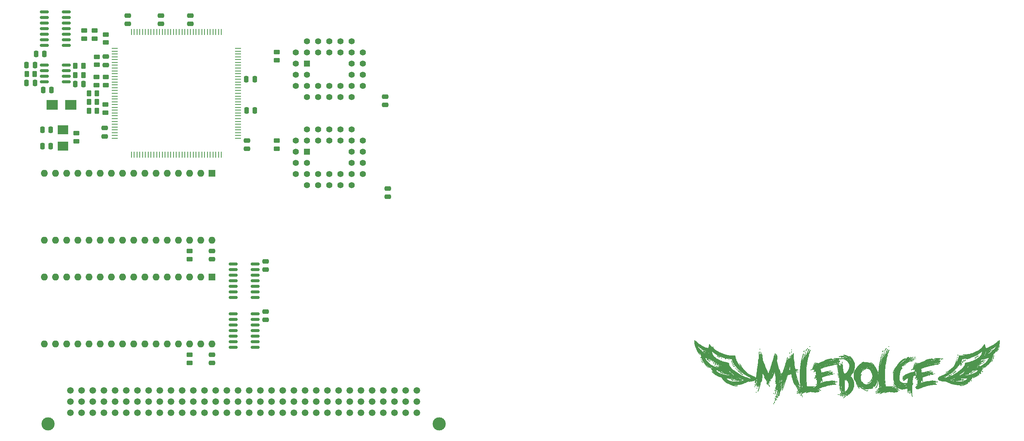
<source format=gbr>
%TF.GenerationSoftware,KiCad,Pcbnew,(6.0.7)*%
%TF.CreationDate,2023-04-14T14:37:01-06:00*%
%TF.ProjectId,mc68302-cpu-card,6d633638-3330-4322-9d63-70752d636172,rev?*%
%TF.SameCoordinates,Original*%
%TF.FileFunction,Soldermask,Top*%
%TF.FilePolarity,Negative*%
%FSLAX46Y46*%
G04 Gerber Fmt 4.6, Leading zero omitted, Abs format (unit mm)*
G04 Created by KiCad (PCBNEW (6.0.7)) date 2023-04-14 14:37:01*
%MOMM*%
%LPD*%
G01*
G04 APERTURE LIST*
G04 Aperture macros list*
%AMRoundRect*
0 Rectangle with rounded corners*
0 $1 Rounding radius*
0 $2 $3 $4 $5 $6 $7 $8 $9 X,Y pos of 4 corners*
0 Add a 4 corners polygon primitive as box body*
4,1,4,$2,$3,$4,$5,$6,$7,$8,$9,$2,$3,0*
0 Add four circle primitives for the rounded corners*
1,1,$1+$1,$2,$3*
1,1,$1+$1,$4,$5*
1,1,$1+$1,$6,$7*
1,1,$1+$1,$8,$9*
0 Add four rect primitives between the rounded corners*
20,1,$1+$1,$2,$3,$4,$5,0*
20,1,$1+$1,$4,$5,$6,$7,0*
20,1,$1+$1,$6,$7,$8,$9,0*
20,1,$1+$1,$8,$9,$2,$3,0*%
G04 Aperture macros list end*
%ADD10C,0.050000*%
%ADD11C,1.498600*%
%ADD12C,2.997200*%
%ADD13R,1.600000X1.600000*%
%ADD14O,1.600000X1.600000*%
%ADD15R,2.500000X2.300000*%
%ADD16RoundRect,0.150000X-0.825000X-0.150000X0.825000X-0.150000X0.825000X0.150000X-0.825000X0.150000X0*%
%ADD17R,2.400000X2.000000*%
%ADD18R,1.422400X1.422400*%
%ADD19C,1.422400*%
%ADD20RoundRect,0.150000X0.825000X0.150000X-0.825000X0.150000X-0.825000X-0.150000X0.825000X-0.150000X0*%
%ADD21RoundRect,0.250000X0.450000X-0.262500X0.450000X0.262500X-0.450000X0.262500X-0.450000X-0.262500X0*%
%ADD22RoundRect,0.250000X0.262500X0.450000X-0.262500X0.450000X-0.262500X-0.450000X0.262500X-0.450000X0*%
%ADD23RoundRect,0.250000X-0.262500X-0.450000X0.262500X-0.450000X0.262500X0.450000X-0.262500X0.450000X0*%
%ADD24RoundRect,0.250000X-0.450000X0.262500X-0.450000X-0.262500X0.450000X-0.262500X0.450000X0.262500X0*%
%ADD25RoundRect,0.250000X0.475000X-0.250000X0.475000X0.250000X-0.475000X0.250000X-0.475000X-0.250000X0*%
%ADD26RoundRect,0.250000X-0.475000X0.250000X-0.475000X-0.250000X0.475000X-0.250000X0.475000X0.250000X0*%
%ADD27RoundRect,0.250000X0.250000X0.475000X-0.250000X0.475000X-0.250000X-0.475000X0.250000X-0.475000X0*%
%ADD28RoundRect,0.250000X-0.250000X-0.475000X0.250000X-0.475000X0.250000X0.475000X-0.250000X0.475000X0*%
%ADD29O,0.250000X1.500000*%
%ADD30O,1.500000X0.250000*%
G04 APERTURE END LIST*
D10*
G36*
X300908194Y-78783481D02*
G01*
X300846182Y-78783481D01*
X300846182Y-78690462D01*
X300908194Y-78690462D01*
X300908194Y-78783481D01*
G37*
X300908194Y-78783481D02*
X300846182Y-78783481D01*
X300846182Y-78690462D01*
X300908194Y-78690462D01*
X300908194Y-78783481D01*
G36*
X275778056Y-78881668D02*
G01*
X275685040Y-78881668D01*
X275685040Y-78819655D01*
X275778056Y-78819655D01*
X275778056Y-78881668D01*
G37*
X275778056Y-78881668D02*
X275685040Y-78881668D01*
X275685040Y-78819655D01*
X275778056Y-78819655D01*
X275778056Y-78881668D01*
G36*
X257882592Y-78881668D02*
G01*
X257789575Y-78881668D01*
X257789575Y-78819655D01*
X257882592Y-78819655D01*
X257882592Y-78881668D01*
G37*
X257882592Y-78881668D02*
X257789575Y-78881668D01*
X257789575Y-78819655D01*
X257882592Y-78819655D01*
X257882592Y-78881668D01*
G36*
X300815180Y-79000525D02*
G01*
X300815120Y-79004340D01*
X300814938Y-79008034D01*
X300814635Y-79011607D01*
X300814211Y-79015059D01*
X300813666Y-79018390D01*
X300813000Y-79021600D01*
X300812213Y-79024688D01*
X300811304Y-79027655D01*
X300810275Y-79030502D01*
X300809124Y-79033227D01*
X300807852Y-79035831D01*
X300806459Y-79038314D01*
X300804945Y-79040676D01*
X300803310Y-79042916D01*
X300801554Y-79045036D01*
X300799677Y-79047034D01*
X300797678Y-79048912D01*
X300795559Y-79050668D01*
X300793318Y-79052303D01*
X300790956Y-79053817D01*
X300788473Y-79055210D01*
X300785869Y-79056482D01*
X300783144Y-79057632D01*
X300780298Y-79058662D01*
X300777331Y-79059570D01*
X300774242Y-79060357D01*
X300771033Y-79061024D01*
X300767702Y-79061569D01*
X300764250Y-79061993D01*
X300760677Y-79062295D01*
X300756984Y-79062477D01*
X300753168Y-79062538D01*
X300722159Y-79000525D01*
X300784170Y-78969519D01*
X300815180Y-78969519D01*
X300815180Y-79000525D01*
G37*
X300815180Y-79000525D02*
X300815120Y-79004340D01*
X300814938Y-79008034D01*
X300814635Y-79011607D01*
X300814211Y-79015059D01*
X300813666Y-79018390D01*
X300813000Y-79021600D01*
X300812213Y-79024688D01*
X300811304Y-79027655D01*
X300810275Y-79030502D01*
X300809124Y-79033227D01*
X300807852Y-79035831D01*
X300806459Y-79038314D01*
X300804945Y-79040676D01*
X300803310Y-79042916D01*
X300801554Y-79045036D01*
X300799677Y-79047034D01*
X300797678Y-79048912D01*
X300795559Y-79050668D01*
X300793318Y-79052303D01*
X300790956Y-79053817D01*
X300788473Y-79055210D01*
X300785869Y-79056482D01*
X300783144Y-79057632D01*
X300780298Y-79058662D01*
X300777331Y-79059570D01*
X300774242Y-79060357D01*
X300771033Y-79061024D01*
X300767702Y-79061569D01*
X300764250Y-79061993D01*
X300760677Y-79062295D01*
X300756984Y-79062477D01*
X300753168Y-79062538D01*
X300722159Y-79000525D01*
X300784170Y-78969519D01*
X300815180Y-78969519D01*
X300815180Y-79000525D01*
G36*
X257324489Y-79284751D02*
G01*
X257324489Y-79346764D01*
X257293484Y-79346764D01*
X257289669Y-79346703D01*
X257285975Y-79346521D01*
X257282402Y-79346218D01*
X257278950Y-79345795D01*
X257275619Y-79345250D01*
X257272410Y-79344583D01*
X257269321Y-79343796D01*
X257266354Y-79342888D01*
X257263508Y-79341858D01*
X257260783Y-79340708D01*
X257258179Y-79339436D01*
X257255696Y-79338043D01*
X257253334Y-79336529D01*
X257251093Y-79334894D01*
X257248974Y-79333138D01*
X257246975Y-79331260D01*
X257245098Y-79329262D01*
X257243342Y-79327142D01*
X257241707Y-79324902D01*
X257240193Y-79322540D01*
X257238800Y-79320057D01*
X257237528Y-79317453D01*
X257236378Y-79314728D01*
X257235348Y-79311881D01*
X257234440Y-79308914D01*
X257233653Y-79305825D01*
X257232986Y-79302616D01*
X257232441Y-79299285D01*
X257232017Y-79295833D01*
X257231715Y-79292260D01*
X257231533Y-79288566D01*
X257231472Y-79284751D01*
X257232926Y-79277241D01*
X257234702Y-79270217D01*
X257236802Y-79263676D01*
X257239224Y-79257620D01*
X257240556Y-79254774D01*
X257241969Y-79252049D01*
X257243463Y-79249445D01*
X257245037Y-79246962D01*
X257246693Y-79244600D01*
X257248429Y-79242359D01*
X257250245Y-79240240D01*
X257252143Y-79238241D01*
X257254121Y-79236364D01*
X257256180Y-79234608D01*
X257258320Y-79232973D01*
X257260540Y-79231459D01*
X257262841Y-79230066D01*
X257265223Y-79228794D01*
X257267686Y-79227643D01*
X257270230Y-79226614D01*
X257272854Y-79225706D01*
X257275559Y-79224918D01*
X257278344Y-79224252D01*
X257281211Y-79223707D01*
X257284158Y-79223283D01*
X257287186Y-79222980D01*
X257290295Y-79222799D01*
X257293484Y-79222738D01*
X257324489Y-79284751D01*
G37*
X257324489Y-79284751D02*
X257324489Y-79346764D01*
X257293484Y-79346764D01*
X257289669Y-79346703D01*
X257285975Y-79346521D01*
X257282402Y-79346218D01*
X257278950Y-79345795D01*
X257275619Y-79345250D01*
X257272410Y-79344583D01*
X257269321Y-79343796D01*
X257266354Y-79342888D01*
X257263508Y-79341858D01*
X257260783Y-79340708D01*
X257258179Y-79339436D01*
X257255696Y-79338043D01*
X257253334Y-79336529D01*
X257251093Y-79334894D01*
X257248974Y-79333138D01*
X257246975Y-79331260D01*
X257245098Y-79329262D01*
X257243342Y-79327142D01*
X257241707Y-79324902D01*
X257240193Y-79322540D01*
X257238800Y-79320057D01*
X257237528Y-79317453D01*
X257236378Y-79314728D01*
X257235348Y-79311881D01*
X257234440Y-79308914D01*
X257233653Y-79305825D01*
X257232986Y-79302616D01*
X257232441Y-79299285D01*
X257232017Y-79295833D01*
X257231715Y-79292260D01*
X257231533Y-79288566D01*
X257231472Y-79284751D01*
X257232926Y-79277241D01*
X257234702Y-79270217D01*
X257236802Y-79263676D01*
X257239224Y-79257620D01*
X257240556Y-79254774D01*
X257241969Y-79252049D01*
X257243463Y-79249445D01*
X257245037Y-79246962D01*
X257246693Y-79244600D01*
X257248429Y-79242359D01*
X257250245Y-79240240D01*
X257252143Y-79238241D01*
X257254121Y-79236364D01*
X257256180Y-79234608D01*
X257258320Y-79232973D01*
X257260540Y-79231459D01*
X257262841Y-79230066D01*
X257265223Y-79228794D01*
X257267686Y-79227643D01*
X257270230Y-79226614D01*
X257272854Y-79225706D01*
X257275559Y-79224918D01*
X257278344Y-79224252D01*
X257281211Y-79223707D01*
X257284158Y-79223283D01*
X257287186Y-79222980D01*
X257290295Y-79222799D01*
X257293484Y-79222738D01*
X257324489Y-79284751D01*
G36*
X275219955Y-79284751D02*
G01*
X275219955Y-79346764D01*
X275188949Y-79346764D01*
X275185134Y-79346703D01*
X275181440Y-79346521D01*
X275177867Y-79346218D01*
X275174415Y-79345795D01*
X275171084Y-79345250D01*
X275167875Y-79344583D01*
X275164786Y-79343796D01*
X275161819Y-79342888D01*
X275158973Y-79341858D01*
X275156248Y-79340708D01*
X275153644Y-79339436D01*
X275151161Y-79338043D01*
X275148799Y-79336529D01*
X275146559Y-79334894D01*
X275144439Y-79333138D01*
X275142441Y-79331260D01*
X275140563Y-79329262D01*
X275138807Y-79327142D01*
X275137172Y-79324902D01*
X275135658Y-79322540D01*
X275134266Y-79320057D01*
X275132994Y-79317453D01*
X275131843Y-79314728D01*
X275130814Y-79311881D01*
X275129905Y-79308914D01*
X275129118Y-79305825D01*
X275128452Y-79302616D01*
X275127907Y-79299285D01*
X275127483Y-79295833D01*
X275127180Y-79292260D01*
X275126999Y-79288566D01*
X275126938Y-79284751D01*
X275128392Y-79277241D01*
X275130168Y-79270217D01*
X275132267Y-79263676D01*
X275134689Y-79257620D01*
X275136022Y-79254774D01*
X275137435Y-79252049D01*
X275138928Y-79249445D01*
X275140503Y-79246962D01*
X275142158Y-79244600D01*
X275143894Y-79242359D01*
X275145711Y-79240240D01*
X275147608Y-79238241D01*
X275149586Y-79236364D01*
X275151645Y-79234608D01*
X275153785Y-79232973D01*
X275156005Y-79231459D01*
X275158307Y-79230066D01*
X275160688Y-79228794D01*
X275163151Y-79227643D01*
X275165695Y-79226614D01*
X275168319Y-79225706D01*
X275171024Y-79224918D01*
X275173809Y-79224252D01*
X275176676Y-79223707D01*
X275179623Y-79223283D01*
X275182651Y-79222980D01*
X275185760Y-79222799D01*
X275188949Y-79222738D01*
X275219955Y-79284751D01*
G37*
X275219955Y-79284751D02*
X275219955Y-79346764D01*
X275188949Y-79346764D01*
X275185134Y-79346703D01*
X275181440Y-79346521D01*
X275177867Y-79346218D01*
X275174415Y-79345795D01*
X275171084Y-79345250D01*
X275167875Y-79344583D01*
X275164786Y-79343796D01*
X275161819Y-79342888D01*
X275158973Y-79341858D01*
X275156248Y-79340708D01*
X275153644Y-79339436D01*
X275151161Y-79338043D01*
X275148799Y-79336529D01*
X275146559Y-79334894D01*
X275144439Y-79333138D01*
X275142441Y-79331260D01*
X275140563Y-79329262D01*
X275138807Y-79327142D01*
X275137172Y-79324902D01*
X275135658Y-79322540D01*
X275134266Y-79320057D01*
X275132994Y-79317453D01*
X275131843Y-79314728D01*
X275130814Y-79311881D01*
X275129905Y-79308914D01*
X275129118Y-79305825D01*
X275128452Y-79302616D01*
X275127907Y-79299285D01*
X275127483Y-79295833D01*
X275127180Y-79292260D01*
X275126999Y-79288566D01*
X275126938Y-79284751D01*
X275128392Y-79277241D01*
X275130168Y-79270217D01*
X275132267Y-79263676D01*
X275134689Y-79257620D01*
X275136022Y-79254774D01*
X275137435Y-79252049D01*
X275138928Y-79249445D01*
X275140503Y-79246962D01*
X275142158Y-79244600D01*
X275143894Y-79242359D01*
X275145711Y-79240240D01*
X275147608Y-79238241D01*
X275149586Y-79236364D01*
X275151645Y-79234608D01*
X275153785Y-79232973D01*
X275156005Y-79231459D01*
X275158307Y-79230066D01*
X275160688Y-79228794D01*
X275163151Y-79227643D01*
X275165695Y-79226614D01*
X275168319Y-79225706D01*
X275171024Y-79224918D01*
X275173809Y-79224252D01*
X275176676Y-79223707D01*
X275179623Y-79223283D01*
X275182651Y-79222980D01*
X275185760Y-79222799D01*
X275188949Y-79222738D01*
X275219955Y-79284751D01*
G36*
X246508665Y-79434615D02*
G01*
X246415648Y-79434615D01*
X246416499Y-79427106D01*
X246417754Y-79420081D01*
X246418532Y-79416750D01*
X246419412Y-79413541D01*
X246420392Y-79410452D01*
X246421473Y-79407485D01*
X246422654Y-79404638D01*
X246423937Y-79401913D01*
X246425320Y-79399309D01*
X246426804Y-79396826D01*
X246428389Y-79394464D01*
X246430075Y-79392224D01*
X246431861Y-79390104D01*
X246433749Y-79388106D01*
X246435737Y-79386228D01*
X246437826Y-79384472D01*
X246440015Y-79382837D01*
X246442306Y-79381323D01*
X246444697Y-79379930D01*
X246447189Y-79378658D01*
X246449782Y-79377508D01*
X246452476Y-79376478D01*
X246455271Y-79375570D01*
X246458166Y-79374783D01*
X246461162Y-79374116D01*
X246464259Y-79373571D01*
X246467457Y-79373147D01*
X246470756Y-79372845D01*
X246474155Y-79372663D01*
X246477656Y-79372602D01*
X246508665Y-79372602D01*
X246508665Y-79434615D01*
G37*
X246508665Y-79434615D02*
X246415648Y-79434615D01*
X246416499Y-79427106D01*
X246417754Y-79420081D01*
X246418532Y-79416750D01*
X246419412Y-79413541D01*
X246420392Y-79410452D01*
X246421473Y-79407485D01*
X246422654Y-79404638D01*
X246423937Y-79401913D01*
X246425320Y-79399309D01*
X246426804Y-79396826D01*
X246428389Y-79394464D01*
X246430075Y-79392224D01*
X246431861Y-79390104D01*
X246433749Y-79388106D01*
X246435737Y-79386228D01*
X246437826Y-79384472D01*
X246440015Y-79382837D01*
X246442306Y-79381323D01*
X246444697Y-79379930D01*
X246447189Y-79378658D01*
X246449782Y-79377508D01*
X246452476Y-79376478D01*
X246455271Y-79375570D01*
X246458166Y-79374783D01*
X246461162Y-79374116D01*
X246464259Y-79373571D01*
X246467457Y-79373147D01*
X246470756Y-79372845D01*
X246474155Y-79372663D01*
X246477656Y-79372602D01*
X246508665Y-79372602D01*
X246508665Y-79434615D01*
G36*
X253707160Y-79589647D02*
G01*
X253707100Y-79593462D01*
X253706918Y-79597156D01*
X253706615Y-79600729D01*
X253706191Y-79604181D01*
X253705646Y-79607512D01*
X253704980Y-79610721D01*
X253704193Y-79613810D01*
X253703285Y-79616777D01*
X253702255Y-79619624D01*
X253701105Y-79622349D01*
X253699833Y-79624953D01*
X253698440Y-79627436D01*
X253696926Y-79629798D01*
X253695291Y-79632038D01*
X253693535Y-79634158D01*
X253691658Y-79636156D01*
X253689660Y-79638034D01*
X253687540Y-79639790D01*
X253685299Y-79641425D01*
X253682938Y-79642939D01*
X253680455Y-79644332D01*
X253677851Y-79645603D01*
X253675126Y-79646754D01*
X253672280Y-79647784D01*
X253669313Y-79648692D01*
X253666224Y-79649479D01*
X253663015Y-79650145D01*
X253659684Y-79650690D01*
X253656232Y-79651114D01*
X253652660Y-79651417D01*
X253648966Y-79651599D01*
X253645151Y-79651659D01*
X253614142Y-79651659D01*
X253614142Y-79620654D01*
X253615596Y-79613144D01*
X253617373Y-79606119D01*
X253619472Y-79599579D01*
X253621895Y-79593523D01*
X253623227Y-79590677D01*
X253624640Y-79587951D01*
X253626134Y-79585347D01*
X253627708Y-79582864D01*
X253629364Y-79580503D01*
X253631100Y-79578262D01*
X253632916Y-79576142D01*
X253634814Y-79574144D01*
X253636792Y-79572266D01*
X253638851Y-79570510D01*
X253640990Y-79568875D01*
X253643210Y-79567361D01*
X253645512Y-79565968D01*
X253647893Y-79564696D01*
X253650356Y-79563546D01*
X253652899Y-79562516D01*
X253655523Y-79561608D01*
X253658227Y-79560821D01*
X253661013Y-79560154D01*
X253663879Y-79559609D01*
X253666826Y-79559185D01*
X253669853Y-79558883D01*
X253672962Y-79558701D01*
X253676151Y-79558640D01*
X253707160Y-79558640D01*
X253707160Y-79589647D01*
G37*
X253707160Y-79589647D02*
X253707100Y-79593462D01*
X253706918Y-79597156D01*
X253706615Y-79600729D01*
X253706191Y-79604181D01*
X253705646Y-79607512D01*
X253704980Y-79610721D01*
X253704193Y-79613810D01*
X253703285Y-79616777D01*
X253702255Y-79619624D01*
X253701105Y-79622349D01*
X253699833Y-79624953D01*
X253698440Y-79627436D01*
X253696926Y-79629798D01*
X253695291Y-79632038D01*
X253693535Y-79634158D01*
X253691658Y-79636156D01*
X253689660Y-79638034D01*
X253687540Y-79639790D01*
X253685299Y-79641425D01*
X253682938Y-79642939D01*
X253680455Y-79644332D01*
X253677851Y-79645603D01*
X253675126Y-79646754D01*
X253672280Y-79647784D01*
X253669313Y-79648692D01*
X253666224Y-79649479D01*
X253663015Y-79650145D01*
X253659684Y-79650690D01*
X253656232Y-79651114D01*
X253652660Y-79651417D01*
X253648966Y-79651599D01*
X253645151Y-79651659D01*
X253614142Y-79651659D01*
X253614142Y-79620654D01*
X253615596Y-79613144D01*
X253617373Y-79606119D01*
X253619472Y-79599579D01*
X253621895Y-79593523D01*
X253623227Y-79590677D01*
X253624640Y-79587951D01*
X253626134Y-79585347D01*
X253627708Y-79582864D01*
X253629364Y-79580503D01*
X253631100Y-79578262D01*
X253632916Y-79576142D01*
X253634814Y-79574144D01*
X253636792Y-79572266D01*
X253638851Y-79570510D01*
X253640990Y-79568875D01*
X253643210Y-79567361D01*
X253645512Y-79565968D01*
X253647893Y-79564696D01*
X253650356Y-79563546D01*
X253652899Y-79562516D01*
X253655523Y-79561608D01*
X253658227Y-79560821D01*
X253661013Y-79560154D01*
X253663879Y-79559609D01*
X253666826Y-79559185D01*
X253669853Y-79558883D01*
X253672962Y-79558701D01*
X253676151Y-79558640D01*
X253707160Y-79558640D01*
X253707160Y-79589647D01*
G36*
X275095931Y-79439783D02*
G01*
X274847886Y-79842866D01*
X274816880Y-79842866D01*
X274816880Y-79811859D01*
X274817849Y-79787878D01*
X274820755Y-79763735D01*
X274825600Y-79739430D01*
X274832382Y-79714964D01*
X274841103Y-79690337D01*
X274851761Y-79665548D01*
X274864357Y-79640598D01*
X274878891Y-79615486D01*
X274895363Y-79590212D01*
X274913772Y-79564777D01*
X274934120Y-79539181D01*
X274956405Y-79513423D01*
X274980629Y-79487504D01*
X275006790Y-79461423D01*
X275034889Y-79435180D01*
X275064926Y-79408777D01*
X275095931Y-79408777D01*
X275095931Y-79439783D01*
G37*
X275095931Y-79439783D02*
X274847886Y-79842866D01*
X274816880Y-79842866D01*
X274816880Y-79811859D01*
X274817849Y-79787878D01*
X274820755Y-79763735D01*
X274825600Y-79739430D01*
X274832382Y-79714964D01*
X274841103Y-79690337D01*
X274851761Y-79665548D01*
X274864357Y-79640598D01*
X274878891Y-79615486D01*
X274895363Y-79590212D01*
X274913772Y-79564777D01*
X274934120Y-79539181D01*
X274956405Y-79513423D01*
X274980629Y-79487504D01*
X275006790Y-79461423D01*
X275034889Y-79435180D01*
X275064926Y-79408777D01*
X275095931Y-79408777D01*
X275095931Y-79439783D01*
G36*
X257200466Y-79439783D02*
G01*
X256952421Y-79842866D01*
X256921415Y-79842866D01*
X256921415Y-79811859D01*
X256922384Y-79787878D01*
X256925290Y-79763735D01*
X256930135Y-79739430D01*
X256936918Y-79714964D01*
X256945638Y-79690337D01*
X256956296Y-79665548D01*
X256968892Y-79640598D01*
X256983426Y-79615486D01*
X256999898Y-79590212D01*
X257018308Y-79564777D01*
X257038655Y-79539181D01*
X257060940Y-79513423D01*
X257085164Y-79487504D01*
X257111325Y-79461423D01*
X257139424Y-79435180D01*
X257169461Y-79408777D01*
X257200466Y-79408777D01*
X257200466Y-79439783D01*
G37*
X257200466Y-79439783D02*
X256952421Y-79842866D01*
X256921415Y-79842866D01*
X256921415Y-79811859D01*
X256922384Y-79787878D01*
X256925290Y-79763735D01*
X256930135Y-79739430D01*
X256936918Y-79714964D01*
X256945638Y-79690337D01*
X256956296Y-79665548D01*
X256968892Y-79640598D01*
X256983426Y-79615486D01*
X256999898Y-79590212D01*
X257018308Y-79564777D01*
X257038655Y-79539181D01*
X257060940Y-79513423D01*
X257085164Y-79487504D01*
X257111325Y-79461423D01*
X257139424Y-79435180D01*
X257169461Y-79408777D01*
X257200466Y-79408777D01*
X257200466Y-79439783D01*
G36*
X300745295Y-79284791D02*
G01*
X300734596Y-79322378D01*
X300721071Y-79361338D01*
X300704720Y-79401670D01*
X300685544Y-79443375D01*
X300663541Y-79486453D01*
X300638712Y-79530904D01*
X300611058Y-79576727D01*
X300580577Y-79623923D01*
X300547270Y-79672492D01*
X300511138Y-79722433D01*
X300472179Y-79773747D01*
X300430395Y-79826434D01*
X300385784Y-79880493D01*
X300338347Y-79935925D01*
X300288084Y-79992730D01*
X300257075Y-79992730D01*
X300257075Y-79961723D01*
X300722159Y-79248576D01*
X300753168Y-79248576D01*
X300745295Y-79284791D01*
G37*
X300745295Y-79284791D02*
X300734596Y-79322378D01*
X300721071Y-79361338D01*
X300704720Y-79401670D01*
X300685544Y-79443375D01*
X300663541Y-79486453D01*
X300638712Y-79530904D01*
X300611058Y-79576727D01*
X300580577Y-79623923D01*
X300547270Y-79672492D01*
X300511138Y-79722433D01*
X300472179Y-79773747D01*
X300430395Y-79826434D01*
X300385784Y-79880493D01*
X300338347Y-79935925D01*
X300288084Y-79992730D01*
X300257075Y-79992730D01*
X300257075Y-79961723D01*
X300722159Y-79248576D01*
X300753168Y-79248576D01*
X300745295Y-79284791D01*
G36*
X274501373Y-79796720D02*
G01*
X274495357Y-79812021D01*
X274488777Y-79826757D01*
X274481631Y-79840928D01*
X274473920Y-79854534D01*
X274465644Y-79867574D01*
X274456802Y-79880049D01*
X274447396Y-79891959D01*
X274437424Y-79903304D01*
X274426887Y-79914084D01*
X274415785Y-79924298D01*
X274404117Y-79933947D01*
X274391884Y-79943031D01*
X274379086Y-79951550D01*
X274365723Y-79959503D01*
X274351795Y-79966892D01*
X274382800Y-80028904D01*
X274382800Y-80059911D01*
X274289783Y-80059911D01*
X274289783Y-79966892D01*
X274315944Y-79923289D01*
X274328298Y-79903668D01*
X274340167Y-79885500D01*
X274351552Y-79868786D01*
X274362453Y-79853525D01*
X274372869Y-79839717D01*
X274382800Y-79827363D01*
X274392247Y-79816462D01*
X274401210Y-79807015D01*
X274409688Y-79799021D01*
X274417682Y-79792481D01*
X274425191Y-79787394D01*
X274432215Y-79783760D01*
X274438756Y-79781580D01*
X274444811Y-79780853D01*
X274506823Y-79780853D01*
X274501373Y-79796720D01*
G37*
X274501373Y-79796720D02*
X274495357Y-79812021D01*
X274488777Y-79826757D01*
X274481631Y-79840928D01*
X274473920Y-79854534D01*
X274465644Y-79867574D01*
X274456802Y-79880049D01*
X274447396Y-79891959D01*
X274437424Y-79903304D01*
X274426887Y-79914084D01*
X274415785Y-79924298D01*
X274404117Y-79933947D01*
X274391884Y-79943031D01*
X274379086Y-79951550D01*
X274365723Y-79959503D01*
X274351795Y-79966892D01*
X274382800Y-80028904D01*
X274382800Y-80059911D01*
X274289783Y-80059911D01*
X274289783Y-79966892D01*
X274315944Y-79923289D01*
X274328298Y-79903668D01*
X274340167Y-79885500D01*
X274351552Y-79868786D01*
X274362453Y-79853525D01*
X274372869Y-79839717D01*
X274382800Y-79827363D01*
X274392247Y-79816462D01*
X274401210Y-79807015D01*
X274409688Y-79799021D01*
X274417682Y-79792481D01*
X274425191Y-79787394D01*
X274432215Y-79783760D01*
X274438756Y-79781580D01*
X274444811Y-79780853D01*
X274506823Y-79780853D01*
X274501373Y-79796720D01*
G36*
X256605907Y-79796720D02*
G01*
X256599892Y-79812021D01*
X256593311Y-79826757D01*
X256586166Y-79840928D01*
X256578455Y-79854534D01*
X256570178Y-79867574D01*
X256561337Y-79880049D01*
X256551930Y-79891959D01*
X256541958Y-79903304D01*
X256531421Y-79914084D01*
X256520319Y-79924298D01*
X256508651Y-79933947D01*
X256496418Y-79943031D01*
X256483620Y-79951550D01*
X256470257Y-79959503D01*
X256456329Y-79966892D01*
X256487335Y-80028904D01*
X256487335Y-80059911D01*
X256394318Y-80059911D01*
X256394318Y-79966892D01*
X256420479Y-79923289D01*
X256432833Y-79903668D01*
X256444702Y-79885500D01*
X256456087Y-79868786D01*
X256466988Y-79853525D01*
X256477404Y-79839717D01*
X256487335Y-79827363D01*
X256496782Y-79816462D01*
X256505745Y-79807015D01*
X256514223Y-79799021D01*
X256522217Y-79792481D01*
X256529726Y-79787394D01*
X256536751Y-79783760D01*
X256543291Y-79781580D01*
X256549346Y-79780853D01*
X256611357Y-79780853D01*
X256605907Y-79796720D01*
G37*
X256605907Y-79796720D02*
X256599892Y-79812021D01*
X256593311Y-79826757D01*
X256586166Y-79840928D01*
X256578455Y-79854534D01*
X256570178Y-79867574D01*
X256561337Y-79880049D01*
X256551930Y-79891959D01*
X256541958Y-79903304D01*
X256531421Y-79914084D01*
X256520319Y-79924298D01*
X256508651Y-79933947D01*
X256496418Y-79943031D01*
X256483620Y-79951550D01*
X256470257Y-79959503D01*
X256456329Y-79966892D01*
X256487335Y-80028904D01*
X256487335Y-80059911D01*
X256394318Y-80059911D01*
X256394318Y-79966892D01*
X256420479Y-79923289D01*
X256432833Y-79903668D01*
X256444702Y-79885500D01*
X256456087Y-79868786D01*
X256466988Y-79853525D01*
X256477404Y-79839717D01*
X256487335Y-79827363D01*
X256496782Y-79816462D01*
X256505745Y-79807015D01*
X256514223Y-79799021D01*
X256522217Y-79792481D01*
X256529726Y-79787394D01*
X256536751Y-79783760D01*
X256543291Y-79781580D01*
X256549346Y-79780853D01*
X256611357Y-79780853D01*
X256605907Y-79796720D01*
G36*
X246570677Y-80147762D02*
G01*
X246539667Y-80147762D01*
X246535852Y-80147702D01*
X246532158Y-80147520D01*
X246528586Y-80147217D01*
X246525134Y-80146793D01*
X246521803Y-80146248D01*
X246518594Y-80145582D01*
X246515505Y-80144795D01*
X246512538Y-80143886D01*
X246509692Y-80142857D01*
X246506967Y-80141706D01*
X246504363Y-80140434D01*
X246501880Y-80139042D01*
X246499519Y-80137528D01*
X246497278Y-80135892D01*
X246495159Y-80134136D01*
X246493160Y-80132259D01*
X246491283Y-80130260D01*
X246489527Y-80128141D01*
X246487892Y-80125900D01*
X246486378Y-80123538D01*
X246484985Y-80121055D01*
X246483713Y-80118451D01*
X246482563Y-80115726D01*
X246481533Y-80112880D01*
X246480625Y-80109912D01*
X246479838Y-80106824D01*
X246479172Y-80103614D01*
X246478627Y-80100283D01*
X246478203Y-80096831D01*
X246477900Y-80093258D01*
X246477718Y-80089564D01*
X246477658Y-80085749D01*
X246539667Y-80054743D01*
X246570677Y-80054743D01*
X246570677Y-80147762D01*
G37*
X246570677Y-80147762D02*
X246539667Y-80147762D01*
X246535852Y-80147702D01*
X246532158Y-80147520D01*
X246528586Y-80147217D01*
X246525134Y-80146793D01*
X246521803Y-80146248D01*
X246518594Y-80145582D01*
X246515505Y-80144795D01*
X246512538Y-80143886D01*
X246509692Y-80142857D01*
X246506967Y-80141706D01*
X246504363Y-80140434D01*
X246501880Y-80139042D01*
X246499519Y-80137528D01*
X246497278Y-80135892D01*
X246495159Y-80134136D01*
X246493160Y-80132259D01*
X246491283Y-80130260D01*
X246489527Y-80128141D01*
X246487892Y-80125900D01*
X246486378Y-80123538D01*
X246484985Y-80121055D01*
X246483713Y-80118451D01*
X246482563Y-80115726D01*
X246481533Y-80112880D01*
X246480625Y-80109912D01*
X246479838Y-80106824D01*
X246479172Y-80103614D01*
X246478627Y-80100283D01*
X246478203Y-80096831D01*
X246477900Y-80093258D01*
X246477718Y-80089564D01*
X246477658Y-80085749D01*
X246539667Y-80054743D01*
X246570677Y-80054743D01*
X246570677Y-80147762D01*
G36*
X253668883Y-80002258D02*
G01*
X253662584Y-80041177D01*
X253657254Y-80078482D01*
X253652894Y-80114172D01*
X253649502Y-80148246D01*
X253647079Y-80180706D01*
X253645626Y-80211551D01*
X253645141Y-80240781D01*
X253641326Y-80240721D01*
X253637632Y-80240539D01*
X253634059Y-80240236D01*
X253630608Y-80239812D01*
X253627277Y-80239267D01*
X253624068Y-80238601D01*
X253620979Y-80237814D01*
X253618012Y-80236905D01*
X253615166Y-80235876D01*
X253612441Y-80234725D01*
X253609837Y-80233453D01*
X253607354Y-80232061D01*
X253604993Y-80230546D01*
X253602752Y-80228911D01*
X253600633Y-80227155D01*
X253598635Y-80225278D01*
X253596757Y-80223279D01*
X253595001Y-80221160D01*
X253593366Y-80218919D01*
X253591852Y-80216557D01*
X253590459Y-80214074D01*
X253589188Y-80211470D01*
X253588037Y-80208745D01*
X253587008Y-80205899D01*
X253586099Y-80202931D01*
X253585312Y-80199843D01*
X253584646Y-80196633D01*
X253584101Y-80193302D01*
X253583677Y-80189850D01*
X253583374Y-80186277D01*
X253583193Y-80182583D01*
X253583132Y-80178768D01*
X253583132Y-80023736D01*
X253584586Y-80016227D01*
X253586363Y-80009202D01*
X253588463Y-80002662D01*
X253590885Y-79996606D01*
X253592218Y-79993759D01*
X253593631Y-79991034D01*
X253595124Y-79988430D01*
X253596699Y-79985947D01*
X253598354Y-79983585D01*
X253600090Y-79981345D01*
X253601907Y-79979225D01*
X253603804Y-79977227D01*
X253605783Y-79975349D01*
X253607841Y-79973593D01*
X253609981Y-79971958D01*
X253612201Y-79970444D01*
X253614502Y-79969051D01*
X253616884Y-79967779D01*
X253619346Y-79966629D01*
X253621890Y-79965599D01*
X253624514Y-79964691D01*
X253627218Y-79963903D01*
X253630004Y-79963237D01*
X253632870Y-79962692D01*
X253635816Y-79962268D01*
X253638844Y-79961966D01*
X253641952Y-79961784D01*
X253645141Y-79961723D01*
X253676151Y-79961723D01*
X253668883Y-80002258D01*
G37*
X253668883Y-80002258D02*
X253662584Y-80041177D01*
X253657254Y-80078482D01*
X253652894Y-80114172D01*
X253649502Y-80148246D01*
X253647079Y-80180706D01*
X253645626Y-80211551D01*
X253645141Y-80240781D01*
X253641326Y-80240721D01*
X253637632Y-80240539D01*
X253634059Y-80240236D01*
X253630608Y-80239812D01*
X253627277Y-80239267D01*
X253624068Y-80238601D01*
X253620979Y-80237814D01*
X253618012Y-80236905D01*
X253615166Y-80235876D01*
X253612441Y-80234725D01*
X253609837Y-80233453D01*
X253607354Y-80232061D01*
X253604993Y-80230546D01*
X253602752Y-80228911D01*
X253600633Y-80227155D01*
X253598635Y-80225278D01*
X253596757Y-80223279D01*
X253595001Y-80221160D01*
X253593366Y-80218919D01*
X253591852Y-80216557D01*
X253590459Y-80214074D01*
X253589188Y-80211470D01*
X253588037Y-80208745D01*
X253587008Y-80205899D01*
X253586099Y-80202931D01*
X253585312Y-80199843D01*
X253584646Y-80196633D01*
X253584101Y-80193302D01*
X253583677Y-80189850D01*
X253583374Y-80186277D01*
X253583193Y-80182583D01*
X253583132Y-80178768D01*
X253583132Y-80023736D01*
X253584586Y-80016227D01*
X253586363Y-80009202D01*
X253588463Y-80002662D01*
X253590885Y-79996606D01*
X253592218Y-79993759D01*
X253593631Y-79991034D01*
X253595124Y-79988430D01*
X253596699Y-79985947D01*
X253598354Y-79983585D01*
X253600090Y-79981345D01*
X253601907Y-79979225D01*
X253603804Y-79977227D01*
X253605783Y-79975349D01*
X253607841Y-79973593D01*
X253609981Y-79971958D01*
X253612201Y-79970444D01*
X253614502Y-79969051D01*
X253616884Y-79967779D01*
X253619346Y-79966629D01*
X253621890Y-79965599D01*
X253624514Y-79964691D01*
X253627218Y-79963903D01*
X253630004Y-79963237D01*
X253632870Y-79962692D01*
X253635816Y-79962268D01*
X253638844Y-79961966D01*
X253641952Y-79961784D01*
X253645141Y-79961723D01*
X253676151Y-79961723D01*
X253668883Y-80002258D01*
G36*
X274754868Y-80152930D02*
G01*
X274754868Y-80245949D01*
X274723862Y-80245949D01*
X274720047Y-80245889D01*
X274716353Y-80245707D01*
X274712780Y-80245404D01*
X274709328Y-80244980D01*
X274705998Y-80244435D01*
X274702788Y-80243769D01*
X274699700Y-80242982D01*
X274696733Y-80242073D01*
X274693886Y-80241044D01*
X274691161Y-80239893D01*
X274688557Y-80238621D01*
X274686075Y-80237229D01*
X274683713Y-80235715D01*
X274681472Y-80234079D01*
X274679353Y-80232323D01*
X274677354Y-80230446D01*
X274675477Y-80228447D01*
X274673721Y-80226328D01*
X274672086Y-80224087D01*
X274670572Y-80221725D01*
X274669179Y-80219242D01*
X274667907Y-80216638D01*
X274666757Y-80213913D01*
X274665727Y-80211067D01*
X274664819Y-80208099D01*
X274664031Y-80205011D01*
X274663365Y-80201801D01*
X274662820Y-80198471D01*
X274662396Y-80195019D01*
X274662094Y-80191446D01*
X274661912Y-80187752D01*
X274661851Y-80183937D01*
X274661851Y-80152930D01*
X274663305Y-80145421D01*
X274665081Y-80138396D01*
X274667180Y-80131856D01*
X274669603Y-80125800D01*
X274670935Y-80122953D01*
X274672348Y-80120228D01*
X274673842Y-80117624D01*
X274675416Y-80115141D01*
X274677071Y-80112779D01*
X274678807Y-80110538D01*
X274680624Y-80108419D01*
X274682522Y-80106420D01*
X274684500Y-80104543D01*
X274686559Y-80102787D01*
X274688698Y-80101152D01*
X274690919Y-80099638D01*
X274693220Y-80098245D01*
X274695602Y-80096973D01*
X274698065Y-80095822D01*
X274700608Y-80094793D01*
X274703232Y-80093884D01*
X274705937Y-80093097D01*
X274708723Y-80092431D01*
X274711589Y-80091886D01*
X274714536Y-80091462D01*
X274717564Y-80091159D01*
X274720673Y-80090978D01*
X274723862Y-80090917D01*
X274754868Y-80152930D01*
G37*
X274754868Y-80152930D02*
X274754868Y-80245949D01*
X274723862Y-80245949D01*
X274720047Y-80245889D01*
X274716353Y-80245707D01*
X274712780Y-80245404D01*
X274709328Y-80244980D01*
X274705998Y-80244435D01*
X274702788Y-80243769D01*
X274699700Y-80242982D01*
X274696733Y-80242073D01*
X274693886Y-80241044D01*
X274691161Y-80239893D01*
X274688557Y-80238621D01*
X274686075Y-80237229D01*
X274683713Y-80235715D01*
X274681472Y-80234079D01*
X274679353Y-80232323D01*
X274677354Y-80230446D01*
X274675477Y-80228447D01*
X274673721Y-80226328D01*
X274672086Y-80224087D01*
X274670572Y-80221725D01*
X274669179Y-80219242D01*
X274667907Y-80216638D01*
X274666757Y-80213913D01*
X274665727Y-80211067D01*
X274664819Y-80208099D01*
X274664031Y-80205011D01*
X274663365Y-80201801D01*
X274662820Y-80198471D01*
X274662396Y-80195019D01*
X274662094Y-80191446D01*
X274661912Y-80187752D01*
X274661851Y-80183937D01*
X274661851Y-80152930D01*
X274663305Y-80145421D01*
X274665081Y-80138396D01*
X274667180Y-80131856D01*
X274669603Y-80125800D01*
X274670935Y-80122953D01*
X274672348Y-80120228D01*
X274673842Y-80117624D01*
X274675416Y-80115141D01*
X274677071Y-80112779D01*
X274678807Y-80110538D01*
X274680624Y-80108419D01*
X274682522Y-80106420D01*
X274684500Y-80104543D01*
X274686559Y-80102787D01*
X274688698Y-80101152D01*
X274690919Y-80099638D01*
X274693220Y-80098245D01*
X274695602Y-80096973D01*
X274698065Y-80095822D01*
X274700608Y-80094793D01*
X274703232Y-80093884D01*
X274705937Y-80093097D01*
X274708723Y-80092431D01*
X274711589Y-80091886D01*
X274714536Y-80091462D01*
X274717564Y-80091159D01*
X274720673Y-80090978D01*
X274723862Y-80090917D01*
X274754868Y-80152930D01*
G36*
X256859403Y-80152930D02*
G01*
X256859403Y-80245949D01*
X256828397Y-80245949D01*
X256824582Y-80245889D01*
X256820888Y-80245707D01*
X256817315Y-80245404D01*
X256813863Y-80244980D01*
X256810533Y-80244435D01*
X256807323Y-80243769D01*
X256804235Y-80242982D01*
X256801267Y-80242073D01*
X256798421Y-80241044D01*
X256795696Y-80239893D01*
X256793092Y-80238621D01*
X256790609Y-80237229D01*
X256788248Y-80235715D01*
X256786007Y-80234079D01*
X256783887Y-80232323D01*
X256781889Y-80230446D01*
X256780012Y-80228447D01*
X256778256Y-80226328D01*
X256776620Y-80224087D01*
X256775107Y-80221725D01*
X256773714Y-80219242D01*
X256772442Y-80216638D01*
X256771291Y-80213913D01*
X256770262Y-80211067D01*
X256769354Y-80208099D01*
X256768566Y-80205011D01*
X256767900Y-80201801D01*
X256767355Y-80198471D01*
X256766931Y-80195019D01*
X256766629Y-80191446D01*
X256766447Y-80187752D01*
X256766386Y-80183937D01*
X256766386Y-80152930D01*
X256767840Y-80145421D01*
X256769616Y-80138396D01*
X256771715Y-80131856D01*
X256774138Y-80125800D01*
X256775470Y-80122953D01*
X256776883Y-80120228D01*
X256778377Y-80117624D01*
X256779951Y-80115141D01*
X256781606Y-80112779D01*
X256783342Y-80110538D01*
X256785159Y-80108419D01*
X256787056Y-80106420D01*
X256789034Y-80104543D01*
X256791093Y-80102787D01*
X256793233Y-80101152D01*
X256795454Y-80099638D01*
X256797755Y-80098245D01*
X256800137Y-80096973D01*
X256802599Y-80095822D01*
X256805143Y-80094793D01*
X256807767Y-80093884D01*
X256810472Y-80093097D01*
X256813257Y-80092431D01*
X256816124Y-80091886D01*
X256819071Y-80091462D01*
X256822099Y-80091159D01*
X256825208Y-80090978D01*
X256828397Y-80090917D01*
X256859403Y-80152930D01*
G37*
X256859403Y-80152930D02*
X256859403Y-80245949D01*
X256828397Y-80245949D01*
X256824582Y-80245889D01*
X256820888Y-80245707D01*
X256817315Y-80245404D01*
X256813863Y-80244980D01*
X256810533Y-80244435D01*
X256807323Y-80243769D01*
X256804235Y-80242982D01*
X256801267Y-80242073D01*
X256798421Y-80241044D01*
X256795696Y-80239893D01*
X256793092Y-80238621D01*
X256790609Y-80237229D01*
X256788248Y-80235715D01*
X256786007Y-80234079D01*
X256783887Y-80232323D01*
X256781889Y-80230446D01*
X256780012Y-80228447D01*
X256778256Y-80226328D01*
X256776620Y-80224087D01*
X256775107Y-80221725D01*
X256773714Y-80219242D01*
X256772442Y-80216638D01*
X256771291Y-80213913D01*
X256770262Y-80211067D01*
X256769354Y-80208099D01*
X256768566Y-80205011D01*
X256767900Y-80201801D01*
X256767355Y-80198471D01*
X256766931Y-80195019D01*
X256766629Y-80191446D01*
X256766447Y-80187752D01*
X256766386Y-80183937D01*
X256766386Y-80152930D01*
X256767840Y-80145421D01*
X256769616Y-80138396D01*
X256771715Y-80131856D01*
X256774138Y-80125800D01*
X256775470Y-80122953D01*
X256776883Y-80120228D01*
X256778377Y-80117624D01*
X256779951Y-80115141D01*
X256781606Y-80112779D01*
X256783342Y-80110538D01*
X256785159Y-80108419D01*
X256787056Y-80106420D01*
X256789034Y-80104543D01*
X256791093Y-80102787D01*
X256793233Y-80101152D01*
X256795454Y-80099638D01*
X256797755Y-80098245D01*
X256800137Y-80096973D01*
X256802599Y-80095822D01*
X256805143Y-80094793D01*
X256807767Y-80093884D01*
X256810472Y-80093097D01*
X256813257Y-80092431D01*
X256816124Y-80091886D01*
X256819071Y-80091462D01*
X256822099Y-80091159D01*
X256825208Y-80090978D01*
X256828397Y-80090917D01*
X256859403Y-80152930D01*
G36*
X254079221Y-80364809D02*
G01*
X254079221Y-80364807D01*
X254079258Y-80364806D01*
X254079221Y-80364809D01*
G37*
X254079221Y-80364809D02*
X254079221Y-80364807D01*
X254079258Y-80364806D01*
X254079221Y-80364809D01*
G36*
X253304078Y-80333800D02*
G01*
X253304018Y-80337615D01*
X253303836Y-80341310D01*
X253303533Y-80344883D01*
X253303110Y-80348334D01*
X253302565Y-80351665D01*
X253301898Y-80354875D01*
X253301111Y-80357963D01*
X253300203Y-80360931D01*
X253299174Y-80363777D01*
X253298023Y-80366502D01*
X253296751Y-80369106D01*
X253295359Y-80371589D01*
X253293845Y-80373951D01*
X253292210Y-80376192D01*
X253290454Y-80378311D01*
X253288576Y-80380310D01*
X253286578Y-80382187D01*
X253284459Y-80383943D01*
X253282218Y-80385578D01*
X253279857Y-80387092D01*
X253277374Y-80388485D01*
X253274770Y-80389757D01*
X253272045Y-80390908D01*
X253269199Y-80391937D01*
X253266232Y-80392845D01*
X253263143Y-80393633D01*
X253259934Y-80394299D01*
X253256603Y-80394844D01*
X253253151Y-80395268D01*
X253249579Y-80395571D01*
X253245885Y-80395752D01*
X253242070Y-80395813D01*
X253234802Y-80380794D01*
X253228503Y-80366744D01*
X253223173Y-80353664D01*
X253220872Y-80347487D01*
X253218812Y-80341552D01*
X253216995Y-80335859D01*
X253215421Y-80330409D01*
X253214088Y-80325201D01*
X253212998Y-80320235D01*
X253212150Y-80315511D01*
X253211544Y-80311030D01*
X253211181Y-80306791D01*
X253211060Y-80302794D01*
X253216874Y-80287775D01*
X253222688Y-80273725D01*
X253228501Y-80260644D01*
X253234315Y-80248533D01*
X253240129Y-80237390D01*
X253245943Y-80227216D01*
X253251756Y-80218011D01*
X253257570Y-80209774D01*
X253263384Y-80202507D01*
X253269197Y-80196209D01*
X253275011Y-80190880D01*
X253280825Y-80186520D01*
X253286639Y-80183128D01*
X253292452Y-80180706D01*
X253298266Y-80179253D01*
X253304078Y-80178768D01*
X253304078Y-80333800D01*
G37*
X253304078Y-80333800D02*
X253304018Y-80337615D01*
X253303836Y-80341310D01*
X253303533Y-80344883D01*
X253303110Y-80348334D01*
X253302565Y-80351665D01*
X253301898Y-80354875D01*
X253301111Y-80357963D01*
X253300203Y-80360931D01*
X253299174Y-80363777D01*
X253298023Y-80366502D01*
X253296751Y-80369106D01*
X253295359Y-80371589D01*
X253293845Y-80373951D01*
X253292210Y-80376192D01*
X253290454Y-80378311D01*
X253288576Y-80380310D01*
X253286578Y-80382187D01*
X253284459Y-80383943D01*
X253282218Y-80385578D01*
X253279857Y-80387092D01*
X253277374Y-80388485D01*
X253274770Y-80389757D01*
X253272045Y-80390908D01*
X253269199Y-80391937D01*
X253266232Y-80392845D01*
X253263143Y-80393633D01*
X253259934Y-80394299D01*
X253256603Y-80394844D01*
X253253151Y-80395268D01*
X253249579Y-80395571D01*
X253245885Y-80395752D01*
X253242070Y-80395813D01*
X253234802Y-80380794D01*
X253228503Y-80366744D01*
X253223173Y-80353664D01*
X253220872Y-80347487D01*
X253218812Y-80341552D01*
X253216995Y-80335859D01*
X253215421Y-80330409D01*
X253214088Y-80325201D01*
X253212998Y-80320235D01*
X253212150Y-80315511D01*
X253211544Y-80311030D01*
X253211181Y-80306791D01*
X253211060Y-80302794D01*
X253216874Y-80287775D01*
X253222688Y-80273725D01*
X253228501Y-80260644D01*
X253234315Y-80248533D01*
X253240129Y-80237390D01*
X253245943Y-80227216D01*
X253251756Y-80218011D01*
X253257570Y-80209774D01*
X253263384Y-80202507D01*
X253269197Y-80196209D01*
X253275011Y-80190880D01*
X253280825Y-80186520D01*
X253286639Y-80183128D01*
X253292452Y-80180706D01*
X253298266Y-80179253D01*
X253304078Y-80178768D01*
X253304078Y-80333800D01*
G36*
X291544464Y-80736883D02*
G01*
X291544313Y-80740103D01*
X291543859Y-80743302D01*
X291543102Y-80746482D01*
X291542042Y-80749641D01*
X291540680Y-80752780D01*
X291539014Y-80755899D01*
X291537046Y-80758997D01*
X291534775Y-80762076D01*
X291532201Y-80765134D01*
X291529325Y-80768172D01*
X291526146Y-80771190D01*
X291522664Y-80774188D01*
X291518879Y-80777165D01*
X291514791Y-80780123D01*
X291510401Y-80783060D01*
X291505707Y-80785977D01*
X291500711Y-80788873D01*
X291495412Y-80791750D01*
X291489811Y-80794606D01*
X291483906Y-80797442D01*
X291477699Y-80800258D01*
X291471189Y-80803054D01*
X291457261Y-80808585D01*
X291442121Y-80814036D01*
X291425770Y-80819405D01*
X291408208Y-80824694D01*
X291389435Y-80829902D01*
X291358427Y-80767890D01*
X291370660Y-80760380D01*
X291382813Y-80753355D01*
X291394884Y-80746815D01*
X291406875Y-80740759D01*
X291418785Y-80735188D01*
X291430614Y-80730101D01*
X291442362Y-80725498D01*
X291454030Y-80721380D01*
X291465616Y-80717747D01*
X291477122Y-80714598D01*
X291488547Y-80711933D01*
X291499892Y-80709753D01*
X291511155Y-80708057D01*
X291522338Y-80706846D01*
X291533440Y-80706119D01*
X291544461Y-80705877D01*
X291544464Y-80705877D01*
X291544464Y-80736883D01*
G37*
X291544464Y-80736883D02*
X291544313Y-80740103D01*
X291543859Y-80743302D01*
X291543102Y-80746482D01*
X291542042Y-80749641D01*
X291540680Y-80752780D01*
X291539014Y-80755899D01*
X291537046Y-80758997D01*
X291534775Y-80762076D01*
X291532201Y-80765134D01*
X291529325Y-80768172D01*
X291526146Y-80771190D01*
X291522664Y-80774188D01*
X291518879Y-80777165D01*
X291514791Y-80780123D01*
X291510401Y-80783060D01*
X291505707Y-80785977D01*
X291500711Y-80788873D01*
X291495412Y-80791750D01*
X291489811Y-80794606D01*
X291483906Y-80797442D01*
X291477699Y-80800258D01*
X291471189Y-80803054D01*
X291457261Y-80808585D01*
X291442121Y-80814036D01*
X291425770Y-80819405D01*
X291408208Y-80824694D01*
X291389435Y-80829902D01*
X291358427Y-80767890D01*
X291370660Y-80760380D01*
X291382813Y-80753355D01*
X291394884Y-80746815D01*
X291406875Y-80740759D01*
X291418785Y-80735188D01*
X291430614Y-80730101D01*
X291442362Y-80725498D01*
X291454030Y-80721380D01*
X291465616Y-80717747D01*
X291477122Y-80714598D01*
X291488547Y-80711933D01*
X291499892Y-80709753D01*
X291511155Y-80708057D01*
X291522338Y-80706846D01*
X291533440Y-80706119D01*
X291544461Y-80705877D01*
X291544464Y-80705877D01*
X291544464Y-80736883D01*
G36*
X280749247Y-81205794D02*
G01*
X280749066Y-81209488D01*
X280748763Y-81213061D01*
X280748339Y-81216513D01*
X280747794Y-81219844D01*
X280747128Y-81223054D01*
X280746341Y-81226142D01*
X280745433Y-81229110D01*
X280744403Y-81231956D01*
X280743253Y-81234681D01*
X280741981Y-81237285D01*
X280740588Y-81239768D01*
X280739074Y-81242130D01*
X280737439Y-81244371D01*
X280735683Y-81246490D01*
X280733806Y-81248489D01*
X280731808Y-81250366D01*
X280729688Y-81252122D01*
X280727448Y-81253757D01*
X280725086Y-81255271D01*
X280722603Y-81256664D01*
X280719999Y-81257936D01*
X280717274Y-81259086D01*
X280714428Y-81260116D01*
X280711461Y-81261024D01*
X280708373Y-81261812D01*
X280705163Y-81262478D01*
X280701833Y-81263023D01*
X280698381Y-81263447D01*
X280694808Y-81263749D01*
X280691114Y-81263931D01*
X280687299Y-81263992D01*
X280656289Y-81263992D01*
X280656288Y-81201979D01*
X280749308Y-81201979D01*
X280749247Y-81205794D01*
G37*
X280749247Y-81205794D02*
X280749066Y-81209488D01*
X280748763Y-81213061D01*
X280748339Y-81216513D01*
X280747794Y-81219844D01*
X280747128Y-81223054D01*
X280746341Y-81226142D01*
X280745433Y-81229110D01*
X280744403Y-81231956D01*
X280743253Y-81234681D01*
X280741981Y-81237285D01*
X280740588Y-81239768D01*
X280739074Y-81242130D01*
X280737439Y-81244371D01*
X280735683Y-81246490D01*
X280733806Y-81248489D01*
X280731808Y-81250366D01*
X280729688Y-81252122D01*
X280727448Y-81253757D01*
X280725086Y-81255271D01*
X280722603Y-81256664D01*
X280719999Y-81257936D01*
X280717274Y-81259086D01*
X280714428Y-81260116D01*
X280711461Y-81261024D01*
X280708373Y-81261812D01*
X280705163Y-81262478D01*
X280701833Y-81263023D01*
X280698381Y-81263447D01*
X280694808Y-81263749D01*
X280691114Y-81263931D01*
X280687299Y-81263992D01*
X280656289Y-81263992D01*
X280656288Y-81201979D01*
X280749308Y-81201979D01*
X280749247Y-81205794D01*
G36*
X291389437Y-81232986D02*
G01*
X291389377Y-81236801D01*
X291389195Y-81240495D01*
X291388892Y-81244068D01*
X291388468Y-81247520D01*
X291387923Y-81250851D01*
X291387257Y-81254060D01*
X291386470Y-81257149D01*
X291385562Y-81260116D01*
X291384532Y-81262962D01*
X291383381Y-81265688D01*
X291382110Y-81268292D01*
X291380717Y-81270775D01*
X291379203Y-81273136D01*
X291377568Y-81275377D01*
X291375812Y-81277497D01*
X291373935Y-81279495D01*
X291371937Y-81281372D01*
X291369817Y-81283129D01*
X291367577Y-81284764D01*
X291365215Y-81286278D01*
X291362732Y-81287671D01*
X291360128Y-81288942D01*
X291357403Y-81290093D01*
X291354557Y-81291123D01*
X291351590Y-81292031D01*
X291348502Y-81292818D01*
X291345293Y-81293484D01*
X291341962Y-81294029D01*
X291338510Y-81294453D01*
X291334938Y-81294756D01*
X291331244Y-81294938D01*
X291327429Y-81294998D01*
X291296420Y-81232986D01*
X291296420Y-81201979D01*
X291389437Y-81201979D01*
X291389437Y-81232986D01*
G37*
X291389437Y-81232986D02*
X291389377Y-81236801D01*
X291389195Y-81240495D01*
X291388892Y-81244068D01*
X291388468Y-81247520D01*
X291387923Y-81250851D01*
X291387257Y-81254060D01*
X291386470Y-81257149D01*
X291385562Y-81260116D01*
X291384532Y-81262962D01*
X291383381Y-81265688D01*
X291382110Y-81268292D01*
X291380717Y-81270775D01*
X291379203Y-81273136D01*
X291377568Y-81275377D01*
X291375812Y-81277497D01*
X291373935Y-81279495D01*
X291371937Y-81281372D01*
X291369817Y-81283129D01*
X291367577Y-81284764D01*
X291365215Y-81286278D01*
X291362732Y-81287671D01*
X291360128Y-81288942D01*
X291357403Y-81290093D01*
X291354557Y-81291123D01*
X291351590Y-81292031D01*
X291348502Y-81292818D01*
X291345293Y-81293484D01*
X291341962Y-81294029D01*
X291338510Y-81294453D01*
X291334938Y-81294756D01*
X291331244Y-81294938D01*
X291327429Y-81294998D01*
X291296420Y-81232986D01*
X291296420Y-81201979D01*
X291389437Y-81201979D01*
X291389437Y-81232986D01*
G36*
X281865512Y-81263992D02*
G01*
X281648472Y-81294998D01*
X281524449Y-81294998D01*
X281524449Y-81263992D01*
X281525901Y-81256482D01*
X281527677Y-81249458D01*
X281529776Y-81242917D01*
X281532198Y-81236861D01*
X281533530Y-81234015D01*
X281534943Y-81231290D01*
X281536437Y-81228686D01*
X281538011Y-81226203D01*
X281539666Y-81223841D01*
X281541402Y-81221600D01*
X281543219Y-81219481D01*
X281545116Y-81217482D01*
X281547094Y-81215605D01*
X281549153Y-81213849D01*
X281551293Y-81212214D01*
X281553513Y-81210700D01*
X281555815Y-81209307D01*
X281558197Y-81208035D01*
X281560659Y-81206884D01*
X281563203Y-81205855D01*
X281565827Y-81204946D01*
X281568532Y-81204159D01*
X281571318Y-81203493D01*
X281574185Y-81202948D01*
X281577132Y-81202524D01*
X281580160Y-81202221D01*
X281583269Y-81202040D01*
X281586459Y-81201979D01*
X281865512Y-81201979D01*
X281865512Y-81263992D01*
G37*
X281865512Y-81263992D02*
X281648472Y-81294998D01*
X281524449Y-81294998D01*
X281524449Y-81263992D01*
X281525901Y-81256482D01*
X281527677Y-81249458D01*
X281529776Y-81242917D01*
X281532198Y-81236861D01*
X281533530Y-81234015D01*
X281534943Y-81231290D01*
X281536437Y-81228686D01*
X281538011Y-81226203D01*
X281539666Y-81223841D01*
X281541402Y-81221600D01*
X281543219Y-81219481D01*
X281545116Y-81217482D01*
X281547094Y-81215605D01*
X281549153Y-81213849D01*
X281551293Y-81212214D01*
X281553513Y-81210700D01*
X281555815Y-81209307D01*
X281558197Y-81208035D01*
X281560659Y-81206884D01*
X281563203Y-81205855D01*
X281565827Y-81204946D01*
X281568532Y-81204159D01*
X281571318Y-81203493D01*
X281574185Y-81202948D01*
X281577132Y-81202524D01*
X281580160Y-81202221D01*
X281583269Y-81202040D01*
X281586459Y-81201979D01*
X281865512Y-81201979D01*
X281865512Y-81263992D01*
G36*
X233083197Y-81357010D02*
G01*
X233083136Y-81360825D01*
X233082955Y-81364519D01*
X233082652Y-81368092D01*
X233082228Y-81371544D01*
X233081683Y-81374875D01*
X233081017Y-81378085D01*
X233080229Y-81381173D01*
X233079321Y-81384141D01*
X233078292Y-81386987D01*
X233077141Y-81389712D01*
X233075869Y-81392316D01*
X233074476Y-81394799D01*
X233072962Y-81397161D01*
X233071327Y-81399402D01*
X233069571Y-81401521D01*
X233067694Y-81403520D01*
X233065695Y-81405397D01*
X233063576Y-81407153D01*
X233061335Y-81408788D01*
X233058973Y-81410302D01*
X233056490Y-81411695D01*
X233053886Y-81412967D01*
X233051161Y-81414117D01*
X233048315Y-81415147D01*
X233045348Y-81416055D01*
X233042259Y-81416843D01*
X233039050Y-81417509D01*
X233035719Y-81418054D01*
X233032267Y-81418478D01*
X233028694Y-81418780D01*
X233025000Y-81418962D01*
X233021185Y-81419023D01*
X233017370Y-81418962D01*
X233013676Y-81418780D01*
X233010103Y-81418478D01*
X233006652Y-81418054D01*
X233003321Y-81417509D01*
X233000111Y-81416843D01*
X232997023Y-81416055D01*
X232994056Y-81415147D01*
X232991209Y-81414117D01*
X232988484Y-81412967D01*
X232985880Y-81411695D01*
X232983397Y-81410302D01*
X232981036Y-81408788D01*
X232978795Y-81407153D01*
X232976675Y-81405397D01*
X232974677Y-81403520D01*
X232972800Y-81401521D01*
X232971043Y-81399402D01*
X232969408Y-81397161D01*
X232967894Y-81394799D01*
X232966501Y-81392316D01*
X232965230Y-81389712D01*
X232964079Y-81386987D01*
X232963049Y-81384141D01*
X232962141Y-81381173D01*
X232961354Y-81378085D01*
X232960688Y-81374875D01*
X232960143Y-81371544D01*
X232959719Y-81368092D01*
X232959416Y-81364519D01*
X232959234Y-81360825D01*
X232959174Y-81357010D01*
X233021185Y-81326004D01*
X233083197Y-81326004D01*
X233083197Y-81357010D01*
G37*
X233083197Y-81357010D02*
X233083136Y-81360825D01*
X233082955Y-81364519D01*
X233082652Y-81368092D01*
X233082228Y-81371544D01*
X233081683Y-81374875D01*
X233081017Y-81378085D01*
X233080229Y-81381173D01*
X233079321Y-81384141D01*
X233078292Y-81386987D01*
X233077141Y-81389712D01*
X233075869Y-81392316D01*
X233074476Y-81394799D01*
X233072962Y-81397161D01*
X233071327Y-81399402D01*
X233069571Y-81401521D01*
X233067694Y-81403520D01*
X233065695Y-81405397D01*
X233063576Y-81407153D01*
X233061335Y-81408788D01*
X233058973Y-81410302D01*
X233056490Y-81411695D01*
X233053886Y-81412967D01*
X233051161Y-81414117D01*
X233048315Y-81415147D01*
X233045348Y-81416055D01*
X233042259Y-81416843D01*
X233039050Y-81417509D01*
X233035719Y-81418054D01*
X233032267Y-81418478D01*
X233028694Y-81418780D01*
X233025000Y-81418962D01*
X233021185Y-81419023D01*
X233017370Y-81418962D01*
X233013676Y-81418780D01*
X233010103Y-81418478D01*
X233006652Y-81418054D01*
X233003321Y-81417509D01*
X233000111Y-81416843D01*
X232997023Y-81416055D01*
X232994056Y-81415147D01*
X232991209Y-81414117D01*
X232988484Y-81412967D01*
X232985880Y-81411695D01*
X232983397Y-81410302D01*
X232981036Y-81408788D01*
X232978795Y-81407153D01*
X232976675Y-81405397D01*
X232974677Y-81403520D01*
X232972800Y-81401521D01*
X232971043Y-81399402D01*
X232969408Y-81397161D01*
X232967894Y-81394799D01*
X232966501Y-81392316D01*
X232965230Y-81389712D01*
X232964079Y-81386987D01*
X232963049Y-81384141D01*
X232962141Y-81381173D01*
X232961354Y-81378085D01*
X232960688Y-81374875D01*
X232960143Y-81371544D01*
X232959719Y-81368092D01*
X232959416Y-81364519D01*
X232959234Y-81360825D01*
X232959174Y-81357010D01*
X233021185Y-81326004D01*
X233083197Y-81326004D01*
X233083197Y-81357010D01*
G36*
X280377242Y-81263992D02*
G01*
X280340584Y-81279979D01*
X280297790Y-81296936D01*
X280248859Y-81314861D01*
X280193791Y-81333756D01*
X280132587Y-81353619D01*
X280065247Y-81374452D01*
X279991770Y-81396253D01*
X279912156Y-81419024D01*
X279881147Y-81357011D01*
X280346233Y-81201979D01*
X280377242Y-81263992D01*
G37*
X280377242Y-81263992D02*
X280340584Y-81279979D01*
X280297790Y-81296936D01*
X280248859Y-81314861D01*
X280193791Y-81333756D01*
X280132587Y-81353619D01*
X280065247Y-81374452D01*
X279991770Y-81396253D01*
X279912156Y-81419024D01*
X279881147Y-81357011D01*
X280346233Y-81201979D01*
X280377242Y-81263992D01*
G36*
X287611912Y-81574056D02*
G01*
X287611912Y-81605062D01*
X287580902Y-81605062D01*
X287577087Y-81605002D01*
X287573393Y-81604820D01*
X287569821Y-81604517D01*
X287566369Y-81604093D01*
X287563038Y-81603548D01*
X287559829Y-81602882D01*
X287556740Y-81602095D01*
X287553773Y-81601187D01*
X287550927Y-81600157D01*
X287548202Y-81599006D01*
X287545598Y-81597735D01*
X287543115Y-81596342D01*
X287540754Y-81594828D01*
X287538513Y-81593193D01*
X287536393Y-81591437D01*
X287534395Y-81589559D01*
X287532518Y-81587561D01*
X287530762Y-81585441D01*
X287529127Y-81583200D01*
X287527613Y-81580839D01*
X287526220Y-81578356D01*
X287524948Y-81575752D01*
X287523798Y-81573027D01*
X287522768Y-81570180D01*
X287521860Y-81567213D01*
X287521073Y-81564124D01*
X287520407Y-81560915D01*
X287519862Y-81557584D01*
X287519438Y-81554132D01*
X287519135Y-81550559D01*
X287518953Y-81546865D01*
X287518893Y-81543050D01*
X287580902Y-81512043D01*
X287611912Y-81574056D01*
G37*
X287611912Y-81574056D02*
X287611912Y-81605062D01*
X287580902Y-81605062D01*
X287577087Y-81605002D01*
X287573393Y-81604820D01*
X287569821Y-81604517D01*
X287566369Y-81604093D01*
X287563038Y-81603548D01*
X287559829Y-81602882D01*
X287556740Y-81602095D01*
X287553773Y-81601187D01*
X287550927Y-81600157D01*
X287548202Y-81599006D01*
X287545598Y-81597735D01*
X287543115Y-81596342D01*
X287540754Y-81594828D01*
X287538513Y-81593193D01*
X287536393Y-81591437D01*
X287534395Y-81589559D01*
X287532518Y-81587561D01*
X287530762Y-81585441D01*
X287529127Y-81583200D01*
X287527613Y-81580839D01*
X287526220Y-81578356D01*
X287524948Y-81575752D01*
X287523798Y-81573027D01*
X287522768Y-81570180D01*
X287521860Y-81567213D01*
X287521073Y-81564124D01*
X287520407Y-81560915D01*
X287519862Y-81557584D01*
X287519438Y-81554132D01*
X287519135Y-81550559D01*
X287518953Y-81546865D01*
X287518893Y-81543050D01*
X287580902Y-81512043D01*
X287611912Y-81574056D01*
G36*
X287309360Y-81482490D02*
G01*
X287316385Y-81484267D01*
X287322924Y-81486366D01*
X287328980Y-81488788D01*
X287331826Y-81490121D01*
X287334551Y-81491534D01*
X287337155Y-81493027D01*
X287339637Y-81494602D01*
X287341999Y-81496257D01*
X287344240Y-81497993D01*
X287346359Y-81499810D01*
X287348357Y-81501708D01*
X287350235Y-81503686D01*
X287351991Y-81505745D01*
X287353626Y-81507885D01*
X287355140Y-81510105D01*
X287356532Y-81512406D01*
X287357804Y-81514788D01*
X287358954Y-81517251D01*
X287359984Y-81519795D01*
X287360892Y-81522419D01*
X287361680Y-81525124D01*
X287362346Y-81527910D01*
X287362891Y-81530776D01*
X287363315Y-81533723D01*
X287363617Y-81536751D01*
X287363799Y-81539860D01*
X287363859Y-81543049D01*
X287361952Y-81543080D01*
X287360104Y-81543171D01*
X287358318Y-81543322D01*
X287356592Y-81543534D01*
X287354926Y-81543806D01*
X287353321Y-81544140D01*
X287351777Y-81544533D01*
X287350293Y-81544987D01*
X287348870Y-81545502D01*
X287347507Y-81546077D01*
X287346205Y-81546713D01*
X287344963Y-81547410D01*
X287343782Y-81548167D01*
X287342662Y-81548984D01*
X287341602Y-81549862D01*
X287340603Y-81550801D01*
X287339664Y-81551800D01*
X287338786Y-81552860D01*
X287337969Y-81553980D01*
X287337212Y-81555161D01*
X287336515Y-81556403D01*
X287335879Y-81557705D01*
X287335304Y-81559067D01*
X287334789Y-81560491D01*
X287334335Y-81561974D01*
X287333942Y-81563518D01*
X287333609Y-81565123D01*
X287333336Y-81566789D01*
X287333124Y-81568515D01*
X287332973Y-81570301D01*
X287332882Y-81572148D01*
X287332852Y-81574056D01*
X287325827Y-81570301D01*
X287318965Y-81566789D01*
X287312263Y-81563518D01*
X287305723Y-81560491D01*
X287299344Y-81557705D01*
X287293127Y-81555161D01*
X287287071Y-81552860D01*
X287281176Y-81550801D01*
X287275443Y-81548984D01*
X287269872Y-81547410D01*
X287264462Y-81546077D01*
X287259213Y-81544987D01*
X287254125Y-81544140D01*
X287249200Y-81543534D01*
X287244435Y-81543171D01*
X287239832Y-81543049D01*
X287078344Y-81544503D01*
X286922024Y-81548863D01*
X286770871Y-81556130D01*
X286624886Y-81566304D01*
X286484068Y-81579385D01*
X286348418Y-81595373D01*
X286217936Y-81614267D01*
X286092621Y-81636069D01*
X286092621Y-81543049D01*
X286212284Y-81528515D01*
X286330978Y-81515919D01*
X286448702Y-81505261D01*
X286565458Y-81496540D01*
X286681245Y-81489757D01*
X286796063Y-81484913D01*
X286909911Y-81482006D01*
X287022791Y-81481037D01*
X287301852Y-81481037D01*
X287309360Y-81482490D01*
G37*
X287309360Y-81482490D02*
X287316385Y-81484267D01*
X287322924Y-81486366D01*
X287328980Y-81488788D01*
X287331826Y-81490121D01*
X287334551Y-81491534D01*
X287337155Y-81493027D01*
X287339637Y-81494602D01*
X287341999Y-81496257D01*
X287344240Y-81497993D01*
X287346359Y-81499810D01*
X287348357Y-81501708D01*
X287350235Y-81503686D01*
X287351991Y-81505745D01*
X287353626Y-81507885D01*
X287355140Y-81510105D01*
X287356532Y-81512406D01*
X287357804Y-81514788D01*
X287358954Y-81517251D01*
X287359984Y-81519795D01*
X287360892Y-81522419D01*
X287361680Y-81525124D01*
X287362346Y-81527910D01*
X287362891Y-81530776D01*
X287363315Y-81533723D01*
X287363617Y-81536751D01*
X287363799Y-81539860D01*
X287363859Y-81543049D01*
X287361952Y-81543080D01*
X287360104Y-81543171D01*
X287358318Y-81543322D01*
X287356592Y-81543534D01*
X287354926Y-81543806D01*
X287353321Y-81544140D01*
X287351777Y-81544533D01*
X287350293Y-81544987D01*
X287348870Y-81545502D01*
X287347507Y-81546077D01*
X287346205Y-81546713D01*
X287344963Y-81547410D01*
X287343782Y-81548167D01*
X287342662Y-81548984D01*
X287341602Y-81549862D01*
X287340603Y-81550801D01*
X287339664Y-81551800D01*
X287338786Y-81552860D01*
X287337969Y-81553980D01*
X287337212Y-81555161D01*
X287336515Y-81556403D01*
X287335879Y-81557705D01*
X287335304Y-81559067D01*
X287334789Y-81560491D01*
X287334335Y-81561974D01*
X287333942Y-81563518D01*
X287333609Y-81565123D01*
X287333336Y-81566789D01*
X287333124Y-81568515D01*
X287332973Y-81570301D01*
X287332882Y-81572148D01*
X287332852Y-81574056D01*
X287325827Y-81570301D01*
X287318965Y-81566789D01*
X287312263Y-81563518D01*
X287305723Y-81560491D01*
X287299344Y-81557705D01*
X287293127Y-81555161D01*
X287287071Y-81552860D01*
X287281176Y-81550801D01*
X287275443Y-81548984D01*
X287269872Y-81547410D01*
X287264462Y-81546077D01*
X287259213Y-81544987D01*
X287254125Y-81544140D01*
X287249200Y-81543534D01*
X287244435Y-81543171D01*
X287239832Y-81543049D01*
X287078344Y-81544503D01*
X286922024Y-81548863D01*
X286770871Y-81556130D01*
X286624886Y-81566304D01*
X286484068Y-81579385D01*
X286348418Y-81595373D01*
X286217936Y-81614267D01*
X286092621Y-81636069D01*
X286092621Y-81543049D01*
X286212284Y-81528515D01*
X286330978Y-81515919D01*
X286448702Y-81505261D01*
X286565458Y-81496540D01*
X286681245Y-81489757D01*
X286796063Y-81484913D01*
X286909911Y-81482006D01*
X287022791Y-81481037D01*
X287301852Y-81481037D01*
X287309360Y-81482490D01*
G36*
X281648475Y-81574056D02*
G01*
X281648415Y-81577871D01*
X281648233Y-81581565D01*
X281647930Y-81585138D01*
X281647506Y-81588590D01*
X281646961Y-81591921D01*
X281646295Y-81595130D01*
X281645508Y-81598219D01*
X281644599Y-81601186D01*
X281643570Y-81604033D01*
X281642419Y-81606758D01*
X281641148Y-81609362D01*
X281639755Y-81611845D01*
X281638241Y-81614207D01*
X281636606Y-81616447D01*
X281634850Y-81618567D01*
X281632973Y-81620565D01*
X281630974Y-81622443D01*
X281628855Y-81624199D01*
X281626614Y-81625834D01*
X281624253Y-81627348D01*
X281621770Y-81628741D01*
X281619166Y-81630013D01*
X281616441Y-81631163D01*
X281613595Y-81632193D01*
X281610628Y-81633101D01*
X281607539Y-81633888D01*
X281604330Y-81634555D01*
X281600999Y-81635100D01*
X281597548Y-81635523D01*
X281593975Y-81635826D01*
X281590281Y-81636008D01*
X281586466Y-81636069D01*
X281493446Y-81636069D01*
X281493446Y-81605062D01*
X281494900Y-81597553D01*
X281496676Y-81590528D01*
X281498776Y-81583988D01*
X281501199Y-81577932D01*
X281502531Y-81575085D01*
X281503944Y-81572360D01*
X281505438Y-81569756D01*
X281507013Y-81567273D01*
X281508668Y-81564911D01*
X281510404Y-81562671D01*
X281512221Y-81560551D01*
X281514118Y-81558553D01*
X281516096Y-81556675D01*
X281518155Y-81554919D01*
X281520295Y-81553284D01*
X281522515Y-81551770D01*
X281524816Y-81550377D01*
X281527198Y-81549105D01*
X281529660Y-81547955D01*
X281532203Y-81546925D01*
X281534827Y-81546017D01*
X281537532Y-81545230D01*
X281540317Y-81544563D01*
X281543183Y-81544018D01*
X281546130Y-81543595D01*
X281549157Y-81543292D01*
X281552266Y-81543110D01*
X281555455Y-81543049D01*
X281648475Y-81543049D01*
X281648475Y-81574056D01*
G37*
X281648475Y-81574056D02*
X281648415Y-81577871D01*
X281648233Y-81581565D01*
X281647930Y-81585138D01*
X281647506Y-81588590D01*
X281646961Y-81591921D01*
X281646295Y-81595130D01*
X281645508Y-81598219D01*
X281644599Y-81601186D01*
X281643570Y-81604033D01*
X281642419Y-81606758D01*
X281641148Y-81609362D01*
X281639755Y-81611845D01*
X281638241Y-81614207D01*
X281636606Y-81616447D01*
X281634850Y-81618567D01*
X281632973Y-81620565D01*
X281630974Y-81622443D01*
X281628855Y-81624199D01*
X281626614Y-81625834D01*
X281624253Y-81627348D01*
X281621770Y-81628741D01*
X281619166Y-81630013D01*
X281616441Y-81631163D01*
X281613595Y-81632193D01*
X281610628Y-81633101D01*
X281607539Y-81633888D01*
X281604330Y-81634555D01*
X281600999Y-81635100D01*
X281597548Y-81635523D01*
X281593975Y-81635826D01*
X281590281Y-81636008D01*
X281586466Y-81636069D01*
X281493446Y-81636069D01*
X281493446Y-81605062D01*
X281494900Y-81597553D01*
X281496676Y-81590528D01*
X281498776Y-81583988D01*
X281501199Y-81577932D01*
X281502531Y-81575085D01*
X281503944Y-81572360D01*
X281505438Y-81569756D01*
X281507013Y-81567273D01*
X281508668Y-81564911D01*
X281510404Y-81562671D01*
X281512221Y-81560551D01*
X281514118Y-81558553D01*
X281516096Y-81556675D01*
X281518155Y-81554919D01*
X281520295Y-81553284D01*
X281522515Y-81551770D01*
X281524816Y-81550377D01*
X281527198Y-81549105D01*
X281529660Y-81547955D01*
X281532203Y-81546925D01*
X281534827Y-81546017D01*
X281537532Y-81545230D01*
X281540317Y-81544563D01*
X281543183Y-81544018D01*
X281546130Y-81543595D01*
X281549157Y-81543292D01*
X281552266Y-81543110D01*
X281555455Y-81543049D01*
X281648475Y-81543049D01*
X281648475Y-81574056D01*
G36*
X264473649Y-81482490D02*
G01*
X264480674Y-81484267D01*
X264487214Y-81486366D01*
X264493270Y-81488788D01*
X264496116Y-81490121D01*
X264498842Y-81491534D01*
X264501445Y-81493027D01*
X264503928Y-81494602D01*
X264506290Y-81496257D01*
X264508531Y-81497993D01*
X264510650Y-81499810D01*
X264512649Y-81501708D01*
X264514526Y-81503686D01*
X264516282Y-81505745D01*
X264517917Y-81507885D01*
X264519431Y-81510105D01*
X264520824Y-81512406D01*
X264522096Y-81514788D01*
X264522112Y-81514824D01*
X264455884Y-81524115D01*
X264357618Y-81540466D01*
X264341390Y-81543614D01*
X264242641Y-81544503D01*
X264086320Y-81548863D01*
X263935167Y-81556130D01*
X263789182Y-81566304D01*
X263648364Y-81579385D01*
X263512714Y-81595373D01*
X263382232Y-81614267D01*
X263256917Y-81636069D01*
X263256917Y-81543049D01*
X263376580Y-81528515D01*
X263495274Y-81515919D01*
X263612999Y-81505261D01*
X263729754Y-81496540D01*
X263845541Y-81489757D01*
X263960359Y-81484913D01*
X264074208Y-81482006D01*
X264187089Y-81481037D01*
X264466140Y-81481037D01*
X264473649Y-81482490D01*
G37*
X264473649Y-81482490D02*
X264480674Y-81484267D01*
X264487214Y-81486366D01*
X264493270Y-81488788D01*
X264496116Y-81490121D01*
X264498842Y-81491534D01*
X264501445Y-81493027D01*
X264503928Y-81494602D01*
X264506290Y-81496257D01*
X264508531Y-81497993D01*
X264510650Y-81499810D01*
X264512649Y-81501708D01*
X264514526Y-81503686D01*
X264516282Y-81505745D01*
X264517917Y-81507885D01*
X264519431Y-81510105D01*
X264520824Y-81512406D01*
X264522096Y-81514788D01*
X264522112Y-81514824D01*
X264455884Y-81524115D01*
X264357618Y-81540466D01*
X264341390Y-81543614D01*
X264242641Y-81544503D01*
X264086320Y-81548863D01*
X263935167Y-81556130D01*
X263789182Y-81566304D01*
X263648364Y-81579385D01*
X263512714Y-81595373D01*
X263382232Y-81614267D01*
X263256917Y-81636069D01*
X263256917Y-81543049D01*
X263376580Y-81528515D01*
X263495274Y-81515919D01*
X263612999Y-81505261D01*
X263729754Y-81496540D01*
X263845541Y-81489757D01*
X263960359Y-81484913D01*
X264074208Y-81482006D01*
X264187089Y-81481037D01*
X264466140Y-81481037D01*
X264473649Y-81482490D01*
G36*
X299636958Y-80984934D02*
G01*
X299636352Y-81026236D01*
X299634535Y-81067457D01*
X299631507Y-81108597D01*
X299627268Y-81149656D01*
X299621818Y-81190634D01*
X299615156Y-81231532D01*
X299607284Y-81272349D01*
X299598200Y-81313085D01*
X299587905Y-81353741D01*
X299576399Y-81394316D01*
X299563681Y-81434810D01*
X299549753Y-81475223D01*
X299534614Y-81515555D01*
X299518263Y-81555807D01*
X299500701Y-81595978D01*
X299481928Y-81636069D01*
X299419917Y-81636069D01*
X299456251Y-81526739D01*
X299487741Y-81420962D01*
X299514387Y-81318738D01*
X299536188Y-81220066D01*
X299553144Y-81124948D01*
X299565256Y-81033382D01*
X299569495Y-80988931D01*
X299572523Y-80945369D01*
X299574340Y-80902695D01*
X299574946Y-80860909D01*
X299636958Y-80860909D01*
X299636958Y-80984934D01*
G37*
X299636958Y-80984934D02*
X299636352Y-81026236D01*
X299634535Y-81067457D01*
X299631507Y-81108597D01*
X299627268Y-81149656D01*
X299621818Y-81190634D01*
X299615156Y-81231532D01*
X299607284Y-81272349D01*
X299598200Y-81313085D01*
X299587905Y-81353741D01*
X299576399Y-81394316D01*
X299563681Y-81434810D01*
X299549753Y-81475223D01*
X299534614Y-81515555D01*
X299518263Y-81555807D01*
X299500701Y-81595978D01*
X299481928Y-81636069D01*
X299419917Y-81636069D01*
X299456251Y-81526739D01*
X299487741Y-81420962D01*
X299514387Y-81318738D01*
X299536188Y-81220066D01*
X299553144Y-81124948D01*
X299565256Y-81033382D01*
X299569495Y-80988931D01*
X299572523Y-80945369D01*
X299574340Y-80902695D01*
X299574946Y-80860909D01*
X299636958Y-80860909D01*
X299636958Y-80984934D01*
G36*
X264987704Y-81599935D02*
G01*
X265070578Y-81606445D01*
X265151978Y-81615559D01*
X265231905Y-81627278D01*
X265240692Y-81628882D01*
X265241283Y-81636069D01*
X265179272Y-81636069D01*
X265107571Y-81622503D01*
X265052665Y-81612814D01*
X265014554Y-81607000D01*
X265001796Y-81605547D01*
X264993238Y-81605062D01*
X264986213Y-81608817D01*
X264979350Y-81612330D01*
X264972648Y-81615600D01*
X264966108Y-81618628D01*
X264959729Y-81621413D01*
X264953512Y-81623957D01*
X264947456Y-81626258D01*
X264941562Y-81628317D01*
X264935829Y-81630134D01*
X264930257Y-81631708D01*
X264924848Y-81633041D01*
X264919599Y-81634131D01*
X264914512Y-81634979D01*
X264909587Y-81635584D01*
X264904823Y-81635948D01*
X264900220Y-81636069D01*
X264900220Y-81597258D01*
X264987704Y-81599935D01*
G37*
X264987704Y-81599935D02*
X265070578Y-81606445D01*
X265151978Y-81615559D01*
X265231905Y-81627278D01*
X265240692Y-81628882D01*
X265241283Y-81636069D01*
X265179272Y-81636069D01*
X265107571Y-81622503D01*
X265052665Y-81612814D01*
X265014554Y-81607000D01*
X265001796Y-81605547D01*
X264993238Y-81605062D01*
X264986213Y-81608817D01*
X264979350Y-81612330D01*
X264972648Y-81615600D01*
X264966108Y-81618628D01*
X264959729Y-81621413D01*
X264953512Y-81623957D01*
X264947456Y-81626258D01*
X264941562Y-81628317D01*
X264935829Y-81630134D01*
X264930257Y-81631708D01*
X264924848Y-81633041D01*
X264919599Y-81634131D01*
X264914512Y-81634979D01*
X264909587Y-81635584D01*
X264904823Y-81635948D01*
X264900220Y-81636069D01*
X264900220Y-81597258D01*
X264987704Y-81599935D01*
G36*
X287913485Y-81545835D02*
G01*
X287934559Y-81549025D01*
X287954180Y-81552618D01*
X287972347Y-81556615D01*
X287989061Y-81561016D01*
X288004322Y-81565820D01*
X288018129Y-81571028D01*
X288030483Y-81576640D01*
X288041383Y-81582656D01*
X288050830Y-81589075D01*
X288058823Y-81595898D01*
X288065364Y-81603125D01*
X288070450Y-81610755D01*
X288072449Y-81614722D01*
X288074084Y-81618789D01*
X288075355Y-81622958D01*
X288076264Y-81627227D01*
X288076990Y-81636069D01*
X288014983Y-81636069D01*
X287943282Y-81622503D01*
X287888376Y-81612814D01*
X287850265Y-81607000D01*
X287837508Y-81605547D01*
X287828949Y-81605062D01*
X287821925Y-81608817D01*
X287815062Y-81612330D01*
X287808361Y-81615600D01*
X287801820Y-81618628D01*
X287795442Y-81621413D01*
X287789224Y-81623957D01*
X287783169Y-81626258D01*
X287777274Y-81628317D01*
X287771541Y-81630134D01*
X287765969Y-81631708D01*
X287760559Y-81633041D01*
X287755310Y-81634131D01*
X287750223Y-81634979D01*
X287745297Y-81635584D01*
X287740533Y-81635948D01*
X287735930Y-81636069D01*
X287735930Y-81543050D01*
X287890957Y-81543050D01*
X287913485Y-81545835D01*
G37*
X287913485Y-81545835D02*
X287934559Y-81549025D01*
X287954180Y-81552618D01*
X287972347Y-81556615D01*
X287989061Y-81561016D01*
X288004322Y-81565820D01*
X288018129Y-81571028D01*
X288030483Y-81576640D01*
X288041383Y-81582656D01*
X288050830Y-81589075D01*
X288058823Y-81595898D01*
X288065364Y-81603125D01*
X288070450Y-81610755D01*
X288072449Y-81614722D01*
X288074084Y-81618789D01*
X288075355Y-81622958D01*
X288076264Y-81627227D01*
X288076990Y-81636069D01*
X288014983Y-81636069D01*
X287943282Y-81622503D01*
X287888376Y-81612814D01*
X287850265Y-81607000D01*
X287837508Y-81605547D01*
X287828949Y-81605062D01*
X287821925Y-81608817D01*
X287815062Y-81612330D01*
X287808361Y-81615600D01*
X287801820Y-81618628D01*
X287795442Y-81621413D01*
X287789224Y-81623957D01*
X287783169Y-81626258D01*
X287777274Y-81628317D01*
X287771541Y-81630134D01*
X287765969Y-81631708D01*
X287760559Y-81633041D01*
X287755310Y-81634131D01*
X287750223Y-81634979D01*
X287745297Y-81635584D01*
X287740533Y-81635948D01*
X287735930Y-81636069D01*
X287735930Y-81543050D01*
X287890957Y-81543050D01*
X287913485Y-81545835D01*
G36*
X281927528Y-81605062D02*
G01*
X281927467Y-81608877D01*
X281927286Y-81612571D01*
X281926983Y-81616144D01*
X281926559Y-81619596D01*
X281926014Y-81622927D01*
X281925348Y-81626137D01*
X281924561Y-81629225D01*
X281923652Y-81632193D01*
X281922623Y-81635039D01*
X281921472Y-81637764D01*
X281920200Y-81640368D01*
X281918808Y-81642851D01*
X281917294Y-81645213D01*
X281915659Y-81647454D01*
X281913903Y-81649573D01*
X281912025Y-81651572D01*
X281910027Y-81653449D01*
X281907908Y-81655205D01*
X281905667Y-81656840D01*
X281903305Y-81658354D01*
X281900823Y-81659747D01*
X281898219Y-81661019D01*
X281895494Y-81662169D01*
X281892648Y-81663199D01*
X281889680Y-81664107D01*
X281886592Y-81664895D01*
X281883383Y-81665561D01*
X281880052Y-81666106D01*
X281876601Y-81666530D01*
X281873028Y-81666833D01*
X281869334Y-81667014D01*
X281865519Y-81667075D01*
X281834509Y-81605062D01*
X281835962Y-81597553D01*
X281837738Y-81590528D01*
X281839837Y-81583988D01*
X281842258Y-81577932D01*
X281843591Y-81575085D01*
X281845003Y-81572360D01*
X281846497Y-81569756D01*
X281848071Y-81567273D01*
X281849727Y-81564911D01*
X281851462Y-81562671D01*
X281853279Y-81560551D01*
X281855176Y-81558553D01*
X281857155Y-81556675D01*
X281859214Y-81554919D01*
X281861353Y-81553284D01*
X281863574Y-81551770D01*
X281865875Y-81550377D01*
X281868257Y-81549105D01*
X281870720Y-81547955D01*
X281873263Y-81546925D01*
X281875887Y-81546017D01*
X281878592Y-81545230D01*
X281881378Y-81544563D01*
X281884245Y-81544018D01*
X281887192Y-81543595D01*
X281890220Y-81543292D01*
X281893329Y-81543110D01*
X281896518Y-81543049D01*
X281927528Y-81605062D01*
G37*
X281927528Y-81605062D02*
X281927467Y-81608877D01*
X281927286Y-81612571D01*
X281926983Y-81616144D01*
X281926559Y-81619596D01*
X281926014Y-81622927D01*
X281925348Y-81626137D01*
X281924561Y-81629225D01*
X281923652Y-81632193D01*
X281922623Y-81635039D01*
X281921472Y-81637764D01*
X281920200Y-81640368D01*
X281918808Y-81642851D01*
X281917294Y-81645213D01*
X281915659Y-81647454D01*
X281913903Y-81649573D01*
X281912025Y-81651572D01*
X281910027Y-81653449D01*
X281907908Y-81655205D01*
X281905667Y-81656840D01*
X281903305Y-81658354D01*
X281900823Y-81659747D01*
X281898219Y-81661019D01*
X281895494Y-81662169D01*
X281892648Y-81663199D01*
X281889680Y-81664107D01*
X281886592Y-81664895D01*
X281883383Y-81665561D01*
X281880052Y-81666106D01*
X281876601Y-81666530D01*
X281873028Y-81666833D01*
X281869334Y-81667014D01*
X281865519Y-81667075D01*
X281834509Y-81605062D01*
X281835962Y-81597553D01*
X281837738Y-81590528D01*
X281839837Y-81583988D01*
X281842258Y-81577932D01*
X281843591Y-81575085D01*
X281845003Y-81572360D01*
X281846497Y-81569756D01*
X281848071Y-81567273D01*
X281849727Y-81564911D01*
X281851462Y-81562671D01*
X281853279Y-81560551D01*
X281855176Y-81558553D01*
X281857155Y-81556675D01*
X281859214Y-81554919D01*
X281861353Y-81553284D01*
X281863574Y-81551770D01*
X281865875Y-81550377D01*
X281868257Y-81549105D01*
X281870720Y-81547955D01*
X281873263Y-81546925D01*
X281875887Y-81546017D01*
X281878592Y-81545230D01*
X281881378Y-81544563D01*
X281884245Y-81544018D01*
X281887192Y-81543595D01*
X281890220Y-81543292D01*
X281893329Y-81543110D01*
X281896518Y-81543049D01*
X281927528Y-81605062D01*
G36*
X264466144Y-81667076D02*
G01*
X264466140Y-81667076D01*
X264466140Y-81667075D01*
X264466144Y-81667076D01*
G37*
X264466144Y-81667076D02*
X264466140Y-81667076D01*
X264466140Y-81667075D01*
X264466144Y-81667076D01*
G36*
X291265419Y-81729088D02*
G01*
X291234410Y-81729088D01*
X291230595Y-81729027D01*
X291226901Y-81728846D01*
X291223328Y-81728543D01*
X291219876Y-81728119D01*
X291216546Y-81727574D01*
X291213336Y-81726908D01*
X291210248Y-81726120D01*
X291207281Y-81725212D01*
X291204435Y-81724182D01*
X291201710Y-81723032D01*
X291199106Y-81721760D01*
X291196623Y-81720367D01*
X291194261Y-81718853D01*
X291192021Y-81717218D01*
X291189902Y-81715462D01*
X291187903Y-81713585D01*
X291186026Y-81711586D01*
X291184270Y-81709467D01*
X291182635Y-81707226D01*
X291181121Y-81704864D01*
X291179729Y-81702381D01*
X291178457Y-81699777D01*
X291177306Y-81697052D01*
X291176277Y-81694206D01*
X291175369Y-81691238D01*
X291174582Y-81688150D01*
X291173916Y-81684940D01*
X291173371Y-81681609D01*
X291172947Y-81678158D01*
X291172644Y-81674585D01*
X291172462Y-81670891D01*
X291172402Y-81667075D01*
X291234410Y-81636069D01*
X291265419Y-81636069D01*
X291265419Y-81729088D01*
G37*
X291265419Y-81729088D02*
X291234410Y-81729088D01*
X291230595Y-81729027D01*
X291226901Y-81728846D01*
X291223328Y-81728543D01*
X291219876Y-81728119D01*
X291216546Y-81727574D01*
X291213336Y-81726908D01*
X291210248Y-81726120D01*
X291207281Y-81725212D01*
X291204435Y-81724182D01*
X291201710Y-81723032D01*
X291199106Y-81721760D01*
X291196623Y-81720367D01*
X291194261Y-81718853D01*
X291192021Y-81717218D01*
X291189902Y-81715462D01*
X291187903Y-81713585D01*
X291186026Y-81711586D01*
X291184270Y-81709467D01*
X291182635Y-81707226D01*
X291181121Y-81704864D01*
X291179729Y-81702381D01*
X291178457Y-81699777D01*
X291177306Y-81697052D01*
X291176277Y-81694206D01*
X291175369Y-81691238D01*
X291174582Y-81688150D01*
X291173916Y-81684940D01*
X291173371Y-81681609D01*
X291172947Y-81678158D01*
X291172644Y-81674585D01*
X291172462Y-81670891D01*
X291172402Y-81667075D01*
X291234410Y-81636069D01*
X291265419Y-81636069D01*
X291265419Y-81729088D01*
G36*
X263701330Y-81811772D02*
G01*
X263699347Y-81807805D01*
X263712364Y-81807095D01*
X263701330Y-81811772D01*
G37*
X263701330Y-81811772D02*
X263699347Y-81807805D01*
X263712364Y-81807095D01*
X263701330Y-81811772D01*
G36*
X264869215Y-81760094D02*
G01*
X264869154Y-81763910D01*
X264868972Y-81767604D01*
X264868670Y-81771177D01*
X264868246Y-81774628D01*
X264867701Y-81777959D01*
X264867035Y-81781169D01*
X264866247Y-81784257D01*
X264865339Y-81787225D01*
X264864309Y-81790071D01*
X264863159Y-81792796D01*
X264861887Y-81795400D01*
X264860494Y-81797883D01*
X264858980Y-81800245D01*
X264857345Y-81802486D01*
X264855589Y-81804605D01*
X264853712Y-81806604D01*
X264851713Y-81808481D01*
X264849594Y-81810237D01*
X264847353Y-81811872D01*
X264844991Y-81813386D01*
X264842509Y-81814779D01*
X264839905Y-81816051D01*
X264837180Y-81817202D01*
X264834333Y-81818231D01*
X264831366Y-81819140D01*
X264828278Y-81819927D01*
X264825068Y-81820593D01*
X264821737Y-81821138D01*
X264818285Y-81821562D01*
X264814713Y-81821865D01*
X264811019Y-81822046D01*
X264807203Y-81822107D01*
X264776198Y-81760094D01*
X264838209Y-81729088D01*
X264869215Y-81729088D01*
X264869215Y-81760094D01*
G37*
X264869215Y-81760094D02*
X264869154Y-81763910D01*
X264868972Y-81767604D01*
X264868670Y-81771177D01*
X264868246Y-81774628D01*
X264867701Y-81777959D01*
X264867035Y-81781169D01*
X264866247Y-81784257D01*
X264865339Y-81787225D01*
X264864309Y-81790071D01*
X264863159Y-81792796D01*
X264861887Y-81795400D01*
X264860494Y-81797883D01*
X264858980Y-81800245D01*
X264857345Y-81802486D01*
X264855589Y-81804605D01*
X264853712Y-81806604D01*
X264851713Y-81808481D01*
X264849594Y-81810237D01*
X264847353Y-81811872D01*
X264844991Y-81813386D01*
X264842509Y-81814779D01*
X264839905Y-81816051D01*
X264837180Y-81817202D01*
X264834333Y-81818231D01*
X264831366Y-81819140D01*
X264828278Y-81819927D01*
X264825068Y-81820593D01*
X264821737Y-81821138D01*
X264818285Y-81821562D01*
X264814713Y-81821865D01*
X264811019Y-81822046D01*
X264807203Y-81822107D01*
X264776198Y-81760094D01*
X264838209Y-81729088D01*
X264869215Y-81729088D01*
X264869215Y-81760094D01*
G36*
X287704928Y-81760094D02*
G01*
X287704867Y-81763910D01*
X287704686Y-81767604D01*
X287704383Y-81771177D01*
X287703959Y-81774628D01*
X287703414Y-81777959D01*
X287702748Y-81781169D01*
X287701961Y-81784257D01*
X287701053Y-81787225D01*
X287700023Y-81790071D01*
X287698873Y-81792796D01*
X287697601Y-81795400D01*
X287696208Y-81797883D01*
X287694694Y-81800245D01*
X287693059Y-81802486D01*
X287691303Y-81804605D01*
X287689426Y-81806604D01*
X287687428Y-81808481D01*
X287685309Y-81810237D01*
X287683068Y-81811872D01*
X287680707Y-81813386D01*
X287678224Y-81814779D01*
X287675620Y-81816051D01*
X287672895Y-81817202D01*
X287670049Y-81818231D01*
X287667082Y-81819140D01*
X287663993Y-81819927D01*
X287660784Y-81820593D01*
X287657453Y-81821138D01*
X287654002Y-81821562D01*
X287650429Y-81821865D01*
X287646735Y-81822046D01*
X287642920Y-81822107D01*
X287611910Y-81760094D01*
X287673920Y-81729088D01*
X287704928Y-81729088D01*
X287704928Y-81760094D01*
G37*
X287704928Y-81760094D02*
X287704867Y-81763910D01*
X287704686Y-81767604D01*
X287704383Y-81771177D01*
X287703959Y-81774628D01*
X287703414Y-81777959D01*
X287702748Y-81781169D01*
X287701961Y-81784257D01*
X287701053Y-81787225D01*
X287700023Y-81790071D01*
X287698873Y-81792796D01*
X287697601Y-81795400D01*
X287696208Y-81797883D01*
X287694694Y-81800245D01*
X287693059Y-81802486D01*
X287691303Y-81804605D01*
X287689426Y-81806604D01*
X287687428Y-81808481D01*
X287685309Y-81810237D01*
X287683068Y-81811872D01*
X287680707Y-81813386D01*
X287678224Y-81814779D01*
X287675620Y-81816051D01*
X287672895Y-81817202D01*
X287670049Y-81818231D01*
X287667082Y-81819140D01*
X287663993Y-81819927D01*
X287660784Y-81820593D01*
X287657453Y-81821138D01*
X287654002Y-81821562D01*
X287650429Y-81821865D01*
X287646735Y-81822046D01*
X287642920Y-81822107D01*
X287611910Y-81760094D01*
X287673920Y-81729088D01*
X287704928Y-81729088D01*
X287704928Y-81760094D01*
G36*
X264466231Y-81672798D02*
G01*
X264466504Y-81678339D01*
X264466958Y-81683699D01*
X264467594Y-81688877D01*
X264468411Y-81693873D01*
X264469410Y-81698687D01*
X264470591Y-81703320D01*
X264471954Y-81707771D01*
X264473498Y-81712040D01*
X264475224Y-81716128D01*
X264477132Y-81720034D01*
X264479221Y-81723759D01*
X264481492Y-81727301D01*
X264483944Y-81730662D01*
X264486579Y-81733842D01*
X264489395Y-81736839D01*
X264492392Y-81739655D01*
X264495572Y-81742290D01*
X264498933Y-81744742D01*
X264502475Y-81747013D01*
X264506199Y-81749103D01*
X264510105Y-81751010D01*
X264514193Y-81752736D01*
X264518462Y-81754281D01*
X264522913Y-81755643D01*
X264527546Y-81756824D01*
X264532361Y-81757823D01*
X264537356Y-81758641D01*
X264542534Y-81759277D01*
X264547894Y-81759731D01*
X264553435Y-81760004D01*
X264559157Y-81760094D01*
X264559157Y-81853113D01*
X264491817Y-81838579D01*
X264429321Y-81825983D01*
X264371670Y-81815324D01*
X264318863Y-81806604D01*
X264270901Y-81799821D01*
X264227784Y-81794976D01*
X264189511Y-81792070D01*
X264156083Y-81791101D01*
X263928022Y-81795340D01*
X263712364Y-81807095D01*
X263763342Y-81785489D01*
X263825353Y-81760902D01*
X263887365Y-81738010D01*
X263949376Y-81716815D01*
X264011388Y-81697315D01*
X264071208Y-81680139D01*
X264255079Y-81670952D01*
X264466140Y-81667076D01*
X264466231Y-81672798D01*
G37*
X264466231Y-81672798D02*
X264466504Y-81678339D01*
X264466958Y-81683699D01*
X264467594Y-81688877D01*
X264468411Y-81693873D01*
X264469410Y-81698687D01*
X264470591Y-81703320D01*
X264471954Y-81707771D01*
X264473498Y-81712040D01*
X264475224Y-81716128D01*
X264477132Y-81720034D01*
X264479221Y-81723759D01*
X264481492Y-81727301D01*
X264483944Y-81730662D01*
X264486579Y-81733842D01*
X264489395Y-81736839D01*
X264492392Y-81739655D01*
X264495572Y-81742290D01*
X264498933Y-81744742D01*
X264502475Y-81747013D01*
X264506199Y-81749103D01*
X264510105Y-81751010D01*
X264514193Y-81752736D01*
X264518462Y-81754281D01*
X264522913Y-81755643D01*
X264527546Y-81756824D01*
X264532361Y-81757823D01*
X264537356Y-81758641D01*
X264542534Y-81759277D01*
X264547894Y-81759731D01*
X264553435Y-81760004D01*
X264559157Y-81760094D01*
X264559157Y-81853113D01*
X264491817Y-81838579D01*
X264429321Y-81825983D01*
X264371670Y-81815324D01*
X264318863Y-81806604D01*
X264270901Y-81799821D01*
X264227784Y-81794976D01*
X264189511Y-81792070D01*
X264156083Y-81791101D01*
X263928022Y-81795340D01*
X263712364Y-81807095D01*
X263763342Y-81785489D01*
X263825353Y-81760902D01*
X263887365Y-81738010D01*
X263949376Y-81716815D01*
X264011388Y-81697315D01*
X264071208Y-81680139D01*
X264255079Y-81670952D01*
X264466140Y-81667076D01*
X264466231Y-81672798D01*
G36*
X233152718Y-81792553D02*
G01*
X233159742Y-81794329D01*
X233166283Y-81796429D01*
X233172338Y-81798851D01*
X233175185Y-81800183D01*
X233177910Y-81801596D01*
X233180514Y-81803090D01*
X233182997Y-81804665D01*
X233185358Y-81806320D01*
X233187599Y-81808056D01*
X233189719Y-81809873D01*
X233191717Y-81811770D01*
X233193594Y-81813749D01*
X233195351Y-81815808D01*
X233196986Y-81817947D01*
X233198500Y-81820168D01*
X233199893Y-81822469D01*
X233201164Y-81824851D01*
X233202315Y-81827314D01*
X233203345Y-81829857D01*
X233204253Y-81832481D01*
X233205040Y-81835186D01*
X233205706Y-81837972D01*
X233206251Y-81840839D01*
X233206675Y-81843786D01*
X233206978Y-81846814D01*
X233207160Y-81849923D01*
X233207220Y-81853112D01*
X233145209Y-81884118D01*
X233130191Y-81876851D01*
X233116141Y-81870553D01*
X233103060Y-81865224D01*
X233096883Y-81862923D01*
X233090947Y-81860864D01*
X233085255Y-81859047D01*
X233079804Y-81857472D01*
X233074596Y-81856140D01*
X233069629Y-81855050D01*
X233064905Y-81854202D01*
X233060424Y-81853597D01*
X233056184Y-81853233D01*
X233052187Y-81853112D01*
X233052187Y-81791099D01*
X233145209Y-81791099D01*
X233152718Y-81792553D01*
G37*
X233152718Y-81792553D02*
X233159742Y-81794329D01*
X233166283Y-81796429D01*
X233172338Y-81798851D01*
X233175185Y-81800183D01*
X233177910Y-81801596D01*
X233180514Y-81803090D01*
X233182997Y-81804665D01*
X233185358Y-81806320D01*
X233187599Y-81808056D01*
X233189719Y-81809873D01*
X233191717Y-81811770D01*
X233193594Y-81813749D01*
X233195351Y-81815808D01*
X233196986Y-81817947D01*
X233198500Y-81820168D01*
X233199893Y-81822469D01*
X233201164Y-81824851D01*
X233202315Y-81827314D01*
X233203345Y-81829857D01*
X233204253Y-81832481D01*
X233205040Y-81835186D01*
X233205706Y-81837972D01*
X233206251Y-81840839D01*
X233206675Y-81843786D01*
X233206978Y-81846814D01*
X233207160Y-81849923D01*
X233207220Y-81853112D01*
X233145209Y-81884118D01*
X233130191Y-81876851D01*
X233116141Y-81870553D01*
X233103060Y-81865224D01*
X233096883Y-81862923D01*
X233090947Y-81860864D01*
X233085255Y-81859047D01*
X233079804Y-81857472D01*
X233074596Y-81856140D01*
X233069629Y-81855050D01*
X233064905Y-81854202D01*
X233060424Y-81853597D01*
X233056184Y-81853233D01*
X233052187Y-81853112D01*
X233052187Y-81791099D01*
X233145209Y-81791099D01*
X233152718Y-81792553D01*
G36*
X262760826Y-81605063D02*
G01*
X262760039Y-81608373D01*
X262757677Y-81611845D01*
X262753741Y-81615479D01*
X262748230Y-81619274D01*
X262741145Y-81623230D01*
X262732485Y-81627348D01*
X262710442Y-81636069D01*
X262682101Y-81645436D01*
X262647461Y-81655448D01*
X262606524Y-81666106D01*
X262559289Y-81677411D01*
X262505756Y-81689361D01*
X262445924Y-81701958D01*
X262379795Y-81715200D01*
X262307368Y-81729088D01*
X262143619Y-81758803D01*
X261954677Y-81791101D01*
X261241546Y-82008146D01*
X261241546Y-81977139D01*
X261243029Y-81968298D01*
X261247480Y-81959214D01*
X261254899Y-81949888D01*
X261265284Y-81940319D01*
X261278637Y-81930509D01*
X261294958Y-81920456D01*
X261314245Y-81910161D01*
X261336500Y-81899623D01*
X261389913Y-81877822D01*
X261455194Y-81855051D01*
X261532345Y-81831312D01*
X261621365Y-81806604D01*
X261722255Y-81780927D01*
X261835014Y-81754281D01*
X261959643Y-81726666D01*
X262096140Y-81698082D01*
X262244508Y-81668529D01*
X262404744Y-81638007D01*
X262576850Y-81606516D01*
X262760825Y-81574056D01*
X262760826Y-81574056D01*
X262760826Y-81605063D01*
G37*
X262760826Y-81605063D02*
X262760039Y-81608373D01*
X262757677Y-81611845D01*
X262753741Y-81615479D01*
X262748230Y-81619274D01*
X262741145Y-81623230D01*
X262732485Y-81627348D01*
X262710442Y-81636069D01*
X262682101Y-81645436D01*
X262647461Y-81655448D01*
X262606524Y-81666106D01*
X262559289Y-81677411D01*
X262505756Y-81689361D01*
X262445924Y-81701958D01*
X262379795Y-81715200D01*
X262307368Y-81729088D01*
X262143619Y-81758803D01*
X261954677Y-81791101D01*
X261241546Y-82008146D01*
X261241546Y-81977139D01*
X261243029Y-81968298D01*
X261247480Y-81959214D01*
X261254899Y-81949888D01*
X261265284Y-81940319D01*
X261278637Y-81930509D01*
X261294958Y-81920456D01*
X261314245Y-81910161D01*
X261336500Y-81899623D01*
X261389913Y-81877822D01*
X261455194Y-81855051D01*
X261532345Y-81831312D01*
X261621365Y-81806604D01*
X261722255Y-81780927D01*
X261835014Y-81754281D01*
X261959643Y-81726666D01*
X262096140Y-81698082D01*
X262244508Y-81668529D01*
X262404744Y-81638007D01*
X262576850Y-81606516D01*
X262760825Y-81574056D01*
X262760826Y-81574056D01*
X262760826Y-81605063D01*
G36*
X285596535Y-81605063D02*
G01*
X285595748Y-81608373D01*
X285593386Y-81611845D01*
X285589450Y-81615479D01*
X285583939Y-81619274D01*
X285576854Y-81623230D01*
X285568194Y-81627348D01*
X285546151Y-81636069D01*
X285517810Y-81645436D01*
X285483171Y-81655448D01*
X285442234Y-81666106D01*
X285394999Y-81677411D01*
X285341466Y-81689361D01*
X285281634Y-81701958D01*
X285215505Y-81715200D01*
X285143078Y-81729088D01*
X284979329Y-81758803D01*
X284790388Y-81791101D01*
X284077256Y-82008146D01*
X284077256Y-81977139D01*
X284078739Y-81968298D01*
X284083190Y-81959214D01*
X284090609Y-81949888D01*
X284100994Y-81940319D01*
X284114347Y-81930509D01*
X284130668Y-81920456D01*
X284149955Y-81910161D01*
X284172210Y-81899623D01*
X284225623Y-81877822D01*
X284290904Y-81855051D01*
X284368055Y-81831312D01*
X284457075Y-81806604D01*
X284557965Y-81780927D01*
X284670724Y-81754281D01*
X284795352Y-81726666D01*
X284931850Y-81698082D01*
X285080217Y-81668529D01*
X285240454Y-81638007D01*
X285412560Y-81606516D01*
X285596535Y-81574056D01*
X285596535Y-81605063D01*
G37*
X285596535Y-81605063D02*
X285595748Y-81608373D01*
X285593386Y-81611845D01*
X285589450Y-81615479D01*
X285583939Y-81619274D01*
X285576854Y-81623230D01*
X285568194Y-81627348D01*
X285546151Y-81636069D01*
X285517810Y-81645436D01*
X285483171Y-81655448D01*
X285442234Y-81666106D01*
X285394999Y-81677411D01*
X285341466Y-81689361D01*
X285281634Y-81701958D01*
X285215505Y-81715200D01*
X285143078Y-81729088D01*
X284979329Y-81758803D01*
X284790388Y-81791101D01*
X284077256Y-82008146D01*
X284077256Y-81977139D01*
X284078739Y-81968298D01*
X284083190Y-81959214D01*
X284090609Y-81949888D01*
X284100994Y-81940319D01*
X284114347Y-81930509D01*
X284130668Y-81920456D01*
X284149955Y-81910161D01*
X284172210Y-81899623D01*
X284225623Y-81877822D01*
X284290904Y-81855051D01*
X284368055Y-81831312D01*
X284457075Y-81806604D01*
X284557965Y-81780927D01*
X284670724Y-81754281D01*
X284795352Y-81726666D01*
X284931850Y-81698082D01*
X285080217Y-81668529D01*
X285240454Y-81638007D01*
X285412560Y-81606516D01*
X285596535Y-81574056D01*
X285596535Y-81605063D01*
G36*
X299357905Y-81884119D02*
G01*
X299336751Y-81927722D01*
X299317212Y-81965511D01*
X299299287Y-81997487D01*
X299290931Y-82011294D01*
X299282977Y-82023648D01*
X299275428Y-82034549D01*
X299268282Y-82043996D01*
X299261540Y-82051990D01*
X299255202Y-82058530D01*
X299249267Y-82063618D01*
X299243736Y-82067251D01*
X299238609Y-82069431D01*
X299233885Y-82070158D01*
X299202875Y-82008145D01*
X299212564Y-81983679D01*
X299222253Y-81960667D01*
X299231942Y-81939108D01*
X299241632Y-81919002D01*
X299251321Y-81900350D01*
X299261010Y-81883151D01*
X299270699Y-81867405D01*
X299280388Y-81853113D01*
X299290077Y-81840275D01*
X299299767Y-81828890D01*
X299309456Y-81818958D01*
X299319145Y-81810480D01*
X299328834Y-81803455D01*
X299338523Y-81797883D01*
X299348212Y-81793765D01*
X299357901Y-81791100D01*
X299357905Y-81791100D01*
X299357905Y-81884119D01*
G37*
X299357905Y-81884119D02*
X299336751Y-81927722D01*
X299317212Y-81965511D01*
X299299287Y-81997487D01*
X299290931Y-82011294D01*
X299282977Y-82023648D01*
X299275428Y-82034549D01*
X299268282Y-82043996D01*
X299261540Y-82051990D01*
X299255202Y-82058530D01*
X299249267Y-82063618D01*
X299243736Y-82067251D01*
X299238609Y-82069431D01*
X299233885Y-82070158D01*
X299202875Y-82008145D01*
X299212564Y-81983679D01*
X299222253Y-81960667D01*
X299231942Y-81939108D01*
X299241632Y-81919002D01*
X299251321Y-81900350D01*
X299261010Y-81883151D01*
X299270699Y-81867405D01*
X299280388Y-81853113D01*
X299290077Y-81840275D01*
X299299767Y-81828890D01*
X299309456Y-81818958D01*
X299319145Y-81810480D01*
X299328834Y-81803455D01*
X299338523Y-81797883D01*
X299348212Y-81793765D01*
X299357901Y-81791100D01*
X299357905Y-81791100D01*
X299357905Y-81884119D01*
G36*
X299233885Y-82256196D02*
G01*
X299171873Y-82256196D01*
X299171873Y-82194183D01*
X299233885Y-82194183D01*
X299233885Y-82256196D01*
G37*
X299233885Y-82256196D02*
X299171873Y-82256196D01*
X299171873Y-82194183D01*
X299233885Y-82194183D01*
X299233885Y-82256196D01*
G36*
X233213397Y-82166930D02*
G01*
X233220300Y-82170442D01*
X233227930Y-82173713D01*
X233236286Y-82176741D01*
X233245370Y-82179526D01*
X233255180Y-82182070D01*
X233265717Y-82184371D01*
X233276980Y-82186430D01*
X233288971Y-82188247D01*
X233301688Y-82189821D01*
X233315132Y-82191154D01*
X233329302Y-82192244D01*
X233344200Y-82193092D01*
X233359824Y-82193697D01*
X233376174Y-82194061D01*
X233393252Y-82194182D01*
X233393252Y-82225188D01*
X233393161Y-82229003D01*
X233392888Y-82232698D01*
X233392434Y-82236270D01*
X233391798Y-82239722D01*
X233390981Y-82243053D01*
X233389982Y-82246263D01*
X233388801Y-82249351D01*
X233387438Y-82252319D01*
X233385894Y-82255165D01*
X233384168Y-82257890D01*
X233382260Y-82260494D01*
X233380171Y-82262977D01*
X233377900Y-82265339D01*
X233375447Y-82267580D01*
X233372813Y-82269699D01*
X233369997Y-82271698D01*
X233366999Y-82273575D01*
X233363820Y-82275331D01*
X233360459Y-82276966D01*
X233356916Y-82278480D01*
X233353191Y-82279873D01*
X233349285Y-82281145D01*
X233345197Y-82282296D01*
X233340928Y-82283325D01*
X233336477Y-82284233D01*
X233331844Y-82285021D01*
X233327029Y-82285687D01*
X233322033Y-82286232D01*
X233316855Y-82286656D01*
X233311495Y-82286959D01*
X233305953Y-82287140D01*
X233300230Y-82287201D01*
X233285212Y-82279934D01*
X233271163Y-82273635D01*
X233258082Y-82268306D01*
X233251905Y-82266005D01*
X233245970Y-82263946D01*
X233240277Y-82262129D01*
X233234827Y-82260555D01*
X233229618Y-82259222D01*
X233224653Y-82258132D01*
X233219929Y-82257284D01*
X233215448Y-82256679D01*
X233211209Y-82256315D01*
X233207213Y-82256194D01*
X233207220Y-82163175D01*
X233213397Y-82166930D01*
G37*
X233213397Y-82166930D02*
X233220300Y-82170442D01*
X233227930Y-82173713D01*
X233236286Y-82176741D01*
X233245370Y-82179526D01*
X233255180Y-82182070D01*
X233265717Y-82184371D01*
X233276980Y-82186430D01*
X233288971Y-82188247D01*
X233301688Y-82189821D01*
X233315132Y-82191154D01*
X233329302Y-82192244D01*
X233344200Y-82193092D01*
X233359824Y-82193697D01*
X233376174Y-82194061D01*
X233393252Y-82194182D01*
X233393252Y-82225188D01*
X233393161Y-82229003D01*
X233392888Y-82232698D01*
X233392434Y-82236270D01*
X233391798Y-82239722D01*
X233390981Y-82243053D01*
X233389982Y-82246263D01*
X233388801Y-82249351D01*
X233387438Y-82252319D01*
X233385894Y-82255165D01*
X233384168Y-82257890D01*
X233382260Y-82260494D01*
X233380171Y-82262977D01*
X233377900Y-82265339D01*
X233375447Y-82267580D01*
X233372813Y-82269699D01*
X233369997Y-82271698D01*
X233366999Y-82273575D01*
X233363820Y-82275331D01*
X233360459Y-82276966D01*
X233356916Y-82278480D01*
X233353191Y-82279873D01*
X233349285Y-82281145D01*
X233345197Y-82282296D01*
X233340928Y-82283325D01*
X233336477Y-82284233D01*
X233331844Y-82285021D01*
X233327029Y-82285687D01*
X233322033Y-82286232D01*
X233316855Y-82286656D01*
X233311495Y-82286959D01*
X233305953Y-82287140D01*
X233300230Y-82287201D01*
X233285212Y-82279934D01*
X233271163Y-82273635D01*
X233258082Y-82268306D01*
X233251905Y-82266005D01*
X233245970Y-82263946D01*
X233240277Y-82262129D01*
X233234827Y-82260555D01*
X233229618Y-82259222D01*
X233224653Y-82258132D01*
X233219929Y-82257284D01*
X233215448Y-82256679D01*
X233211209Y-82256315D01*
X233207213Y-82256194D01*
X233207220Y-82163175D01*
X233213397Y-82166930D01*
G36*
X233579287Y-82411226D02*
G01*
X233579287Y-82473239D01*
X233517279Y-82473239D01*
X233300238Y-82442233D01*
X233300234Y-82380220D01*
X233362246Y-82380220D01*
X233579287Y-82411226D01*
G37*
X233579287Y-82411226D02*
X233579287Y-82473239D01*
X233517279Y-82473239D01*
X233300238Y-82442233D01*
X233300234Y-82380220D01*
X233362246Y-82380220D01*
X233579287Y-82411226D01*
G36*
X297039986Y-84459104D02*
G01*
X297047010Y-84460880D01*
X297053550Y-84462980D01*
X297059606Y-84465402D01*
X297062452Y-84466734D01*
X297065177Y-84468147D01*
X297067781Y-84469641D01*
X297070264Y-84471216D01*
X297072626Y-84472871D01*
X297074866Y-84474607D01*
X297076986Y-84476424D01*
X297078984Y-84478321D01*
X297080861Y-84480300D01*
X297082618Y-84482359D01*
X297084253Y-84484498D01*
X297085766Y-84486719D01*
X297087159Y-84489020D01*
X297088431Y-84491402D01*
X297089582Y-84493865D01*
X297090611Y-84496408D01*
X297091519Y-84499033D01*
X297092307Y-84501738D01*
X297092973Y-84504523D01*
X297093518Y-84507390D01*
X297093942Y-84510337D01*
X297094244Y-84513365D01*
X297094426Y-84516474D01*
X297094487Y-84519663D01*
X297094426Y-84523478D01*
X297094244Y-84527173D01*
X297093942Y-84530746D01*
X297093518Y-84534197D01*
X297092973Y-84537528D01*
X297092307Y-84540738D01*
X297091519Y-84543826D01*
X297090611Y-84546794D01*
X297089582Y-84549640D01*
X297088431Y-84552365D01*
X297087159Y-84554969D01*
X297085766Y-84557452D01*
X297084253Y-84559814D01*
X297082618Y-84562055D01*
X297080861Y-84564174D01*
X297078984Y-84566173D01*
X297076986Y-84568050D01*
X297074866Y-84569806D01*
X297072626Y-84571441D01*
X297070264Y-84572955D01*
X297067781Y-84574348D01*
X297065177Y-84575620D01*
X297062452Y-84576771D01*
X297059606Y-84577800D01*
X297056639Y-84578709D01*
X297053550Y-84579496D01*
X297050341Y-84580162D01*
X297047010Y-84580707D01*
X297043559Y-84581131D01*
X297039986Y-84581434D01*
X297036292Y-84581615D01*
X297032477Y-84581676D01*
X297001467Y-84519663D01*
X297001467Y-84457650D01*
X297032477Y-84457650D01*
X297039986Y-84459104D01*
G37*
X297039986Y-84459104D02*
X297047010Y-84460880D01*
X297053550Y-84462980D01*
X297059606Y-84465402D01*
X297062452Y-84466734D01*
X297065177Y-84468147D01*
X297067781Y-84469641D01*
X297070264Y-84471216D01*
X297072626Y-84472871D01*
X297074866Y-84474607D01*
X297076986Y-84476424D01*
X297078984Y-84478321D01*
X297080861Y-84480300D01*
X297082618Y-84482359D01*
X297084253Y-84484498D01*
X297085766Y-84486719D01*
X297087159Y-84489020D01*
X297088431Y-84491402D01*
X297089582Y-84493865D01*
X297090611Y-84496408D01*
X297091519Y-84499033D01*
X297092307Y-84501738D01*
X297092973Y-84504523D01*
X297093518Y-84507390D01*
X297093942Y-84510337D01*
X297094244Y-84513365D01*
X297094426Y-84516474D01*
X297094487Y-84519663D01*
X297094426Y-84523478D01*
X297094244Y-84527173D01*
X297093942Y-84530746D01*
X297093518Y-84534197D01*
X297092973Y-84537528D01*
X297092307Y-84540738D01*
X297091519Y-84543826D01*
X297090611Y-84546794D01*
X297089582Y-84549640D01*
X297088431Y-84552365D01*
X297087159Y-84554969D01*
X297085766Y-84557452D01*
X297084253Y-84559814D01*
X297082618Y-84562055D01*
X297080861Y-84564174D01*
X297078984Y-84566173D01*
X297076986Y-84568050D01*
X297074866Y-84569806D01*
X297072626Y-84571441D01*
X297070264Y-84572955D01*
X297067781Y-84574348D01*
X297065177Y-84575620D01*
X297062452Y-84576771D01*
X297059606Y-84577800D01*
X297056639Y-84578709D01*
X297053550Y-84579496D01*
X297050341Y-84580162D01*
X297047010Y-84580707D01*
X297043559Y-84581131D01*
X297039986Y-84581434D01*
X297036292Y-84581615D01*
X297032477Y-84581676D01*
X297001467Y-84519663D01*
X297001467Y-84457650D01*
X297032477Y-84457650D01*
X297039986Y-84459104D01*
G36*
X255202934Y-84583129D02*
G01*
X255209959Y-84584905D01*
X255216499Y-84587005D01*
X255222554Y-84589427D01*
X255225400Y-84590759D01*
X255228125Y-84592172D01*
X255230729Y-84593666D01*
X255233212Y-84595241D01*
X255235574Y-84596896D01*
X255237814Y-84598632D01*
X255239934Y-84600449D01*
X255241932Y-84602346D01*
X255243809Y-84604325D01*
X255245565Y-84606384D01*
X255247200Y-84608523D01*
X255248714Y-84610744D01*
X255250107Y-84613045D01*
X255251379Y-84615427D01*
X255252529Y-84617890D01*
X255253559Y-84620433D01*
X255254467Y-84623058D01*
X255255254Y-84625763D01*
X255255920Y-84628548D01*
X255256465Y-84631415D01*
X255256889Y-84634362D01*
X255257192Y-84637390D01*
X255257374Y-84640499D01*
X255257434Y-84643688D01*
X255257434Y-84674695D01*
X255195425Y-84674695D01*
X255195425Y-84581675D01*
X255202934Y-84583129D01*
G37*
X255202934Y-84583129D02*
X255209959Y-84584905D01*
X255216499Y-84587005D01*
X255222554Y-84589427D01*
X255225400Y-84590759D01*
X255228125Y-84592172D01*
X255230729Y-84593666D01*
X255233212Y-84595241D01*
X255235574Y-84596896D01*
X255237814Y-84598632D01*
X255239934Y-84600449D01*
X255241932Y-84602346D01*
X255243809Y-84604325D01*
X255245565Y-84606384D01*
X255247200Y-84608523D01*
X255248714Y-84610744D01*
X255250107Y-84613045D01*
X255251379Y-84615427D01*
X255252529Y-84617890D01*
X255253559Y-84620433D01*
X255254467Y-84623058D01*
X255255254Y-84625763D01*
X255255920Y-84628548D01*
X255256465Y-84631415D01*
X255256889Y-84634362D01*
X255257192Y-84637390D01*
X255257374Y-84640499D01*
X255257434Y-84643688D01*
X255257434Y-84674695D01*
X255195425Y-84674695D01*
X255195425Y-84581675D01*
X255202934Y-84583129D01*
G36*
X254947383Y-84705701D02*
G01*
X254885374Y-84705701D01*
X254885374Y-84643689D01*
X254947383Y-84643689D01*
X254947383Y-84705701D01*
G37*
X254947383Y-84705701D02*
X254885374Y-84705701D01*
X254885374Y-84643689D01*
X254947383Y-84643689D01*
X254947383Y-84705701D01*
G36*
X296690928Y-84819674D02*
G01*
X296689474Y-84839901D01*
X296687052Y-84859401D01*
X296683661Y-84878175D01*
X296679301Y-84896221D01*
X296673971Y-84913541D01*
X296667673Y-84930134D01*
X296660406Y-84946001D01*
X296652170Y-84961141D01*
X296642965Y-84975554D01*
X296632792Y-84989240D01*
X296621649Y-85002200D01*
X296609537Y-85014433D01*
X296596457Y-85025939D01*
X296582407Y-85036719D01*
X296567389Y-85046772D01*
X296567359Y-85044864D01*
X296567268Y-85043017D01*
X296567116Y-85041231D01*
X296566904Y-85039505D01*
X296566632Y-85037839D01*
X296566299Y-85036234D01*
X296565905Y-85034690D01*
X296565451Y-85033206D01*
X296564936Y-85031783D01*
X296564361Y-85030421D01*
X296563725Y-85029119D01*
X296563028Y-85027877D01*
X296562271Y-85026696D01*
X296561454Y-85025576D01*
X296560575Y-85024516D01*
X296559637Y-85023517D01*
X296558637Y-85022578D01*
X296557578Y-85021700D01*
X296556457Y-85020883D01*
X296555276Y-85020126D01*
X296554034Y-85019429D01*
X296552732Y-85018793D01*
X296551370Y-85018218D01*
X296549946Y-85017703D01*
X296548462Y-85017249D01*
X296546918Y-85016855D01*
X296545313Y-85016522D01*
X296543647Y-85016250D01*
X296541921Y-85016038D01*
X296540134Y-85015886D01*
X296538287Y-85015796D01*
X296536379Y-85015765D01*
X296558181Y-84978461D01*
X296577075Y-84944063D01*
X296593063Y-84912572D01*
X296599966Y-84897917D01*
X296606143Y-84883988D01*
X296611593Y-84870786D01*
X296616317Y-84858311D01*
X296620313Y-84846562D01*
X296623583Y-84835541D01*
X296626127Y-84825246D01*
X296627943Y-84815677D01*
X296629033Y-84806836D01*
X296629397Y-84798721D01*
X296691412Y-84798721D01*
X296690928Y-84819674D01*
G37*
X296690928Y-84819674D02*
X296689474Y-84839901D01*
X296687052Y-84859401D01*
X296683661Y-84878175D01*
X296679301Y-84896221D01*
X296673971Y-84913541D01*
X296667673Y-84930134D01*
X296660406Y-84946001D01*
X296652170Y-84961141D01*
X296642965Y-84975554D01*
X296632792Y-84989240D01*
X296621649Y-85002200D01*
X296609537Y-85014433D01*
X296596457Y-85025939D01*
X296582407Y-85036719D01*
X296567389Y-85046772D01*
X296567359Y-85044864D01*
X296567268Y-85043017D01*
X296567116Y-85041231D01*
X296566904Y-85039505D01*
X296566632Y-85037839D01*
X296566299Y-85036234D01*
X296565905Y-85034690D01*
X296565451Y-85033206D01*
X296564936Y-85031783D01*
X296564361Y-85030421D01*
X296563725Y-85029119D01*
X296563028Y-85027877D01*
X296562271Y-85026696D01*
X296561454Y-85025576D01*
X296560575Y-85024516D01*
X296559637Y-85023517D01*
X296558637Y-85022578D01*
X296557578Y-85021700D01*
X296556457Y-85020883D01*
X296555276Y-85020126D01*
X296554034Y-85019429D01*
X296552732Y-85018793D01*
X296551370Y-85018218D01*
X296549946Y-85017703D01*
X296548462Y-85017249D01*
X296546918Y-85016855D01*
X296545313Y-85016522D01*
X296543647Y-85016250D01*
X296541921Y-85016038D01*
X296540134Y-85015886D01*
X296538287Y-85015796D01*
X296536379Y-85015765D01*
X296558181Y-84978461D01*
X296577075Y-84944063D01*
X296593063Y-84912572D01*
X296599966Y-84897917D01*
X296606143Y-84883988D01*
X296611593Y-84870786D01*
X296616317Y-84858311D01*
X296620313Y-84846562D01*
X296623583Y-84835541D01*
X296626127Y-84825246D01*
X296627943Y-84815677D01*
X296629033Y-84806836D01*
X296629397Y-84798721D01*
X296691412Y-84798721D01*
X296690928Y-84819674D01*
G36*
X286185641Y-85077778D02*
G01*
X286123631Y-85077778D01*
X286123631Y-85046772D01*
X286125085Y-85039262D01*
X286126862Y-85032238D01*
X286128961Y-85025697D01*
X286131384Y-85019641D01*
X286132716Y-85016795D01*
X286134129Y-85014070D01*
X286135623Y-85011466D01*
X286137198Y-85008983D01*
X286138853Y-85006621D01*
X286140589Y-85004380D01*
X286142406Y-85002261D01*
X286144303Y-85000262D01*
X286146281Y-84998385D01*
X286148340Y-84996629D01*
X286150480Y-84994993D01*
X286152700Y-84993480D01*
X286155001Y-84992087D01*
X286157383Y-84990815D01*
X286159846Y-84989664D01*
X286162389Y-84988635D01*
X286165013Y-84987726D01*
X286167717Y-84986939D01*
X286170503Y-84986273D01*
X286173369Y-84985728D01*
X286176316Y-84985304D01*
X286179343Y-84985001D01*
X286182452Y-84984819D01*
X286185641Y-84984759D01*
X286185641Y-85077778D01*
G37*
X286185641Y-85077778D02*
X286123631Y-85077778D01*
X286123631Y-85046772D01*
X286125085Y-85039262D01*
X286126862Y-85032238D01*
X286128961Y-85025697D01*
X286131384Y-85019641D01*
X286132716Y-85016795D01*
X286134129Y-85014070D01*
X286135623Y-85011466D01*
X286137198Y-85008983D01*
X286138853Y-85006621D01*
X286140589Y-85004380D01*
X286142406Y-85002261D01*
X286144303Y-85000262D01*
X286146281Y-84998385D01*
X286148340Y-84996629D01*
X286150480Y-84994993D01*
X286152700Y-84993480D01*
X286155001Y-84992087D01*
X286157383Y-84990815D01*
X286159846Y-84989664D01*
X286162389Y-84988635D01*
X286165013Y-84987726D01*
X286167717Y-84986939D01*
X286170503Y-84986273D01*
X286173369Y-84985728D01*
X286176316Y-84985304D01*
X286179343Y-84985001D01*
X286182452Y-84984819D01*
X286185641Y-84984759D01*
X286185641Y-85077778D01*
G36*
X263349934Y-85077778D02*
G01*
X263287923Y-85077778D01*
X263287923Y-85046772D01*
X263289377Y-85039262D01*
X263291153Y-85032238D01*
X263293252Y-85025697D01*
X263295675Y-85019641D01*
X263297007Y-85016795D01*
X263298420Y-85014070D01*
X263299914Y-85011466D01*
X263301488Y-85008983D01*
X263303143Y-85006621D01*
X263304879Y-85004380D01*
X263306696Y-85002261D01*
X263308594Y-85000262D01*
X263310572Y-84998385D01*
X263312631Y-84996629D01*
X263314770Y-84994994D01*
X263316991Y-84993480D01*
X263319292Y-84992087D01*
X263321674Y-84990815D01*
X263324137Y-84989664D01*
X263326680Y-84988635D01*
X263329304Y-84987726D01*
X263332009Y-84986939D01*
X263334795Y-84986273D01*
X263337661Y-84985728D01*
X263340609Y-84985304D01*
X263343636Y-84985001D01*
X263346745Y-84984819D01*
X263349934Y-84984759D01*
X263349934Y-85077778D01*
G37*
X263349934Y-85077778D02*
X263287923Y-85077778D01*
X263287923Y-85046772D01*
X263289377Y-85039262D01*
X263291153Y-85032238D01*
X263293252Y-85025697D01*
X263295675Y-85019641D01*
X263297007Y-85016795D01*
X263298420Y-85014070D01*
X263299914Y-85011466D01*
X263301488Y-85008983D01*
X263303143Y-85006621D01*
X263304879Y-85004380D01*
X263306696Y-85002261D01*
X263308594Y-85000262D01*
X263310572Y-84998385D01*
X263312631Y-84996629D01*
X263314770Y-84994994D01*
X263316991Y-84993480D01*
X263319292Y-84992087D01*
X263321674Y-84990815D01*
X263324137Y-84989664D01*
X263326680Y-84988635D01*
X263329304Y-84987726D01*
X263332009Y-84986939D01*
X263334795Y-84986273D01*
X263337661Y-84985728D01*
X263340609Y-84985304D01*
X263343636Y-84985001D01*
X263346745Y-84984819D01*
X263349934Y-84984759D01*
X263349934Y-85077778D01*
G36*
X285906588Y-85170797D02*
G01*
X285891206Y-85171161D01*
X285873483Y-85172251D01*
X285831011Y-85176611D01*
X285779173Y-85183878D01*
X285717969Y-85194052D01*
X285647399Y-85207133D01*
X285567462Y-85223121D01*
X285478159Y-85242015D01*
X285379490Y-85263816D01*
X285379490Y-85201804D01*
X285379493Y-85201803D01*
X285379496Y-85201804D01*
X285379496Y-85201802D01*
X285447800Y-85180002D01*
X285513203Y-85161108D01*
X285575698Y-85145120D01*
X285635287Y-85132039D01*
X285691969Y-85121865D01*
X285745745Y-85114598D01*
X285796613Y-85110238D01*
X285820957Y-85109148D01*
X285844574Y-85108784D01*
X285906588Y-85108784D01*
X285906588Y-85170797D01*
G37*
X285906588Y-85170797D02*
X285891206Y-85171161D01*
X285873483Y-85172251D01*
X285831011Y-85176611D01*
X285779173Y-85183878D01*
X285717969Y-85194052D01*
X285647399Y-85207133D01*
X285567462Y-85223121D01*
X285478159Y-85242015D01*
X285379490Y-85263816D01*
X285379490Y-85201804D01*
X285379493Y-85201803D01*
X285379496Y-85201804D01*
X285379496Y-85201802D01*
X285447800Y-85180002D01*
X285513203Y-85161108D01*
X285575698Y-85145120D01*
X285635287Y-85132039D01*
X285691969Y-85121865D01*
X285745745Y-85114598D01*
X285796613Y-85110238D01*
X285820957Y-85109148D01*
X285844574Y-85108784D01*
X285906588Y-85108784D01*
X285906588Y-85170797D01*
G36*
X263070883Y-85170797D02*
G01*
X263055501Y-85171161D01*
X263037778Y-85172251D01*
X262995306Y-85176611D01*
X262943469Y-85183878D01*
X262882265Y-85194052D01*
X262811694Y-85207133D01*
X262731758Y-85223121D01*
X262642455Y-85242015D01*
X262543785Y-85263816D01*
X262543785Y-85201804D01*
X262612095Y-85180002D01*
X262677498Y-85161108D01*
X262739994Y-85145120D01*
X262799583Y-85132039D01*
X262856265Y-85121865D01*
X262910041Y-85114598D01*
X262960909Y-85110238D01*
X262985254Y-85109148D01*
X263008871Y-85108784D01*
X263070883Y-85108784D01*
X263070883Y-85170797D01*
G37*
X263070883Y-85170797D02*
X263055501Y-85171161D01*
X263037778Y-85172251D01*
X262995306Y-85176611D01*
X262943469Y-85183878D01*
X262882265Y-85194052D01*
X262811694Y-85207133D01*
X262731758Y-85223121D01*
X262642455Y-85242015D01*
X262543785Y-85263816D01*
X262543785Y-85201804D01*
X262612095Y-85180002D01*
X262677498Y-85161108D01*
X262739994Y-85145120D01*
X262799583Y-85132039D01*
X262856265Y-85121865D01*
X262910041Y-85114598D01*
X262960909Y-85110238D01*
X262985254Y-85109148D01*
X263008871Y-85108784D01*
X263070883Y-85108784D01*
X263070883Y-85170797D01*
G36*
X251041310Y-84513848D02*
G01*
X251120763Y-84971838D01*
X251180836Y-85366524D01*
X251183632Y-85387842D01*
X251133672Y-85387842D01*
X251130482Y-85387903D01*
X251127374Y-85388084D01*
X251124346Y-85388387D01*
X251121398Y-85388811D01*
X251118532Y-85389356D01*
X251115746Y-85390022D01*
X251113041Y-85390809D01*
X251110417Y-85391718D01*
X251109790Y-85391972D01*
X251082007Y-85203740D01*
X251043250Y-84965863D01*
X251004493Y-84744458D01*
X250965736Y-84539525D01*
X250926979Y-84351064D01*
X250888222Y-84179076D01*
X250849465Y-84023559D01*
X250911471Y-83992553D01*
X250942479Y-83992553D01*
X251041310Y-84513848D01*
G37*
X251041310Y-84513848D02*
X251120763Y-84971838D01*
X251180836Y-85366524D01*
X251183632Y-85387842D01*
X251133672Y-85387842D01*
X251130482Y-85387903D01*
X251127374Y-85388084D01*
X251124346Y-85388387D01*
X251121398Y-85388811D01*
X251118532Y-85389356D01*
X251115746Y-85390022D01*
X251113041Y-85390809D01*
X251110417Y-85391718D01*
X251109790Y-85391972D01*
X251082007Y-85203740D01*
X251043250Y-84965863D01*
X251004493Y-84744458D01*
X250965736Y-84539525D01*
X250926979Y-84351064D01*
X250888222Y-84179076D01*
X250849465Y-84023559D01*
X250911471Y-83992553D01*
X250942479Y-83992553D01*
X251041310Y-84513848D01*
G36*
X251195601Y-85390749D02*
G01*
X251195328Y-85393656D01*
X251194874Y-85396563D01*
X251194238Y-85399469D01*
X251193420Y-85402376D01*
X251192421Y-85405283D01*
X251191240Y-85408190D01*
X251189878Y-85411097D01*
X251188334Y-85414004D01*
X251187293Y-85415756D01*
X251183632Y-85387842D01*
X251195691Y-85387842D01*
X251195601Y-85390749D01*
G37*
X251195601Y-85390749D02*
X251195328Y-85393656D01*
X251194874Y-85396563D01*
X251194238Y-85399469D01*
X251193420Y-85402376D01*
X251192421Y-85405283D01*
X251191240Y-85408190D01*
X251189878Y-85411097D01*
X251188334Y-85414004D01*
X251187293Y-85415756D01*
X251183632Y-85387842D01*
X251195691Y-85387842D01*
X251195601Y-85390749D01*
G36*
X251121441Y-85470907D02*
G01*
X251113936Y-85475048D01*
X251102672Y-85480861D01*
X251071663Y-85480861D01*
X251071663Y-85449855D01*
X251073116Y-85442346D01*
X251074892Y-85435321D01*
X251076991Y-85428780D01*
X251079412Y-85422724D01*
X251080744Y-85419878D01*
X251082157Y-85417153D01*
X251083651Y-85414549D01*
X251085225Y-85412066D01*
X251086880Y-85409704D01*
X251088616Y-85407463D01*
X251090433Y-85405344D01*
X251092330Y-85403345D01*
X251094308Y-85401468D01*
X251096367Y-85399712D01*
X251098507Y-85398077D01*
X251100727Y-85396563D01*
X251103028Y-85395170D01*
X251105410Y-85393898D01*
X251107873Y-85392747D01*
X251109790Y-85391972D01*
X251121441Y-85470907D01*
G37*
X251121441Y-85470907D02*
X251113936Y-85475048D01*
X251102672Y-85480861D01*
X251071663Y-85480861D01*
X251071663Y-85449855D01*
X251073116Y-85442346D01*
X251074892Y-85435321D01*
X251076991Y-85428780D01*
X251079412Y-85422724D01*
X251080744Y-85419878D01*
X251082157Y-85417153D01*
X251083651Y-85414549D01*
X251085225Y-85412066D01*
X251086880Y-85409704D01*
X251088616Y-85407463D01*
X251090433Y-85405344D01*
X251092330Y-85403345D01*
X251094308Y-85401468D01*
X251096367Y-85399712D01*
X251098507Y-85398077D01*
X251100727Y-85396563D01*
X251103028Y-85395170D01*
X251105410Y-85393898D01*
X251107873Y-85392747D01*
X251109790Y-85391972D01*
X251121441Y-85470907D01*
G36*
X296258665Y-85261879D02*
G01*
X296223904Y-85292239D01*
X296184057Y-85323891D01*
X296139123Y-85356836D01*
X296089102Y-85391072D01*
X296033994Y-85426600D01*
X295973799Y-85463420D01*
X295908518Y-85501532D01*
X295838149Y-85540936D01*
X295762694Y-85581632D01*
X295682152Y-85623620D01*
X295596523Y-85666899D01*
X295505807Y-85711471D01*
X295410004Y-85757335D01*
X295203139Y-85852938D01*
X295160828Y-85874739D01*
X295121748Y-85893634D01*
X295085897Y-85909621D01*
X295053277Y-85922702D01*
X295038177Y-85928153D01*
X295023886Y-85932876D01*
X295010402Y-85936873D01*
X294997725Y-85940143D01*
X294985855Y-85942687D01*
X294974793Y-85944504D01*
X294964539Y-85945594D01*
X294955092Y-85945957D01*
X294924082Y-85883944D01*
X295037609Y-85839857D01*
X295166315Y-85785111D01*
X295310200Y-85719707D01*
X295469266Y-85643645D01*
X295643511Y-85556924D01*
X295832937Y-85459544D01*
X296037542Y-85351506D01*
X296257327Y-85232810D01*
X296288338Y-85232810D01*
X296258665Y-85261879D01*
G37*
X296258665Y-85261879D02*
X296223904Y-85292239D01*
X296184057Y-85323891D01*
X296139123Y-85356836D01*
X296089102Y-85391072D01*
X296033994Y-85426600D01*
X295973799Y-85463420D01*
X295908518Y-85501532D01*
X295838149Y-85540936D01*
X295762694Y-85581632D01*
X295682152Y-85623620D01*
X295596523Y-85666899D01*
X295505807Y-85711471D01*
X295410004Y-85757335D01*
X295203139Y-85852938D01*
X295160828Y-85874739D01*
X295121748Y-85893634D01*
X295085897Y-85909621D01*
X295053277Y-85922702D01*
X295038177Y-85928153D01*
X295023886Y-85932876D01*
X295010402Y-85936873D01*
X294997725Y-85940143D01*
X294985855Y-85942687D01*
X294974793Y-85944504D01*
X294964539Y-85945594D01*
X294955092Y-85945957D01*
X294924082Y-85883944D01*
X295037609Y-85839857D01*
X295166315Y-85785111D01*
X295310200Y-85719707D01*
X295469266Y-85643645D01*
X295643511Y-85556924D01*
X295832937Y-85459544D01*
X296037542Y-85351506D01*
X296257327Y-85232810D01*
X296288338Y-85232810D01*
X296258665Y-85261879D01*
G36*
X268110279Y-84193490D02*
G01*
X268082180Y-84271773D01*
X268056018Y-84351429D01*
X268031795Y-84432458D01*
X268009510Y-84514859D01*
X267989162Y-84598632D01*
X267970753Y-84683779D01*
X267954281Y-84770298D01*
X267939747Y-84858190D01*
X267927151Y-84947454D01*
X267916493Y-85038091D01*
X267907772Y-85130101D01*
X267900990Y-85223484D01*
X267896145Y-85318239D01*
X267893238Y-85414367D01*
X267892269Y-85511868D01*
X267894692Y-85650750D01*
X267901959Y-85783173D01*
X267914070Y-85909137D01*
X267921943Y-85969696D01*
X267931027Y-86028641D01*
X267941322Y-86085970D01*
X267952828Y-86141685D01*
X267965545Y-86195784D01*
X267979473Y-86248269D01*
X267994613Y-86299139D01*
X268010963Y-86348394D01*
X268028525Y-86396034D01*
X268047298Y-86442059D01*
X267985287Y-86473065D01*
X267966514Y-86436124D01*
X267948952Y-86397649D01*
X267932601Y-86357639D01*
X267917462Y-86316096D01*
X267903533Y-86273018D01*
X267890816Y-86228406D01*
X267879310Y-86182260D01*
X267869015Y-86134579D01*
X267859932Y-86085365D01*
X267852059Y-86034616D01*
X267845398Y-85982333D01*
X267839948Y-85928516D01*
X267835708Y-85873165D01*
X267832681Y-85816279D01*
X267830864Y-85757860D01*
X267830258Y-85697906D01*
X267830258Y-85263816D01*
X267831227Y-85183030D01*
X267834134Y-85103455D01*
X267838979Y-85025091D01*
X267845761Y-84947939D01*
X267854481Y-84871997D01*
X267865140Y-84797267D01*
X267877736Y-84723748D01*
X267892270Y-84651440D01*
X267908741Y-84580344D01*
X267927151Y-84510458D01*
X267947499Y-84441784D01*
X267969784Y-84374321D01*
X267994007Y-84308069D01*
X268020168Y-84243028D01*
X268048267Y-84179198D01*
X268078304Y-84116580D01*
X268140315Y-84116580D01*
X268110279Y-84193490D01*
G37*
X268110279Y-84193490D02*
X268082180Y-84271773D01*
X268056018Y-84351429D01*
X268031795Y-84432458D01*
X268009510Y-84514859D01*
X267989162Y-84598632D01*
X267970753Y-84683779D01*
X267954281Y-84770298D01*
X267939747Y-84858190D01*
X267927151Y-84947454D01*
X267916493Y-85038091D01*
X267907772Y-85130101D01*
X267900990Y-85223484D01*
X267896145Y-85318239D01*
X267893238Y-85414367D01*
X267892269Y-85511868D01*
X267894692Y-85650750D01*
X267901959Y-85783173D01*
X267914070Y-85909137D01*
X267921943Y-85969696D01*
X267931027Y-86028641D01*
X267941322Y-86085970D01*
X267952828Y-86141685D01*
X267965545Y-86195784D01*
X267979473Y-86248269D01*
X267994613Y-86299139D01*
X268010963Y-86348394D01*
X268028525Y-86396034D01*
X268047298Y-86442059D01*
X267985287Y-86473065D01*
X267966514Y-86436124D01*
X267948952Y-86397649D01*
X267932601Y-86357639D01*
X267917462Y-86316096D01*
X267903533Y-86273018D01*
X267890816Y-86228406D01*
X267879310Y-86182260D01*
X267869015Y-86134579D01*
X267859932Y-86085365D01*
X267852059Y-86034616D01*
X267845398Y-85982333D01*
X267839948Y-85928516D01*
X267835708Y-85873165D01*
X267832681Y-85816279D01*
X267830864Y-85757860D01*
X267830258Y-85697906D01*
X267830258Y-85263816D01*
X267831227Y-85183030D01*
X267834134Y-85103455D01*
X267838979Y-85025091D01*
X267845761Y-84947939D01*
X267854481Y-84871997D01*
X267865140Y-84797267D01*
X267877736Y-84723748D01*
X267892270Y-84651440D01*
X267908741Y-84580344D01*
X267927151Y-84510458D01*
X267947499Y-84441784D01*
X267969784Y-84374321D01*
X267994007Y-84308069D01*
X268020168Y-84243028D01*
X268048267Y-84179198D01*
X268078304Y-84116580D01*
X268140315Y-84116580D01*
X268110279Y-84193490D01*
G36*
X294583025Y-86659104D02*
G01*
X294459004Y-86659104D01*
X294455189Y-86659043D01*
X294451495Y-86658861D01*
X294447922Y-86658558D01*
X294444470Y-86658135D01*
X294441140Y-86657590D01*
X294437930Y-86656923D01*
X294434842Y-86656136D01*
X294431874Y-86655228D01*
X294429028Y-86654198D01*
X294426303Y-86653048D01*
X294423699Y-86651776D01*
X294421217Y-86650383D01*
X294418855Y-86648869D01*
X294416614Y-86647234D01*
X294414495Y-86645478D01*
X294412496Y-86643600D01*
X294410619Y-86641602D01*
X294408863Y-86639482D01*
X294407228Y-86637242D01*
X294405714Y-86634880D01*
X294404321Y-86632397D01*
X294403050Y-86629793D01*
X294401899Y-86627068D01*
X294400870Y-86624221D01*
X294399961Y-86621254D01*
X294399174Y-86618166D01*
X294398508Y-86614956D01*
X294397963Y-86611625D01*
X294397539Y-86608173D01*
X294397236Y-86604600D01*
X294397055Y-86600906D01*
X294396994Y-86597091D01*
X294583025Y-86597091D01*
X294583025Y-86659104D01*
G37*
X294583025Y-86659104D02*
X294459004Y-86659104D01*
X294455189Y-86659043D01*
X294451495Y-86658861D01*
X294447922Y-86658558D01*
X294444470Y-86658135D01*
X294441140Y-86657590D01*
X294437930Y-86656923D01*
X294434842Y-86656136D01*
X294431874Y-86655228D01*
X294429028Y-86654198D01*
X294426303Y-86653048D01*
X294423699Y-86651776D01*
X294421217Y-86650383D01*
X294418855Y-86648869D01*
X294416614Y-86647234D01*
X294414495Y-86645478D01*
X294412496Y-86643600D01*
X294410619Y-86641602D01*
X294408863Y-86639482D01*
X294407228Y-86637242D01*
X294405714Y-86634880D01*
X294404321Y-86632397D01*
X294403050Y-86629793D01*
X294401899Y-86627068D01*
X294400870Y-86624221D01*
X294399961Y-86621254D01*
X294399174Y-86618166D01*
X294398508Y-86614956D01*
X294397963Y-86611625D01*
X294397539Y-86608173D01*
X294397236Y-86604600D01*
X294397055Y-86600906D01*
X294396994Y-86597091D01*
X294583025Y-86597091D01*
X294583025Y-86659104D01*
G36*
X249981305Y-86783127D02*
G01*
X249950295Y-86783127D01*
X249950295Y-86690108D01*
X249981305Y-86690108D01*
X249981305Y-86783127D01*
G37*
X249981305Y-86783127D02*
X249950295Y-86783127D01*
X249950295Y-86690108D01*
X249981305Y-86690108D01*
X249981305Y-86783127D01*
G36*
X250074303Y-86783129D02*
G01*
X250048481Y-86783129D01*
X250048481Y-86690110D01*
X250073455Y-86690110D01*
X250074303Y-86783129D01*
G37*
X250074303Y-86783129D02*
X250048481Y-86783129D01*
X250048481Y-86690110D01*
X250073455Y-86690110D01*
X250074303Y-86783129D01*
G36*
X294094446Y-86846595D02*
G01*
X294101471Y-86848371D01*
X294108011Y-86850471D01*
X294114067Y-86852893D01*
X294116913Y-86854225D01*
X294119638Y-86855638D01*
X294122242Y-86857132D01*
X294124725Y-86858707D01*
X294127086Y-86860362D01*
X294129327Y-86862098D01*
X294131446Y-86863915D01*
X294133445Y-86865812D01*
X294135322Y-86867791D01*
X294137078Y-86869850D01*
X294138713Y-86871989D01*
X294140227Y-86874210D01*
X294141620Y-86876511D01*
X294142892Y-86878893D01*
X294144042Y-86881356D01*
X294145071Y-86883899D01*
X294145980Y-86886524D01*
X294146767Y-86889229D01*
X294147433Y-86892014D01*
X294147978Y-86894881D01*
X294148402Y-86897828D01*
X294148705Y-86900856D01*
X294148887Y-86903965D01*
X294148947Y-86907154D01*
X294148947Y-86938161D01*
X294117937Y-86938161D01*
X294114122Y-86938100D01*
X294110428Y-86937918D01*
X294106856Y-86937616D01*
X294103404Y-86937192D01*
X294100073Y-86936647D01*
X294096864Y-86935980D01*
X294093775Y-86935193D01*
X294090808Y-86934285D01*
X294087962Y-86933255D01*
X294085237Y-86932105D01*
X294082633Y-86930833D01*
X294080150Y-86929440D01*
X294077788Y-86927926D01*
X294075548Y-86926291D01*
X294073428Y-86924535D01*
X294071430Y-86922657D01*
X294069553Y-86920659D01*
X294067797Y-86918539D01*
X294066162Y-86916299D01*
X294064648Y-86913937D01*
X294063255Y-86911454D01*
X294061983Y-86908850D01*
X294060833Y-86906125D01*
X294059803Y-86903279D01*
X294058895Y-86900311D01*
X294058108Y-86897223D01*
X294057442Y-86894013D01*
X294056897Y-86890682D01*
X294056473Y-86887230D01*
X294056170Y-86883657D01*
X294055988Y-86879963D01*
X294055928Y-86876148D01*
X294055928Y-86845142D01*
X294086937Y-86845142D01*
X294094446Y-86846595D01*
G37*
X294094446Y-86846595D02*
X294101471Y-86848371D01*
X294108011Y-86850471D01*
X294114067Y-86852893D01*
X294116913Y-86854225D01*
X294119638Y-86855638D01*
X294122242Y-86857132D01*
X294124725Y-86858707D01*
X294127086Y-86860362D01*
X294129327Y-86862098D01*
X294131446Y-86863915D01*
X294133445Y-86865812D01*
X294135322Y-86867791D01*
X294137078Y-86869850D01*
X294138713Y-86871989D01*
X294140227Y-86874210D01*
X294141620Y-86876511D01*
X294142892Y-86878893D01*
X294144042Y-86881356D01*
X294145071Y-86883899D01*
X294145980Y-86886524D01*
X294146767Y-86889229D01*
X294147433Y-86892014D01*
X294147978Y-86894881D01*
X294148402Y-86897828D01*
X294148705Y-86900856D01*
X294148887Y-86903965D01*
X294148947Y-86907154D01*
X294148947Y-86938161D01*
X294117937Y-86938161D01*
X294114122Y-86938100D01*
X294110428Y-86937918D01*
X294106856Y-86937616D01*
X294103404Y-86937192D01*
X294100073Y-86936647D01*
X294096864Y-86935980D01*
X294093775Y-86935193D01*
X294090808Y-86934285D01*
X294087962Y-86933255D01*
X294085237Y-86932105D01*
X294082633Y-86930833D01*
X294080150Y-86929440D01*
X294077788Y-86927926D01*
X294075548Y-86926291D01*
X294073428Y-86924535D01*
X294071430Y-86922657D01*
X294069553Y-86920659D01*
X294067797Y-86918539D01*
X294066162Y-86916299D01*
X294064648Y-86913937D01*
X294063255Y-86911454D01*
X294061983Y-86908850D01*
X294060833Y-86906125D01*
X294059803Y-86903279D01*
X294058895Y-86900311D01*
X294058108Y-86897223D01*
X294057442Y-86894013D01*
X294056897Y-86890682D01*
X294056473Y-86887230D01*
X294056170Y-86883657D01*
X294055988Y-86879963D01*
X294055928Y-86876148D01*
X294055928Y-86845142D01*
X294086937Y-86845142D01*
X294094446Y-86846595D01*
G36*
X299388918Y-79589646D02*
G01*
X299295901Y-79589646D01*
X299295901Y-79527634D01*
X299388918Y-79527634D01*
X299388918Y-79589646D01*
G37*
X299388918Y-79589646D02*
X299295901Y-79589646D01*
X299295901Y-79527634D01*
X299388918Y-79527634D01*
X299388918Y-79589646D01*
G36*
X299140875Y-79713672D02*
G01*
X299078864Y-79744678D01*
X299047854Y-79682665D01*
X299109866Y-79651658D01*
X299140875Y-79713672D01*
G37*
X299140875Y-79713672D02*
X299078864Y-79744678D01*
X299047854Y-79682665D01*
X299109866Y-79651658D01*
X299140875Y-79713672D01*
G36*
X297869627Y-80302793D02*
G01*
X297838618Y-80240781D01*
X297838920Y-80236592D01*
X297839829Y-80232424D01*
X297841343Y-80228275D01*
X297843462Y-80224147D01*
X297846188Y-80220039D01*
X297849518Y-80215951D01*
X297853455Y-80211884D01*
X297857996Y-80207836D01*
X297863144Y-80203809D01*
X297868897Y-80199802D01*
X297875256Y-80195815D01*
X297882220Y-80191848D01*
X297889790Y-80187902D01*
X297897965Y-80183976D01*
X297906746Y-80180070D01*
X297916133Y-80176184D01*
X297926125Y-80172318D01*
X297936722Y-80168473D01*
X297947926Y-80164647D01*
X297959735Y-80160842D01*
X297985169Y-80153292D01*
X298013026Y-80145823D01*
X298043305Y-80138435D01*
X298076006Y-80131128D01*
X298111130Y-80123901D01*
X298148676Y-80116755D01*
X298148676Y-80085749D01*
X298179688Y-80085749D01*
X298241698Y-80085749D01*
X298241698Y-80054743D01*
X298179688Y-80054743D01*
X298179688Y-80085749D01*
X298148676Y-80085749D01*
X298086665Y-80085749D01*
X298071283Y-80093258D01*
X298056144Y-80100283D01*
X298041247Y-80106823D01*
X298026592Y-80112879D01*
X298012179Y-80118451D01*
X297998009Y-80123538D01*
X297984080Y-80128140D01*
X297970394Y-80132258D01*
X297956950Y-80135892D01*
X297943748Y-80139041D01*
X297930789Y-80141706D01*
X297918071Y-80143886D01*
X297905596Y-80145582D01*
X297893363Y-80146793D01*
X297881372Y-80147520D01*
X297869624Y-80147762D01*
X297869624Y-80116755D01*
X297870259Y-80114010D01*
X297872167Y-80110942D01*
X297875346Y-80107550D01*
X297879797Y-80103836D01*
X297892515Y-80095439D01*
X297910319Y-80085749D01*
X297933210Y-80074768D01*
X297961188Y-80062494D01*
X297994253Y-80048929D01*
X298032404Y-80034072D01*
X298075643Y-80017923D01*
X298123968Y-80000482D01*
X298177381Y-79981749D01*
X298235880Y-79961724D01*
X298368140Y-79917798D01*
X298520747Y-79868704D01*
X298520868Y-79864889D01*
X298521231Y-79861195D01*
X298521837Y-79857622D01*
X298522684Y-79854170D01*
X298523774Y-79850839D01*
X298525107Y-79847630D01*
X298526681Y-79844541D01*
X298528498Y-79841574D01*
X298530557Y-79838727D01*
X298532858Y-79836002D01*
X298535401Y-79833398D01*
X298538187Y-79830915D01*
X298541215Y-79828553D01*
X298544485Y-79826313D01*
X298547997Y-79824193D01*
X298551751Y-79822195D01*
X298555748Y-79820317D01*
X298559987Y-79818561D01*
X298564468Y-79816926D01*
X298569192Y-79815412D01*
X298574157Y-79814019D01*
X298579365Y-79812748D01*
X298584815Y-79811597D01*
X298590508Y-79810567D01*
X298596442Y-79809659D01*
X298602619Y-79808872D01*
X298609038Y-79808206D01*
X298615699Y-79807660D01*
X298622603Y-79807237D01*
X298629748Y-79806934D01*
X298637136Y-79806752D01*
X298644766Y-79806692D01*
X298644766Y-79837698D01*
X298644554Y-79841574D01*
X298643918Y-79845449D01*
X298642859Y-79849325D01*
X298641375Y-79853201D01*
X298639468Y-79857077D01*
X298637136Y-79860953D01*
X298634381Y-79864828D01*
X298631202Y-79868704D01*
X298627599Y-79872580D01*
X298623572Y-79876456D01*
X298619121Y-79880332D01*
X298614246Y-79884208D01*
X298608948Y-79888083D01*
X298603225Y-79891959D01*
X298597079Y-79895835D01*
X298590508Y-79899711D01*
X298583514Y-79903587D01*
X298576096Y-79907462D01*
X298568254Y-79911338D01*
X298559988Y-79915214D01*
X298551298Y-79919090D01*
X298542184Y-79922966D01*
X298522684Y-79930717D01*
X298501489Y-79938469D01*
X298478598Y-79946220D01*
X298454011Y-79953972D01*
X298427729Y-79961723D01*
X298427729Y-79992730D01*
X298458739Y-79992730D01*
X299016844Y-79744678D01*
X299016844Y-79837697D01*
X298815954Y-79946704D01*
X298637025Y-80041177D01*
X298480059Y-80121115D01*
X298345055Y-80186519D01*
X298232013Y-80237389D01*
X298140934Y-80273724D01*
X298103630Y-80286442D01*
X298071817Y-80295526D01*
X298045494Y-80300976D01*
X298024662Y-80302793D01*
X298024662Y-80333799D01*
X298055664Y-80333799D01*
X298146581Y-80301824D01*
X298235883Y-80267911D01*
X298323571Y-80232059D01*
X298409645Y-80194270D01*
X298494104Y-80154543D01*
X298576948Y-80112879D01*
X298658177Y-80069276D01*
X298737791Y-80023735D01*
X298768801Y-80085748D01*
X298712482Y-80113242D01*
X298659796Y-80140171D01*
X298610744Y-80166534D01*
X298565325Y-80192333D01*
X298523540Y-80217566D01*
X298485388Y-80242234D01*
X298450870Y-80266336D01*
X298419985Y-80289874D01*
X298392734Y-80312846D01*
X298369116Y-80335253D01*
X298349132Y-80357095D01*
X298332781Y-80378371D01*
X298320064Y-80399082D01*
X298310980Y-80419228D01*
X298305530Y-80438809D01*
X298303713Y-80457825D01*
X298230237Y-80497229D01*
X298154499Y-80535341D01*
X298076501Y-80572161D01*
X297996242Y-80607689D01*
X297913722Y-80641925D01*
X297828941Y-80674870D01*
X297741899Y-80706522D01*
X297652596Y-80736882D01*
X297652929Y-80724720D01*
X297653928Y-80712780D01*
X297655594Y-80701062D01*
X297657925Y-80689565D01*
X297660923Y-80678291D01*
X297664586Y-80667239D01*
X297668916Y-80656409D01*
X297673912Y-80645801D01*
X297679574Y-80635415D01*
X297685903Y-80625251D01*
X297692897Y-80615310D01*
X297700558Y-80605590D01*
X297708885Y-80596092D01*
X297717877Y-80586816D01*
X297727536Y-80577763D01*
X297737862Y-80568931D01*
X297748853Y-80560322D01*
X297760510Y-80551934D01*
X297772834Y-80543769D01*
X297785823Y-80535825D01*
X297799479Y-80528104D01*
X297813801Y-80520605D01*
X297828789Y-80513328D01*
X297844444Y-80506273D01*
X297860764Y-80499439D01*
X297877750Y-80492828D01*
X297913722Y-80480272D01*
X297952358Y-80468605D01*
X297993658Y-80457825D01*
X297993658Y-80426819D01*
X297962649Y-80426819D01*
X297947267Y-80434328D01*
X297932128Y-80441353D01*
X297917230Y-80447893D01*
X297902575Y-80453949D01*
X297888163Y-80459521D01*
X297873992Y-80464608D01*
X297860064Y-80469210D01*
X297846378Y-80473328D01*
X297832934Y-80476962D01*
X297819732Y-80480111D01*
X297806773Y-80482775D01*
X297794055Y-80484956D01*
X297781580Y-80486651D01*
X297769347Y-80487862D01*
X297757356Y-80488589D01*
X297745608Y-80488831D01*
X297745759Y-80483734D01*
X297746213Y-80478779D01*
X297746970Y-80473964D01*
X297748030Y-80469291D01*
X297749393Y-80464759D01*
X297751058Y-80460369D01*
X297753026Y-80456119D01*
X297755297Y-80452011D01*
X297757871Y-80448045D01*
X297760748Y-80444219D01*
X297763927Y-80440535D01*
X297767409Y-80436993D01*
X297771194Y-80433591D01*
X297775282Y-80430331D01*
X297779672Y-80427212D01*
X297784366Y-80424235D01*
X297789362Y-80421399D01*
X297794660Y-80418704D01*
X297800262Y-80416150D01*
X297806167Y-80413738D01*
X297812374Y-80411467D01*
X297818884Y-80409337D01*
X297825697Y-80407349D01*
X297832812Y-80405502D01*
X297840231Y-80403796D01*
X297847952Y-80402232D01*
X297855976Y-80400809D01*
X297864302Y-80399527D01*
X297872932Y-80398386D01*
X297881864Y-80397387D01*
X297900637Y-80395812D01*
X297900637Y-80364807D01*
X297807619Y-80364807D01*
X297807619Y-80364806D01*
X297931645Y-80364806D01*
X297993655Y-80364806D01*
X297993655Y-80333800D01*
X297931645Y-80333800D01*
X297931645Y-80364806D01*
X297807619Y-80364806D01*
X297807619Y-80302793D01*
X297869627Y-80302793D01*
G37*
X297869627Y-80302793D02*
X297838618Y-80240781D01*
X297838920Y-80236592D01*
X297839829Y-80232424D01*
X297841343Y-80228275D01*
X297843462Y-80224147D01*
X297846188Y-80220039D01*
X297849518Y-80215951D01*
X297853455Y-80211884D01*
X297857996Y-80207836D01*
X297863144Y-80203809D01*
X297868897Y-80199802D01*
X297875256Y-80195815D01*
X297882220Y-80191848D01*
X297889790Y-80187902D01*
X297897965Y-80183976D01*
X297906746Y-80180070D01*
X297916133Y-80176184D01*
X297926125Y-80172318D01*
X297936722Y-80168473D01*
X297947926Y-80164647D01*
X297959735Y-80160842D01*
X297985169Y-80153292D01*
X298013026Y-80145823D01*
X298043305Y-80138435D01*
X298076006Y-80131128D01*
X298111130Y-80123901D01*
X298148676Y-80116755D01*
X298148676Y-80085749D01*
X298179688Y-80085749D01*
X298241698Y-80085749D01*
X298241698Y-80054743D01*
X298179688Y-80054743D01*
X298179688Y-80085749D01*
X298148676Y-80085749D01*
X298086665Y-80085749D01*
X298071283Y-80093258D01*
X298056144Y-80100283D01*
X298041247Y-80106823D01*
X298026592Y-80112879D01*
X298012179Y-80118451D01*
X297998009Y-80123538D01*
X297984080Y-80128140D01*
X297970394Y-80132258D01*
X297956950Y-80135892D01*
X297943748Y-80139041D01*
X297930789Y-80141706D01*
X297918071Y-80143886D01*
X297905596Y-80145582D01*
X297893363Y-80146793D01*
X297881372Y-80147520D01*
X297869624Y-80147762D01*
X297869624Y-80116755D01*
X297870259Y-80114010D01*
X297872167Y-80110942D01*
X297875346Y-80107550D01*
X297879797Y-80103836D01*
X297892515Y-80095439D01*
X297910319Y-80085749D01*
X297933210Y-80074768D01*
X297961188Y-80062494D01*
X297994253Y-80048929D01*
X298032404Y-80034072D01*
X298075643Y-80017923D01*
X298123968Y-80000482D01*
X298177381Y-79981749D01*
X298235880Y-79961724D01*
X298368140Y-79917798D01*
X298520747Y-79868704D01*
X298520868Y-79864889D01*
X298521231Y-79861195D01*
X298521837Y-79857622D01*
X298522684Y-79854170D01*
X298523774Y-79850839D01*
X298525107Y-79847630D01*
X298526681Y-79844541D01*
X298528498Y-79841574D01*
X298530557Y-79838727D01*
X298532858Y-79836002D01*
X298535401Y-79833398D01*
X298538187Y-79830915D01*
X298541215Y-79828553D01*
X298544485Y-79826313D01*
X298547997Y-79824193D01*
X298551751Y-79822195D01*
X298555748Y-79820317D01*
X298559987Y-79818561D01*
X298564468Y-79816926D01*
X298569192Y-79815412D01*
X298574157Y-79814019D01*
X298579365Y-79812748D01*
X298584815Y-79811597D01*
X298590508Y-79810567D01*
X298596442Y-79809659D01*
X298602619Y-79808872D01*
X298609038Y-79808206D01*
X298615699Y-79807660D01*
X298622603Y-79807237D01*
X298629748Y-79806934D01*
X298637136Y-79806752D01*
X298644766Y-79806692D01*
X298644766Y-79837698D01*
X298644554Y-79841574D01*
X298643918Y-79845449D01*
X298642859Y-79849325D01*
X298641375Y-79853201D01*
X298639468Y-79857077D01*
X298637136Y-79860953D01*
X298634381Y-79864828D01*
X298631202Y-79868704D01*
X298627599Y-79872580D01*
X298623572Y-79876456D01*
X298619121Y-79880332D01*
X298614246Y-79884208D01*
X298608948Y-79888083D01*
X298603225Y-79891959D01*
X298597079Y-79895835D01*
X298590508Y-79899711D01*
X298583514Y-79903587D01*
X298576096Y-79907462D01*
X298568254Y-79911338D01*
X298559988Y-79915214D01*
X298551298Y-79919090D01*
X298542184Y-79922966D01*
X298522684Y-79930717D01*
X298501489Y-79938469D01*
X298478598Y-79946220D01*
X298454011Y-79953972D01*
X298427729Y-79961723D01*
X298427729Y-79992730D01*
X298458739Y-79992730D01*
X299016844Y-79744678D01*
X299016844Y-79837697D01*
X298815954Y-79946704D01*
X298637025Y-80041177D01*
X298480059Y-80121115D01*
X298345055Y-80186519D01*
X298232013Y-80237389D01*
X298140934Y-80273724D01*
X298103630Y-80286442D01*
X298071817Y-80295526D01*
X298045494Y-80300976D01*
X298024662Y-80302793D01*
X298024662Y-80333799D01*
X298055664Y-80333799D01*
X298146581Y-80301824D01*
X298235883Y-80267911D01*
X298323571Y-80232059D01*
X298409645Y-80194270D01*
X298494104Y-80154543D01*
X298576948Y-80112879D01*
X298658177Y-80069276D01*
X298737791Y-80023735D01*
X298768801Y-80085748D01*
X298712482Y-80113242D01*
X298659796Y-80140171D01*
X298610744Y-80166534D01*
X298565325Y-80192333D01*
X298523540Y-80217566D01*
X298485388Y-80242234D01*
X298450870Y-80266336D01*
X298419985Y-80289874D01*
X298392734Y-80312846D01*
X298369116Y-80335253D01*
X298349132Y-80357095D01*
X298332781Y-80378371D01*
X298320064Y-80399082D01*
X298310980Y-80419228D01*
X298305530Y-80438809D01*
X298303713Y-80457825D01*
X298230237Y-80497229D01*
X298154499Y-80535341D01*
X298076501Y-80572161D01*
X297996242Y-80607689D01*
X297913722Y-80641925D01*
X297828941Y-80674870D01*
X297741899Y-80706522D01*
X297652596Y-80736882D01*
X297652929Y-80724720D01*
X297653928Y-80712780D01*
X297655594Y-80701062D01*
X297657925Y-80689565D01*
X297660923Y-80678291D01*
X297664586Y-80667239D01*
X297668916Y-80656409D01*
X297673912Y-80645801D01*
X297679574Y-80635415D01*
X297685903Y-80625251D01*
X297692897Y-80615310D01*
X297700558Y-80605590D01*
X297708885Y-80596092D01*
X297717877Y-80586816D01*
X297727536Y-80577763D01*
X297737862Y-80568931D01*
X297748853Y-80560322D01*
X297760510Y-80551934D01*
X297772834Y-80543769D01*
X297785823Y-80535825D01*
X297799479Y-80528104D01*
X297813801Y-80520605D01*
X297828789Y-80513328D01*
X297844444Y-80506273D01*
X297860764Y-80499439D01*
X297877750Y-80492828D01*
X297913722Y-80480272D01*
X297952358Y-80468605D01*
X297993658Y-80457825D01*
X297993658Y-80426819D01*
X297962649Y-80426819D01*
X297947267Y-80434328D01*
X297932128Y-80441353D01*
X297917230Y-80447893D01*
X297902575Y-80453949D01*
X297888163Y-80459521D01*
X297873992Y-80464608D01*
X297860064Y-80469210D01*
X297846378Y-80473328D01*
X297832934Y-80476962D01*
X297819732Y-80480111D01*
X297806773Y-80482775D01*
X297794055Y-80484956D01*
X297781580Y-80486651D01*
X297769347Y-80487862D01*
X297757356Y-80488589D01*
X297745608Y-80488831D01*
X297745759Y-80483734D01*
X297746213Y-80478779D01*
X297746970Y-80473964D01*
X297748030Y-80469291D01*
X297749393Y-80464759D01*
X297751058Y-80460369D01*
X297753026Y-80456119D01*
X297755297Y-80452011D01*
X297757871Y-80448045D01*
X297760748Y-80444219D01*
X297763927Y-80440535D01*
X297767409Y-80436993D01*
X297771194Y-80433591D01*
X297775282Y-80430331D01*
X297779672Y-80427212D01*
X297784366Y-80424235D01*
X297789362Y-80421399D01*
X297794660Y-80418704D01*
X297800262Y-80416150D01*
X297806167Y-80413738D01*
X297812374Y-80411467D01*
X297818884Y-80409337D01*
X297825697Y-80407349D01*
X297832812Y-80405502D01*
X297840231Y-80403796D01*
X297847952Y-80402232D01*
X297855976Y-80400809D01*
X297864302Y-80399527D01*
X297872932Y-80398386D01*
X297881864Y-80397387D01*
X297900637Y-80395812D01*
X297900637Y-80364807D01*
X297807619Y-80364807D01*
X297807619Y-80364806D01*
X297931645Y-80364806D01*
X297993655Y-80364806D01*
X297993655Y-80333800D01*
X297931645Y-80333800D01*
X297931645Y-80364806D01*
X297807619Y-80364806D01*
X297807619Y-80302793D01*
X297869627Y-80302793D01*
G36*
X297652594Y-82039151D02*
G01*
X297590584Y-82039151D01*
X297590584Y-81946132D01*
X297652594Y-81946132D01*
X297652594Y-82039151D01*
G37*
X297652594Y-82039151D02*
X297590584Y-82039151D01*
X297590584Y-81946132D01*
X297652594Y-81946132D01*
X297652594Y-82039151D01*
G36*
X297412060Y-82226643D02*
G01*
X297419084Y-82228420D01*
X297425625Y-82230519D01*
X297431680Y-82232941D01*
X297434526Y-82234274D01*
X297437251Y-82235687D01*
X297439855Y-82237180D01*
X297442338Y-82238755D01*
X297444700Y-82240410D01*
X297446940Y-82242146D01*
X297449060Y-82243963D01*
X297451058Y-82245861D01*
X297452936Y-82247839D01*
X297454692Y-82249898D01*
X297456327Y-82252038D01*
X297457841Y-82254258D01*
X297459233Y-82256559D01*
X297460505Y-82258941D01*
X297461656Y-82261404D01*
X297462685Y-82263948D01*
X297463593Y-82266572D01*
X297464381Y-82269277D01*
X297465047Y-82272063D01*
X297465592Y-82274929D01*
X297466016Y-82277876D01*
X297466318Y-82280904D01*
X297466500Y-82284013D01*
X297466561Y-82287203D01*
X297466561Y-82318209D01*
X297435551Y-82318209D01*
X297431736Y-82318148D01*
X297428042Y-82317967D01*
X297424469Y-82317664D01*
X297421018Y-82317240D01*
X297417687Y-82316695D01*
X297414477Y-82316029D01*
X297411389Y-82315241D01*
X297408422Y-82314333D01*
X297405576Y-82313304D01*
X297402851Y-82312153D01*
X297400247Y-82310881D01*
X297397764Y-82309488D01*
X297395402Y-82307974D01*
X297393162Y-82306339D01*
X297391042Y-82304583D01*
X297389044Y-82302706D01*
X297387166Y-82300707D01*
X297385410Y-82298588D01*
X297383775Y-82296347D01*
X297382261Y-82293985D01*
X297380869Y-82291502D01*
X297379597Y-82288898D01*
X297378446Y-82286173D01*
X297377417Y-82283327D01*
X297376509Y-82280359D01*
X297375721Y-82277271D01*
X297375055Y-82274061D01*
X297374510Y-82270730D01*
X297374086Y-82267278D01*
X297373783Y-82263706D01*
X297373602Y-82260011D01*
X297373541Y-82256196D01*
X297373541Y-82225190D01*
X297404551Y-82225190D01*
X297412060Y-82226643D01*
G37*
X297412060Y-82226643D02*
X297419084Y-82228420D01*
X297425625Y-82230519D01*
X297431680Y-82232941D01*
X297434526Y-82234274D01*
X297437251Y-82235687D01*
X297439855Y-82237180D01*
X297442338Y-82238755D01*
X297444700Y-82240410D01*
X297446940Y-82242146D01*
X297449060Y-82243963D01*
X297451058Y-82245861D01*
X297452936Y-82247839D01*
X297454692Y-82249898D01*
X297456327Y-82252038D01*
X297457841Y-82254258D01*
X297459233Y-82256559D01*
X297460505Y-82258941D01*
X297461656Y-82261404D01*
X297462685Y-82263948D01*
X297463593Y-82266572D01*
X297464381Y-82269277D01*
X297465047Y-82272063D01*
X297465592Y-82274929D01*
X297466016Y-82277876D01*
X297466318Y-82280904D01*
X297466500Y-82284013D01*
X297466561Y-82287203D01*
X297466561Y-82318209D01*
X297435551Y-82318209D01*
X297431736Y-82318148D01*
X297428042Y-82317967D01*
X297424469Y-82317664D01*
X297421018Y-82317240D01*
X297417687Y-82316695D01*
X297414477Y-82316029D01*
X297411389Y-82315241D01*
X297408422Y-82314333D01*
X297405576Y-82313304D01*
X297402851Y-82312153D01*
X297400247Y-82310881D01*
X297397764Y-82309488D01*
X297395402Y-82307974D01*
X297393162Y-82306339D01*
X297391042Y-82304583D01*
X297389044Y-82302706D01*
X297387166Y-82300707D01*
X297385410Y-82298588D01*
X297383775Y-82296347D01*
X297382261Y-82293985D01*
X297380869Y-82291502D01*
X297379597Y-82288898D01*
X297378446Y-82286173D01*
X297377417Y-82283327D01*
X297376509Y-82280359D01*
X297375721Y-82277271D01*
X297375055Y-82274061D01*
X297374510Y-82270730D01*
X297374086Y-82267278D01*
X297373783Y-82263706D01*
X297373602Y-82260011D01*
X297373541Y-82256196D01*
X297373541Y-82225190D01*
X297404551Y-82225190D01*
X297412060Y-82226643D01*
G36*
X297342535Y-82535253D02*
G01*
X297311526Y-82535253D01*
X297296508Y-82527986D01*
X297282459Y-82521688D01*
X297269379Y-82516359D01*
X297263202Y-82514058D01*
X297257268Y-82511999D01*
X297251575Y-82510182D01*
X297246125Y-82508607D01*
X297240917Y-82507275D01*
X297235951Y-82506185D01*
X297231227Y-82505337D01*
X297226745Y-82504732D01*
X297222506Y-82504368D01*
X297218508Y-82504247D01*
X297218514Y-82442234D01*
X297342535Y-82442234D01*
X297342535Y-82535253D01*
G37*
X297342535Y-82535253D02*
X297311526Y-82535253D01*
X297296508Y-82527986D01*
X297282459Y-82521688D01*
X297269379Y-82516359D01*
X297263202Y-82514058D01*
X297257268Y-82511999D01*
X297251575Y-82510182D01*
X297246125Y-82508607D01*
X297240917Y-82507275D01*
X297235951Y-82506185D01*
X297231227Y-82505337D01*
X297226745Y-82504732D01*
X297222506Y-82504368D01*
X297218508Y-82504247D01*
X297218514Y-82442234D01*
X297342535Y-82442234D01*
X297342535Y-82535253D01*
G36*
X297032325Y-82570731D02*
G01*
X297031871Y-82575101D01*
X297031114Y-82579370D01*
X297030055Y-82583539D01*
X297028692Y-82587606D01*
X297027027Y-82591573D01*
X297025058Y-82595439D01*
X297022788Y-82599203D01*
X297020214Y-82602867D01*
X297017337Y-82606430D01*
X297014158Y-82609892D01*
X297010676Y-82613253D01*
X297006891Y-82616513D01*
X297002804Y-82619673D01*
X296998413Y-82622731D01*
X296993720Y-82625688D01*
X296988724Y-82628544D01*
X296983425Y-82631300D01*
X296977824Y-82633954D01*
X296971919Y-82636508D01*
X296965712Y-82638961D01*
X296959202Y-82641312D01*
X296952389Y-82643563D01*
X296945274Y-82645713D01*
X296937856Y-82647762D01*
X296930134Y-82649710D01*
X296922111Y-82651557D01*
X296913784Y-82653303D01*
X296896222Y-82656493D01*
X296877449Y-82659278D01*
X296846440Y-82597266D01*
X296846442Y-82566259D01*
X297032477Y-82566259D01*
X297032325Y-82570731D01*
G37*
X297032325Y-82570731D02*
X297031871Y-82575101D01*
X297031114Y-82579370D01*
X297030055Y-82583539D01*
X297028692Y-82587606D01*
X297027027Y-82591573D01*
X297025058Y-82595439D01*
X297022788Y-82599203D01*
X297020214Y-82602867D01*
X297017337Y-82606430D01*
X297014158Y-82609892D01*
X297010676Y-82613253D01*
X297006891Y-82616513D01*
X297002804Y-82619673D01*
X296998413Y-82622731D01*
X296993720Y-82625688D01*
X296988724Y-82628544D01*
X296983425Y-82631300D01*
X296977824Y-82633954D01*
X296971919Y-82636508D01*
X296965712Y-82638961D01*
X296959202Y-82641312D01*
X296952389Y-82643563D01*
X296945274Y-82645713D01*
X296937856Y-82647762D01*
X296930134Y-82649710D01*
X296922111Y-82651557D01*
X296913784Y-82653303D01*
X296896222Y-82656493D01*
X296877449Y-82659278D01*
X296846440Y-82597266D01*
X296846442Y-82566259D01*
X297032477Y-82566259D01*
X297032325Y-82570731D01*
G36*
X295296154Y-84550670D02*
G01*
X295265145Y-84550670D01*
X295261330Y-84550609D01*
X295257636Y-84550427D01*
X295254063Y-84550125D01*
X295250611Y-84549701D01*
X295247281Y-84549156D01*
X295244071Y-84548489D01*
X295240983Y-84547702D01*
X295238016Y-84546794D01*
X295235170Y-84545764D01*
X295232445Y-84544614D01*
X295229841Y-84543342D01*
X295227358Y-84541949D01*
X295224996Y-84540435D01*
X295222756Y-84538800D01*
X295220637Y-84537044D01*
X295218638Y-84535166D01*
X295216761Y-84533168D01*
X295215005Y-84531048D01*
X295213370Y-84528808D01*
X295211856Y-84526446D01*
X295210464Y-84523963D01*
X295209192Y-84521359D01*
X295208041Y-84518634D01*
X295207012Y-84515787D01*
X295206104Y-84512820D01*
X295205317Y-84509731D01*
X295204651Y-84506522D01*
X295204106Y-84503191D01*
X295203682Y-84499739D01*
X295203379Y-84496166D01*
X295203197Y-84492472D01*
X295203137Y-84488657D01*
X295203137Y-84457650D01*
X295296154Y-84457650D01*
X295296154Y-84550670D01*
G37*
X295296154Y-84550670D02*
X295265145Y-84550670D01*
X295261330Y-84550609D01*
X295257636Y-84550427D01*
X295254063Y-84550125D01*
X295250611Y-84549701D01*
X295247281Y-84549156D01*
X295244071Y-84548489D01*
X295240983Y-84547702D01*
X295238016Y-84546794D01*
X295235170Y-84545764D01*
X295232445Y-84544614D01*
X295229841Y-84543342D01*
X295227358Y-84541949D01*
X295224996Y-84540435D01*
X295222756Y-84538800D01*
X295220637Y-84537044D01*
X295218638Y-84535166D01*
X295216761Y-84533168D01*
X295215005Y-84531048D01*
X295213370Y-84528808D01*
X295211856Y-84526446D01*
X295210464Y-84523963D01*
X295209192Y-84521359D01*
X295208041Y-84518634D01*
X295207012Y-84515787D01*
X295206104Y-84512820D01*
X295205317Y-84509731D01*
X295204651Y-84506522D01*
X295204106Y-84503191D01*
X295203682Y-84499739D01*
X295203379Y-84496166D01*
X295203197Y-84492472D01*
X295203137Y-84488657D01*
X295203137Y-84457650D01*
X295296154Y-84457650D01*
X295296154Y-84550670D01*
G36*
X294863984Y-84519693D02*
G01*
X294865831Y-84519784D01*
X294867618Y-84519936D01*
X294869344Y-84520148D01*
X294871010Y-84520420D01*
X294872615Y-84520753D01*
X294874159Y-84521147D01*
X294875643Y-84521601D01*
X294877066Y-84522116D01*
X294878429Y-84522691D01*
X294879731Y-84523327D01*
X294880973Y-84524023D01*
X294882154Y-84524780D01*
X294883274Y-84525598D01*
X294884334Y-84526476D01*
X294885334Y-84527415D01*
X294886272Y-84528414D01*
X294887151Y-84529474D01*
X294887968Y-84530594D01*
X294888725Y-84531775D01*
X294889422Y-84533016D01*
X294890058Y-84534319D01*
X294890633Y-84535681D01*
X294891148Y-84537104D01*
X294891602Y-84538588D01*
X294891996Y-84540132D01*
X294892329Y-84541737D01*
X294892601Y-84543402D01*
X294892813Y-84545128D01*
X294892965Y-84546915D01*
X294893056Y-84548762D01*
X294893086Y-84550670D01*
X294955096Y-84519663D01*
X294986105Y-84519663D01*
X294986105Y-84550670D01*
X294986045Y-84554485D01*
X294985863Y-84558179D01*
X294985560Y-84561752D01*
X294985136Y-84565204D01*
X294984591Y-84568535D01*
X294983925Y-84571744D01*
X294983138Y-84574833D01*
X294982230Y-84577800D01*
X294981200Y-84580646D01*
X294980050Y-84583372D01*
X294978778Y-84585976D01*
X294977385Y-84588459D01*
X294975871Y-84590820D01*
X294974236Y-84593061D01*
X294972480Y-84595181D01*
X294970603Y-84597179D01*
X294968605Y-84599056D01*
X294966485Y-84600813D01*
X294964244Y-84602448D01*
X294961883Y-84603962D01*
X294959400Y-84605355D01*
X294956796Y-84606626D01*
X294954071Y-84607777D01*
X294951225Y-84608807D01*
X294948258Y-84609715D01*
X294945169Y-84610502D01*
X294941960Y-84611168D01*
X294938629Y-84611713D01*
X294935177Y-84612137D01*
X294931605Y-84612440D01*
X294927911Y-84612622D01*
X294924096Y-84612682D01*
X294831078Y-84612682D01*
X294831068Y-84519663D01*
X294862076Y-84519663D01*
X294863984Y-84519693D01*
G37*
X294863984Y-84519693D02*
X294865831Y-84519784D01*
X294867618Y-84519936D01*
X294869344Y-84520148D01*
X294871010Y-84520420D01*
X294872615Y-84520753D01*
X294874159Y-84521147D01*
X294875643Y-84521601D01*
X294877066Y-84522116D01*
X294878429Y-84522691D01*
X294879731Y-84523327D01*
X294880973Y-84524023D01*
X294882154Y-84524780D01*
X294883274Y-84525598D01*
X294884334Y-84526476D01*
X294885334Y-84527415D01*
X294886272Y-84528414D01*
X294887151Y-84529474D01*
X294887968Y-84530594D01*
X294888725Y-84531775D01*
X294889422Y-84533016D01*
X294890058Y-84534319D01*
X294890633Y-84535681D01*
X294891148Y-84537104D01*
X294891602Y-84538588D01*
X294891996Y-84540132D01*
X294892329Y-84541737D01*
X294892601Y-84543402D01*
X294892813Y-84545128D01*
X294892965Y-84546915D01*
X294893056Y-84548762D01*
X294893086Y-84550670D01*
X294955096Y-84519663D01*
X294986105Y-84519663D01*
X294986105Y-84550670D01*
X294986045Y-84554485D01*
X294985863Y-84558179D01*
X294985560Y-84561752D01*
X294985136Y-84565204D01*
X294984591Y-84568535D01*
X294983925Y-84571744D01*
X294983138Y-84574833D01*
X294982230Y-84577800D01*
X294981200Y-84580646D01*
X294980050Y-84583372D01*
X294978778Y-84585976D01*
X294977385Y-84588459D01*
X294975871Y-84590820D01*
X294974236Y-84593061D01*
X294972480Y-84595181D01*
X294970603Y-84597179D01*
X294968605Y-84599056D01*
X294966485Y-84600813D01*
X294964244Y-84602448D01*
X294961883Y-84603962D01*
X294959400Y-84605355D01*
X294956796Y-84606626D01*
X294954071Y-84607777D01*
X294951225Y-84608807D01*
X294948258Y-84609715D01*
X294945169Y-84610502D01*
X294941960Y-84611168D01*
X294938629Y-84611713D01*
X294935177Y-84612137D01*
X294931605Y-84612440D01*
X294927911Y-84612622D01*
X294924096Y-84612682D01*
X294831078Y-84612682D01*
X294831068Y-84519663D01*
X294862076Y-84519663D01*
X294863984Y-84519693D01*
G36*
X294683550Y-84707155D02*
G01*
X294690574Y-84708931D01*
X294697114Y-84711031D01*
X294703169Y-84713453D01*
X294706015Y-84714785D01*
X294708740Y-84716198D01*
X294711344Y-84717692D01*
X294713827Y-84719267D01*
X294716188Y-84720922D01*
X294718429Y-84722658D01*
X294720548Y-84724475D01*
X294722547Y-84726372D01*
X294724424Y-84728351D01*
X294726180Y-84730410D01*
X294727815Y-84732549D01*
X294729329Y-84734770D01*
X294730722Y-84737071D01*
X294731993Y-84739453D01*
X294733144Y-84741916D01*
X294734173Y-84744459D01*
X294735082Y-84747084D01*
X294735869Y-84749789D01*
X294736535Y-84752574D01*
X294737080Y-84755441D01*
X294737504Y-84758388D01*
X294737807Y-84761416D01*
X294737988Y-84764525D01*
X294738049Y-84767714D01*
X294676041Y-84798721D01*
X294672226Y-84798660D01*
X294668532Y-84798478D01*
X294664959Y-84798176D01*
X294661507Y-84797752D01*
X294658177Y-84797207D01*
X294654967Y-84796540D01*
X294651879Y-84795753D01*
X294648912Y-84794845D01*
X294646066Y-84793815D01*
X294643341Y-84792665D01*
X294640737Y-84791393D01*
X294638254Y-84790000D01*
X294635892Y-84788486D01*
X294633652Y-84786851D01*
X294631532Y-84785095D01*
X294629534Y-84783217D01*
X294627656Y-84781219D01*
X294625900Y-84779099D01*
X294624265Y-84776859D01*
X294622751Y-84774497D01*
X294621359Y-84772014D01*
X294620087Y-84769410D01*
X294618936Y-84766685D01*
X294617907Y-84763838D01*
X294616998Y-84760871D01*
X294616211Y-84757782D01*
X294615545Y-84754573D01*
X294615000Y-84751242D01*
X294614576Y-84747790D01*
X294614273Y-84744217D01*
X294614092Y-84740523D01*
X294614031Y-84736708D01*
X294614031Y-84705701D01*
X294676041Y-84705701D01*
X294683550Y-84707155D01*
G37*
X294683550Y-84707155D02*
X294690574Y-84708931D01*
X294697114Y-84711031D01*
X294703169Y-84713453D01*
X294706015Y-84714785D01*
X294708740Y-84716198D01*
X294711344Y-84717692D01*
X294713827Y-84719267D01*
X294716188Y-84720922D01*
X294718429Y-84722658D01*
X294720548Y-84724475D01*
X294722547Y-84726372D01*
X294724424Y-84728351D01*
X294726180Y-84730410D01*
X294727815Y-84732549D01*
X294729329Y-84734770D01*
X294730722Y-84737071D01*
X294731993Y-84739453D01*
X294733144Y-84741916D01*
X294734173Y-84744459D01*
X294735082Y-84747084D01*
X294735869Y-84749789D01*
X294736535Y-84752574D01*
X294737080Y-84755441D01*
X294737504Y-84758388D01*
X294737807Y-84761416D01*
X294737988Y-84764525D01*
X294738049Y-84767714D01*
X294676041Y-84798721D01*
X294672226Y-84798660D01*
X294668532Y-84798478D01*
X294664959Y-84798176D01*
X294661507Y-84797752D01*
X294658177Y-84797207D01*
X294654967Y-84796540D01*
X294651879Y-84795753D01*
X294648912Y-84794845D01*
X294646066Y-84793815D01*
X294643341Y-84792665D01*
X294640737Y-84791393D01*
X294638254Y-84790000D01*
X294635892Y-84788486D01*
X294633652Y-84786851D01*
X294631532Y-84785095D01*
X294629534Y-84783217D01*
X294627656Y-84781219D01*
X294625900Y-84779099D01*
X294624265Y-84776859D01*
X294622751Y-84774497D01*
X294621359Y-84772014D01*
X294620087Y-84769410D01*
X294618936Y-84766685D01*
X294617907Y-84763838D01*
X294616998Y-84760871D01*
X294616211Y-84757782D01*
X294615545Y-84754573D01*
X294615000Y-84751242D01*
X294614576Y-84747790D01*
X294614273Y-84744217D01*
X294614092Y-84740523D01*
X294614031Y-84736708D01*
X294614031Y-84705701D01*
X294676041Y-84705701D01*
X294683550Y-84707155D01*
G36*
X294528521Y-84862187D02*
G01*
X294535545Y-84863963D01*
X294542085Y-84866063D01*
X294548141Y-84868485D01*
X294550987Y-84869817D01*
X294553712Y-84871230D01*
X294556316Y-84872724D01*
X294558799Y-84874299D01*
X294561161Y-84875954D01*
X294563401Y-84877690D01*
X294565521Y-84879507D01*
X294567519Y-84881404D01*
X294569396Y-84883382D01*
X294571152Y-84885442D01*
X294572787Y-84887581D01*
X294574301Y-84889802D01*
X294575694Y-84892103D01*
X294576966Y-84894485D01*
X294578116Y-84896948D01*
X294579146Y-84899491D01*
X294580054Y-84902116D01*
X294580841Y-84904821D01*
X294581508Y-84907606D01*
X294582053Y-84910473D01*
X294582477Y-84913420D01*
X294582779Y-84916448D01*
X294582961Y-84919557D01*
X294583022Y-84922746D01*
X294427994Y-84953753D01*
X294424179Y-84953692D01*
X294420485Y-84953510D01*
X294416912Y-84953207D01*
X294413461Y-84952784D01*
X294410130Y-84952239D01*
X294406921Y-84951572D01*
X294403832Y-84950785D01*
X294400865Y-84949877D01*
X294398019Y-84948847D01*
X294395294Y-84947697D01*
X294392690Y-84946425D01*
X294390207Y-84945032D01*
X294387845Y-84943518D01*
X294385605Y-84941883D01*
X294383485Y-84940127D01*
X294381487Y-84938249D01*
X294379610Y-84936251D01*
X294377853Y-84934131D01*
X294376218Y-84931891D01*
X294374704Y-84929529D01*
X294373312Y-84927046D01*
X294372040Y-84924442D01*
X294370889Y-84921717D01*
X294369860Y-84918870D01*
X294368952Y-84915903D01*
X294368164Y-84912814D01*
X294367498Y-84909605D01*
X294366953Y-84906274D01*
X294366529Y-84902822D01*
X294366227Y-84899249D01*
X294366045Y-84895555D01*
X294365984Y-84891740D01*
X294365984Y-84860733D01*
X294521012Y-84860733D01*
X294528521Y-84862187D01*
G37*
X294528521Y-84862187D02*
X294535545Y-84863963D01*
X294542085Y-84866063D01*
X294548141Y-84868485D01*
X294550987Y-84869817D01*
X294553712Y-84871230D01*
X294556316Y-84872724D01*
X294558799Y-84874299D01*
X294561161Y-84875954D01*
X294563401Y-84877690D01*
X294565521Y-84879507D01*
X294567519Y-84881404D01*
X294569396Y-84883382D01*
X294571152Y-84885442D01*
X294572787Y-84887581D01*
X294574301Y-84889802D01*
X294575694Y-84892103D01*
X294576966Y-84894485D01*
X294578116Y-84896948D01*
X294579146Y-84899491D01*
X294580054Y-84902116D01*
X294580841Y-84904821D01*
X294581508Y-84907606D01*
X294582053Y-84910473D01*
X294582477Y-84913420D01*
X294582779Y-84916448D01*
X294582961Y-84919557D01*
X294583022Y-84922746D01*
X294427994Y-84953753D01*
X294424179Y-84953692D01*
X294420485Y-84953510D01*
X294416912Y-84953207D01*
X294413461Y-84952784D01*
X294410130Y-84952239D01*
X294406921Y-84951572D01*
X294403832Y-84950785D01*
X294400865Y-84949877D01*
X294398019Y-84948847D01*
X294395294Y-84947697D01*
X294392690Y-84946425D01*
X294390207Y-84945032D01*
X294387845Y-84943518D01*
X294385605Y-84941883D01*
X294383485Y-84940127D01*
X294381487Y-84938249D01*
X294379610Y-84936251D01*
X294377853Y-84934131D01*
X294376218Y-84931891D01*
X294374704Y-84929529D01*
X294373312Y-84927046D01*
X294372040Y-84924442D01*
X294370889Y-84921717D01*
X294369860Y-84918870D01*
X294368952Y-84915903D01*
X294368164Y-84912814D01*
X294367498Y-84909605D01*
X294366953Y-84906274D01*
X294366529Y-84902822D01*
X294366227Y-84899249D01*
X294366045Y-84895555D01*
X294365984Y-84891740D01*
X294365984Y-84860733D01*
X294521012Y-84860733D01*
X294528521Y-84862187D01*
G36*
X296102305Y-81046947D02*
G01*
X296071297Y-81046947D01*
X296067482Y-81046887D01*
X296063788Y-81046705D01*
X296060215Y-81046402D01*
X296056763Y-81045978D01*
X296053433Y-81045433D01*
X296050223Y-81044767D01*
X296047135Y-81043980D01*
X296044168Y-81043071D01*
X296041322Y-81042042D01*
X296038597Y-81040891D01*
X296035993Y-81039620D01*
X296033510Y-81038227D01*
X296031148Y-81036713D01*
X296028908Y-81035078D01*
X296026788Y-81033321D01*
X296024790Y-81031444D01*
X296022912Y-81029446D01*
X296021156Y-81027326D01*
X296019521Y-81025085D01*
X296018007Y-81022723D01*
X296016615Y-81020241D01*
X296015343Y-81017637D01*
X296014192Y-81014911D01*
X296013163Y-81012065D01*
X296012254Y-81009098D01*
X296011467Y-81006009D01*
X296010801Y-81002800D01*
X296010256Y-80999469D01*
X296009832Y-80996017D01*
X296009529Y-80992444D01*
X296009348Y-80988750D01*
X296009287Y-80984935D01*
X296009287Y-80891915D01*
X296071297Y-80891915D01*
X296102305Y-81046947D01*
G37*
X296102305Y-81046947D02*
X296071297Y-81046947D01*
X296067482Y-81046887D01*
X296063788Y-81046705D01*
X296060215Y-81046402D01*
X296056763Y-81045978D01*
X296053433Y-81045433D01*
X296050223Y-81044767D01*
X296047135Y-81043980D01*
X296044168Y-81043071D01*
X296041322Y-81042042D01*
X296038597Y-81040891D01*
X296035993Y-81039620D01*
X296033510Y-81038227D01*
X296031148Y-81036713D01*
X296028908Y-81035078D01*
X296026788Y-81033321D01*
X296024790Y-81031444D01*
X296022912Y-81029446D01*
X296021156Y-81027326D01*
X296019521Y-81025085D01*
X296018007Y-81022723D01*
X296016615Y-81020241D01*
X296015343Y-81017637D01*
X296014192Y-81014911D01*
X296013163Y-81012065D01*
X296012254Y-81009098D01*
X296011467Y-81006009D01*
X296010801Y-81002800D01*
X296010256Y-80999469D01*
X296009832Y-80996017D01*
X296009529Y-80992444D01*
X296009348Y-80988750D01*
X296009287Y-80984935D01*
X296009287Y-80891915D01*
X296071297Y-80891915D01*
X296102305Y-81046947D01*
G36*
X295858422Y-80985086D02*
G01*
X295862500Y-80985540D01*
X295866496Y-80986297D01*
X295870413Y-80987357D01*
X295874248Y-80988720D01*
X295878003Y-80990385D01*
X295881677Y-80992353D01*
X295885270Y-80994624D01*
X295888782Y-80997198D01*
X295892214Y-81000075D01*
X295895565Y-81003254D01*
X295898835Y-81006736D01*
X295902024Y-81010521D01*
X295905133Y-81014609D01*
X295908161Y-81018999D01*
X295911108Y-81023693D01*
X295913974Y-81028689D01*
X295916760Y-81033988D01*
X295919465Y-81039589D01*
X295922089Y-81045494D01*
X295924633Y-81051701D01*
X295927095Y-81058211D01*
X295929477Y-81065024D01*
X295931778Y-81072140D01*
X295933999Y-81079559D01*
X295936139Y-81087280D01*
X295940176Y-81103631D01*
X295943890Y-81121193D01*
X295947281Y-81139967D01*
X295916272Y-81139967D01*
X295913365Y-81139876D01*
X295910458Y-81139603D01*
X295907551Y-81139149D01*
X295904644Y-81138513D01*
X295901738Y-81137696D01*
X295898831Y-81136696D01*
X295895924Y-81135515D01*
X295893017Y-81134153D01*
X295890110Y-81132609D01*
X295887204Y-81130883D01*
X295884297Y-81128975D01*
X295881390Y-81126886D01*
X295878483Y-81124615D01*
X295875576Y-81122162D01*
X295872670Y-81119528D01*
X295869763Y-81116712D01*
X295866856Y-81113714D01*
X295863949Y-81110535D01*
X295858136Y-81103631D01*
X295852322Y-81096000D01*
X295846508Y-81087643D01*
X295840695Y-81078559D01*
X295834881Y-81068749D01*
X295829068Y-81058211D01*
X295823254Y-81046947D01*
X295823254Y-80984935D01*
X295854264Y-80984935D01*
X295858422Y-80985086D01*
G37*
X295858422Y-80985086D02*
X295862500Y-80985540D01*
X295866496Y-80986297D01*
X295870413Y-80987357D01*
X295874248Y-80988720D01*
X295878003Y-80990385D01*
X295881677Y-80992353D01*
X295885270Y-80994624D01*
X295888782Y-80997198D01*
X295892214Y-81000075D01*
X295895565Y-81003254D01*
X295898835Y-81006736D01*
X295902024Y-81010521D01*
X295905133Y-81014609D01*
X295908161Y-81018999D01*
X295911108Y-81023693D01*
X295913974Y-81028689D01*
X295916760Y-81033988D01*
X295919465Y-81039589D01*
X295922089Y-81045494D01*
X295924633Y-81051701D01*
X295927095Y-81058211D01*
X295929477Y-81065024D01*
X295931778Y-81072140D01*
X295933999Y-81079559D01*
X295936139Y-81087280D01*
X295940176Y-81103631D01*
X295943890Y-81121193D01*
X295947281Y-81139967D01*
X295916272Y-81139967D01*
X295913365Y-81139876D01*
X295910458Y-81139603D01*
X295907551Y-81139149D01*
X295904644Y-81138513D01*
X295901738Y-81137696D01*
X295898831Y-81136696D01*
X295895924Y-81135515D01*
X295893017Y-81134153D01*
X295890110Y-81132609D01*
X295887204Y-81130883D01*
X295884297Y-81128975D01*
X295881390Y-81126886D01*
X295878483Y-81124615D01*
X295875576Y-81122162D01*
X295872670Y-81119528D01*
X295869763Y-81116712D01*
X295866856Y-81113714D01*
X295863949Y-81110535D01*
X295858136Y-81103631D01*
X295852322Y-81096000D01*
X295846508Y-81087643D01*
X295840695Y-81078559D01*
X295834881Y-81068749D01*
X295829068Y-81058211D01*
X295823254Y-81046947D01*
X295823254Y-80984935D01*
X295854264Y-80984935D01*
X295858422Y-80985086D01*
G36*
X295682756Y-81100885D02*
G01*
X295695352Y-81151594D01*
X295706010Y-81199072D01*
X295714730Y-81243321D01*
X295721512Y-81284340D01*
X295726357Y-81322129D01*
X295729264Y-81356688D01*
X295730233Y-81388018D01*
X295699223Y-81388018D01*
X295694752Y-81387684D01*
X295690381Y-81386685D01*
X295686112Y-81385020D01*
X295681943Y-81382688D01*
X295677875Y-81379691D01*
X295673909Y-81376027D01*
X295670043Y-81371697D01*
X295666278Y-81366701D01*
X295662614Y-81361038D01*
X295659051Y-81354710D01*
X295655589Y-81347715D01*
X295652228Y-81340055D01*
X295648968Y-81331728D01*
X295645809Y-81322735D01*
X295642751Y-81313075D01*
X295639794Y-81302750D01*
X295636937Y-81291758D01*
X295634182Y-81280101D01*
X295631527Y-81267777D01*
X295628974Y-81254787D01*
X295624169Y-81226809D01*
X295619769Y-81196165D01*
X295615772Y-81162858D01*
X295612179Y-81126886D01*
X295608989Y-81088249D01*
X295606203Y-81046947D01*
X295668223Y-81046947D01*
X295682756Y-81100885D01*
G37*
X295682756Y-81100885D02*
X295695352Y-81151594D01*
X295706010Y-81199072D01*
X295714730Y-81243321D01*
X295721512Y-81284340D01*
X295726357Y-81322129D01*
X295729264Y-81356688D01*
X295730233Y-81388018D01*
X295699223Y-81388018D01*
X295694752Y-81387684D01*
X295690381Y-81386685D01*
X295686112Y-81385020D01*
X295681943Y-81382688D01*
X295677875Y-81379691D01*
X295673909Y-81376027D01*
X295670043Y-81371697D01*
X295666278Y-81366701D01*
X295662614Y-81361038D01*
X295659051Y-81354710D01*
X295655589Y-81347715D01*
X295652228Y-81340055D01*
X295648968Y-81331728D01*
X295645809Y-81322735D01*
X295642751Y-81313075D01*
X295639794Y-81302750D01*
X295636937Y-81291758D01*
X295634182Y-81280101D01*
X295631527Y-81267777D01*
X295628974Y-81254787D01*
X295624169Y-81226809D01*
X295619769Y-81196165D01*
X295615772Y-81162858D01*
X295612179Y-81126886D01*
X295608989Y-81088249D01*
X295606203Y-81046947D01*
X295668223Y-81046947D01*
X295682756Y-81100885D01*
G36*
X295420180Y-81574056D02*
G01*
X295327162Y-81574056D01*
X295358172Y-81419024D01*
X295358172Y-81388018D01*
X295327162Y-81232986D01*
X295420180Y-81232986D01*
X295420180Y-81574056D01*
G37*
X295420180Y-81574056D02*
X295327162Y-81574056D01*
X295358172Y-81419024D01*
X295358172Y-81388018D01*
X295327162Y-81232986D01*
X295420180Y-81232986D01*
X295420180Y-81574056D01*
G36*
X293126246Y-81802849D02*
G01*
X293127699Y-81814840D01*
X293130122Y-81827073D01*
X293133513Y-81839548D01*
X293137873Y-81852265D01*
X293143202Y-81865225D01*
X293149501Y-81878427D01*
X293156768Y-81891871D01*
X293165004Y-81905558D01*
X293174209Y-81919486D01*
X293184383Y-81933657D01*
X293195526Y-81948070D01*
X293207638Y-81962726D01*
X293220718Y-81977623D01*
X293234768Y-81992763D01*
X293249787Y-82008145D01*
X293249787Y-82039152D01*
X293218777Y-82039152D01*
X293212025Y-82037406D01*
X293205333Y-82035397D01*
X293192131Y-82030593D01*
X293179172Y-82024739D01*
X293166454Y-82017835D01*
X293153979Y-82009881D01*
X293141746Y-82000878D01*
X293129756Y-81990826D01*
X293118008Y-81979723D01*
X293106501Y-81967571D01*
X293095238Y-81954369D01*
X293084216Y-81940117D01*
X293073437Y-81924816D01*
X293062900Y-81908465D01*
X293052605Y-81891064D01*
X293042552Y-81872613D01*
X293032742Y-81853113D01*
X293033593Y-81845604D01*
X293034848Y-81838579D01*
X293035627Y-81835248D01*
X293036506Y-81832039D01*
X293037486Y-81828950D01*
X293038567Y-81825983D01*
X293039749Y-81823137D01*
X293041031Y-81820411D01*
X293042415Y-81817807D01*
X293043899Y-81815324D01*
X293045484Y-81812963D01*
X293047170Y-81810722D01*
X293048956Y-81808602D01*
X293050844Y-81806604D01*
X293052832Y-81804726D01*
X293054921Y-81802970D01*
X293057111Y-81801335D01*
X293059401Y-81799821D01*
X293061793Y-81798428D01*
X293064285Y-81797157D01*
X293066878Y-81796006D01*
X293069572Y-81794976D01*
X293072367Y-81794068D01*
X293075262Y-81793281D01*
X293078258Y-81792615D01*
X293081355Y-81792070D01*
X293084553Y-81791646D01*
X293087852Y-81791343D01*
X293091251Y-81791161D01*
X293094752Y-81791101D01*
X293094754Y-81791100D01*
X293125761Y-81791100D01*
X293126246Y-81802849D01*
G37*
X293126246Y-81802849D02*
X293127699Y-81814840D01*
X293130122Y-81827073D01*
X293133513Y-81839548D01*
X293137873Y-81852265D01*
X293143202Y-81865225D01*
X293149501Y-81878427D01*
X293156768Y-81891871D01*
X293165004Y-81905558D01*
X293174209Y-81919486D01*
X293184383Y-81933657D01*
X293195526Y-81948070D01*
X293207638Y-81962726D01*
X293220718Y-81977623D01*
X293234768Y-81992763D01*
X293249787Y-82008145D01*
X293249787Y-82039152D01*
X293218777Y-82039152D01*
X293212025Y-82037406D01*
X293205333Y-82035397D01*
X293192131Y-82030593D01*
X293179172Y-82024739D01*
X293166454Y-82017835D01*
X293153979Y-82009881D01*
X293141746Y-82000878D01*
X293129756Y-81990826D01*
X293118008Y-81979723D01*
X293106501Y-81967571D01*
X293095238Y-81954369D01*
X293084216Y-81940117D01*
X293073437Y-81924816D01*
X293062900Y-81908465D01*
X293052605Y-81891064D01*
X293042552Y-81872613D01*
X293032742Y-81853113D01*
X293033593Y-81845604D01*
X293034848Y-81838579D01*
X293035627Y-81835248D01*
X293036506Y-81832039D01*
X293037486Y-81828950D01*
X293038567Y-81825983D01*
X293039749Y-81823137D01*
X293041031Y-81820411D01*
X293042415Y-81817807D01*
X293043899Y-81815324D01*
X293045484Y-81812963D01*
X293047170Y-81810722D01*
X293048956Y-81808602D01*
X293050844Y-81806604D01*
X293052832Y-81804726D01*
X293054921Y-81802970D01*
X293057111Y-81801335D01*
X293059401Y-81799821D01*
X293061793Y-81798428D01*
X293064285Y-81797157D01*
X293066878Y-81796006D01*
X293069572Y-81794976D01*
X293072367Y-81794068D01*
X293075262Y-81793281D01*
X293078258Y-81792615D01*
X293081355Y-81792070D01*
X293084553Y-81791646D01*
X293087852Y-81791343D01*
X293091251Y-81791161D01*
X293094752Y-81791101D01*
X293094754Y-81791100D01*
X293125761Y-81791100D01*
X293126246Y-81802849D01*
G36*
X292847197Y-81926874D02*
G01*
X292848650Y-81938865D01*
X292851073Y-81951098D01*
X292854464Y-81963573D01*
X292858824Y-81976291D01*
X292864153Y-81989251D01*
X292870451Y-82002452D01*
X292877718Y-82015897D01*
X292885954Y-82029583D01*
X292895159Y-82043512D01*
X292905333Y-82057683D01*
X292916475Y-82072096D01*
X292928587Y-82086751D01*
X292941667Y-82101649D01*
X292955716Y-82116789D01*
X292970734Y-82132171D01*
X292970734Y-82163177D01*
X292939724Y-82163177D01*
X292922647Y-82153245D01*
X292906297Y-82142829D01*
X292890673Y-82131928D01*
X292875776Y-82120543D01*
X292861605Y-82108674D01*
X292848162Y-82096320D01*
X292835445Y-82083481D01*
X292823454Y-82070158D01*
X292812191Y-82056350D01*
X292801654Y-82042058D01*
X292791843Y-82027282D01*
X292782760Y-82012021D01*
X292774403Y-81996275D01*
X292766773Y-81980045D01*
X292759870Y-81963331D01*
X292753693Y-81946132D01*
X292815703Y-81915126D01*
X292846712Y-81915126D01*
X292847197Y-81926874D01*
G37*
X292847197Y-81926874D02*
X292848650Y-81938865D01*
X292851073Y-81951098D01*
X292854464Y-81963573D01*
X292858824Y-81976291D01*
X292864153Y-81989251D01*
X292870451Y-82002452D01*
X292877718Y-82015897D01*
X292885954Y-82029583D01*
X292895159Y-82043512D01*
X292905333Y-82057683D01*
X292916475Y-82072096D01*
X292928587Y-82086751D01*
X292941667Y-82101649D01*
X292955716Y-82116789D01*
X292970734Y-82132171D01*
X292970734Y-82163177D01*
X292939724Y-82163177D01*
X292922647Y-82153245D01*
X292906297Y-82142829D01*
X292890673Y-82131928D01*
X292875776Y-82120543D01*
X292861605Y-82108674D01*
X292848162Y-82096320D01*
X292835445Y-82083481D01*
X292823454Y-82070158D01*
X292812191Y-82056350D01*
X292801654Y-82042058D01*
X292791843Y-82027282D01*
X292782760Y-82012021D01*
X292774403Y-81996275D01*
X292766773Y-81980045D01*
X292759870Y-81963331D01*
X292753693Y-81946132D01*
X292815703Y-81915126D01*
X292846712Y-81915126D01*
X292847197Y-81926874D01*
G36*
X292632605Y-82163298D02*
G01*
X292635603Y-82163661D01*
X292638661Y-82164267D01*
X292641780Y-82165115D01*
X292644959Y-82166205D01*
X292648199Y-82167537D01*
X292651500Y-82169112D01*
X292654861Y-82170929D01*
X292658282Y-82172987D01*
X292661764Y-82175289D01*
X292665307Y-82177832D01*
X292668910Y-82180618D01*
X292672574Y-82183646D01*
X292676299Y-82186916D01*
X292683929Y-82194183D01*
X292691801Y-82202419D01*
X292699916Y-82211624D01*
X292708273Y-82221798D01*
X292716872Y-82232941D01*
X292725714Y-82245053D01*
X292734797Y-82258134D01*
X292744123Y-82272184D01*
X292753691Y-82287203D01*
X292691681Y-82287203D01*
X292676663Y-82281389D01*
X292662613Y-82275575D01*
X292649532Y-82269761D01*
X292637420Y-82263948D01*
X292626278Y-82258134D01*
X292616104Y-82252320D01*
X292606899Y-82246507D01*
X292598663Y-82240693D01*
X292591396Y-82234879D01*
X292585098Y-82229066D01*
X292579769Y-82223252D01*
X292575409Y-82217438D01*
X292572018Y-82211625D01*
X292569596Y-82205811D01*
X292568142Y-82199997D01*
X292567658Y-82194183D01*
X292629668Y-82163177D01*
X292632605Y-82163298D01*
G37*
X292632605Y-82163298D02*
X292635603Y-82163661D01*
X292638661Y-82164267D01*
X292641780Y-82165115D01*
X292644959Y-82166205D01*
X292648199Y-82167537D01*
X292651500Y-82169112D01*
X292654861Y-82170929D01*
X292658282Y-82172987D01*
X292661764Y-82175289D01*
X292665307Y-82177832D01*
X292668910Y-82180618D01*
X292672574Y-82183646D01*
X292676299Y-82186916D01*
X292683929Y-82194183D01*
X292691801Y-82202419D01*
X292699916Y-82211624D01*
X292708273Y-82221798D01*
X292716872Y-82232941D01*
X292725714Y-82245053D01*
X292734797Y-82258134D01*
X292744123Y-82272184D01*
X292753691Y-82287203D01*
X292691681Y-82287203D01*
X292676663Y-82281389D01*
X292662613Y-82275575D01*
X292649532Y-82269761D01*
X292637420Y-82263948D01*
X292626278Y-82258134D01*
X292616104Y-82252320D01*
X292606899Y-82246507D01*
X292598663Y-82240693D01*
X292591396Y-82234879D01*
X292585098Y-82229066D01*
X292579769Y-82223252D01*
X292575409Y-82217438D01*
X292572018Y-82211625D01*
X292569596Y-82205811D01*
X292568142Y-82199997D01*
X292567658Y-82194183D01*
X292629668Y-82163177D01*
X292632605Y-82163298D01*
G36*
X292443814Y-82291169D02*
G01*
X292444359Y-82295317D01*
X292445268Y-82299647D01*
X292446539Y-82304159D01*
X292448174Y-82308852D01*
X292450173Y-82313727D01*
X292452535Y-82318784D01*
X292455260Y-82324023D01*
X292461800Y-82335044D01*
X292469794Y-82346793D01*
X292479241Y-82359268D01*
X292490141Y-82372470D01*
X292502495Y-82386399D01*
X292516302Y-82401054D01*
X292531563Y-82416436D01*
X292548277Y-82432545D01*
X292566445Y-82449380D01*
X292586066Y-82466943D01*
X292607140Y-82485232D01*
X292629668Y-82504247D01*
X292629668Y-82535254D01*
X292598658Y-82535254D01*
X292580854Y-82528471D01*
X292563616Y-82521042D01*
X292546942Y-82512968D01*
X292530834Y-82504247D01*
X292515291Y-82494881D01*
X292500313Y-82484868D01*
X292485900Y-82474210D01*
X292472052Y-82462905D01*
X292458770Y-82450955D01*
X292446053Y-82438359D01*
X292433901Y-82425116D01*
X292422314Y-82411228D01*
X292411292Y-82396694D01*
X292400836Y-82381514D01*
X292390945Y-82365688D01*
X292381619Y-82349215D01*
X292382470Y-82341706D01*
X292383725Y-82334681D01*
X292384503Y-82331350D01*
X292385383Y-82328141D01*
X292386363Y-82325052D01*
X292387444Y-82322085D01*
X292388626Y-82319239D01*
X292389908Y-82316513D01*
X292391292Y-82313909D01*
X292392776Y-82311426D01*
X292394361Y-82309065D01*
X292396046Y-82306824D01*
X292397833Y-82304704D01*
X292399720Y-82302706D01*
X292401708Y-82300829D01*
X292403797Y-82299072D01*
X292405987Y-82297437D01*
X292408278Y-82295923D01*
X292410669Y-82294530D01*
X292413161Y-82293259D01*
X292415754Y-82292108D01*
X292418448Y-82291079D01*
X292421243Y-82290170D01*
X292424138Y-82289383D01*
X292427134Y-82288717D01*
X292430231Y-82288172D01*
X292433429Y-82287748D01*
X292436727Y-82287445D01*
X292440127Y-82287263D01*
X292443627Y-82287203D01*
X292443632Y-82287203D01*
X292443814Y-82291169D01*
G37*
X292443814Y-82291169D02*
X292444359Y-82295317D01*
X292445268Y-82299647D01*
X292446539Y-82304159D01*
X292448174Y-82308852D01*
X292450173Y-82313727D01*
X292452535Y-82318784D01*
X292455260Y-82324023D01*
X292461800Y-82335044D01*
X292469794Y-82346793D01*
X292479241Y-82359268D01*
X292490141Y-82372470D01*
X292502495Y-82386399D01*
X292516302Y-82401054D01*
X292531563Y-82416436D01*
X292548277Y-82432545D01*
X292566445Y-82449380D01*
X292586066Y-82466943D01*
X292607140Y-82485232D01*
X292629668Y-82504247D01*
X292629668Y-82535254D01*
X292598658Y-82535254D01*
X292580854Y-82528471D01*
X292563616Y-82521042D01*
X292546942Y-82512968D01*
X292530834Y-82504247D01*
X292515291Y-82494881D01*
X292500313Y-82484868D01*
X292485900Y-82474210D01*
X292472052Y-82462905D01*
X292458770Y-82450955D01*
X292446053Y-82438359D01*
X292433901Y-82425116D01*
X292422314Y-82411228D01*
X292411292Y-82396694D01*
X292400836Y-82381514D01*
X292390945Y-82365688D01*
X292381619Y-82349215D01*
X292382470Y-82341706D01*
X292383725Y-82334681D01*
X292384503Y-82331350D01*
X292385383Y-82328141D01*
X292386363Y-82325052D01*
X292387444Y-82322085D01*
X292388626Y-82319239D01*
X292389908Y-82316513D01*
X292391292Y-82313909D01*
X292392776Y-82311426D01*
X292394361Y-82309065D01*
X292396046Y-82306824D01*
X292397833Y-82304704D01*
X292399720Y-82302706D01*
X292401708Y-82300829D01*
X292403797Y-82299072D01*
X292405987Y-82297437D01*
X292408278Y-82295923D01*
X292410669Y-82294530D01*
X292413161Y-82293259D01*
X292415754Y-82292108D01*
X292418448Y-82291079D01*
X292421243Y-82290170D01*
X292424138Y-82289383D01*
X292427134Y-82288717D01*
X292430231Y-82288172D01*
X292433429Y-82287748D01*
X292436727Y-82287445D01*
X292440127Y-82287263D01*
X292443627Y-82287203D01*
X292443632Y-82287203D01*
X292443814Y-82291169D01*
G36*
X292289090Y-82581157D02*
G01*
X292290543Y-82597427D01*
X292292965Y-82615070D01*
X292296357Y-82634086D01*
X292300717Y-82654474D01*
X292306046Y-82676235D01*
X292312344Y-82699369D01*
X292319611Y-82723875D01*
X292327847Y-82749754D01*
X292337052Y-82777006D01*
X292347225Y-82805630D01*
X292358368Y-82835627D01*
X292383559Y-82899740D01*
X292412627Y-82969342D01*
X292381619Y-82969342D01*
X292375805Y-82968979D01*
X292369991Y-82967889D01*
X292364178Y-82966072D01*
X292358364Y-82963529D01*
X292352550Y-82960259D01*
X292346736Y-82956262D01*
X292340923Y-82951538D01*
X292335109Y-82946088D01*
X292329295Y-82939911D01*
X292323482Y-82933007D01*
X292317668Y-82925376D01*
X292311854Y-82917019D01*
X292306041Y-82907935D01*
X292300227Y-82898125D01*
X292294414Y-82887587D01*
X292288600Y-82876323D01*
X292282787Y-82864333D01*
X292276973Y-82851615D01*
X292271160Y-82838171D01*
X292265346Y-82824000D01*
X292259533Y-82809102D01*
X292253719Y-82793478D01*
X292242092Y-82760049D01*
X292230465Y-82723714D01*
X292218839Y-82684471D01*
X292207212Y-82642322D01*
X292195586Y-82597266D01*
X292257595Y-82566259D01*
X292288605Y-82566259D01*
X292289090Y-82581157D01*
G37*
X292289090Y-82581157D02*
X292290543Y-82597427D01*
X292292965Y-82615070D01*
X292296357Y-82634086D01*
X292300717Y-82654474D01*
X292306046Y-82676235D01*
X292312344Y-82699369D01*
X292319611Y-82723875D01*
X292327847Y-82749754D01*
X292337052Y-82777006D01*
X292347225Y-82805630D01*
X292358368Y-82835627D01*
X292383559Y-82899740D01*
X292412627Y-82969342D01*
X292381619Y-82969342D01*
X292375805Y-82968979D01*
X292369991Y-82967889D01*
X292364178Y-82966072D01*
X292358364Y-82963529D01*
X292352550Y-82960259D01*
X292346736Y-82956262D01*
X292340923Y-82951538D01*
X292335109Y-82946088D01*
X292329295Y-82939911D01*
X292323482Y-82933007D01*
X292317668Y-82925376D01*
X292311854Y-82917019D01*
X292306041Y-82907935D01*
X292300227Y-82898125D01*
X292294414Y-82887587D01*
X292288600Y-82876323D01*
X292282787Y-82864333D01*
X292276973Y-82851615D01*
X292271160Y-82838171D01*
X292265346Y-82824000D01*
X292259533Y-82809102D01*
X292253719Y-82793478D01*
X292242092Y-82760049D01*
X292230465Y-82723714D01*
X292218839Y-82684471D01*
X292207212Y-82642322D01*
X292195586Y-82597266D01*
X292257595Y-82566259D01*
X292288605Y-82566259D01*
X292289090Y-82581157D01*
G36*
X292195588Y-82721291D02*
G01*
X292164578Y-82876323D01*
X292164578Y-83031355D01*
X292195588Y-83186387D01*
X292102568Y-83186387D01*
X292071558Y-83031355D01*
X292071558Y-82845317D01*
X292102568Y-82690285D01*
X292133578Y-82690285D01*
X292195588Y-82721291D01*
G37*
X292195588Y-82721291D02*
X292164578Y-82876323D01*
X292164578Y-83031355D01*
X292195588Y-83186387D01*
X292102568Y-83186387D01*
X292071558Y-83031355D01*
X292071558Y-82845317D01*
X292102568Y-82690285D01*
X292133578Y-82690285D01*
X292195588Y-82721291D01*
G36*
X290799360Y-84402784D02*
G01*
X290827459Y-84410010D01*
X290853620Y-84417318D01*
X290877843Y-84424706D01*
X290900129Y-84432175D01*
X290920476Y-84439725D01*
X290938886Y-84447355D01*
X290955357Y-84455067D01*
X290969891Y-84462858D01*
X290982487Y-84470731D01*
X290993146Y-84478685D01*
X291001866Y-84486719D01*
X291008648Y-84494834D01*
X291013493Y-84503030D01*
X291016400Y-84511306D01*
X291017369Y-84519663D01*
X291017369Y-84550670D01*
X290899160Y-84509974D01*
X290813248Y-84480905D01*
X290759635Y-84463464D01*
X290744939Y-84459104D01*
X290738318Y-84457650D01*
X290738314Y-84395638D01*
X290769324Y-84395638D01*
X290799360Y-84402784D01*
G37*
X290799360Y-84402784D02*
X290827459Y-84410010D01*
X290853620Y-84417318D01*
X290877843Y-84424706D01*
X290900129Y-84432175D01*
X290920476Y-84439725D01*
X290938886Y-84447355D01*
X290955357Y-84455067D01*
X290969891Y-84462858D01*
X290982487Y-84470731D01*
X290993146Y-84478685D01*
X291001866Y-84486719D01*
X291008648Y-84494834D01*
X291013493Y-84503030D01*
X291016400Y-84511306D01*
X291017369Y-84519663D01*
X291017369Y-84550670D01*
X290899160Y-84509974D01*
X290813248Y-84480905D01*
X290759635Y-84463464D01*
X290744939Y-84459104D01*
X290738318Y-84457650D01*
X290738314Y-84395638D01*
X290769324Y-84395638D01*
X290799360Y-84402784D01*
G36*
X290537022Y-84573198D02*
G01*
X290553251Y-84594272D01*
X290569965Y-84613894D01*
X290587164Y-84632061D01*
X290604847Y-84648776D01*
X290623014Y-84664037D01*
X290641666Y-84677844D01*
X290660802Y-84690198D01*
X290670552Y-84695830D01*
X290680423Y-84701099D01*
X290690415Y-84706004D01*
X290700528Y-84710546D01*
X290710763Y-84714725D01*
X290721118Y-84718540D01*
X290731595Y-84721992D01*
X290742193Y-84725081D01*
X290752912Y-84727806D01*
X290763752Y-84730167D01*
X290774713Y-84732166D01*
X290785795Y-84733801D01*
X290796998Y-84735073D01*
X290808323Y-84735981D01*
X290831335Y-84736708D01*
X290831335Y-84767714D01*
X290831245Y-84771530D01*
X290830972Y-84775224D01*
X290830518Y-84778797D01*
X290829882Y-84782249D01*
X290829064Y-84785579D01*
X290828065Y-84788789D01*
X290826884Y-84791877D01*
X290825522Y-84794845D01*
X290823978Y-84797691D01*
X290822252Y-84800416D01*
X290820344Y-84803020D01*
X290818255Y-84805503D01*
X290815984Y-84807865D01*
X290813531Y-84810106D01*
X290810897Y-84812225D01*
X290808081Y-84814224D01*
X290805083Y-84816101D01*
X290801904Y-84817857D01*
X290798543Y-84819493D01*
X290795000Y-84821007D01*
X290791276Y-84822399D01*
X290787369Y-84823671D01*
X290783282Y-84824822D01*
X290779012Y-84825851D01*
X290774561Y-84826760D01*
X290769928Y-84827547D01*
X290765114Y-84828213D01*
X290760118Y-84828758D01*
X290754940Y-84829182D01*
X290749580Y-84829485D01*
X290744039Y-84829667D01*
X290738316Y-84829727D01*
X290720391Y-84822218D01*
X290702789Y-84813901D01*
X290685509Y-84804777D01*
X290668553Y-84794845D01*
X290651920Y-84784106D01*
X290635610Y-84772559D01*
X290619622Y-84760205D01*
X290603958Y-84747043D01*
X290588616Y-84733074D01*
X290573598Y-84718298D01*
X290558902Y-84702714D01*
X290544530Y-84686323D01*
X290530480Y-84669124D01*
X290516754Y-84651117D01*
X290503350Y-84632304D01*
X290490269Y-84612682D01*
X290490267Y-84550670D01*
X290521277Y-84550670D01*
X290537022Y-84573198D01*
G37*
X290537022Y-84573198D02*
X290553251Y-84594272D01*
X290569965Y-84613894D01*
X290587164Y-84632061D01*
X290604847Y-84648776D01*
X290623014Y-84664037D01*
X290641666Y-84677844D01*
X290660802Y-84690198D01*
X290670552Y-84695830D01*
X290680423Y-84701099D01*
X290690415Y-84706004D01*
X290700528Y-84710546D01*
X290710763Y-84714725D01*
X290721118Y-84718540D01*
X290731595Y-84721992D01*
X290742193Y-84725081D01*
X290752912Y-84727806D01*
X290763752Y-84730167D01*
X290774713Y-84732166D01*
X290785795Y-84733801D01*
X290796998Y-84735073D01*
X290808323Y-84735981D01*
X290831335Y-84736708D01*
X290831335Y-84767714D01*
X290831245Y-84771530D01*
X290830972Y-84775224D01*
X290830518Y-84778797D01*
X290829882Y-84782249D01*
X290829064Y-84785579D01*
X290828065Y-84788789D01*
X290826884Y-84791877D01*
X290825522Y-84794845D01*
X290823978Y-84797691D01*
X290822252Y-84800416D01*
X290820344Y-84803020D01*
X290818255Y-84805503D01*
X290815984Y-84807865D01*
X290813531Y-84810106D01*
X290810897Y-84812225D01*
X290808081Y-84814224D01*
X290805083Y-84816101D01*
X290801904Y-84817857D01*
X290798543Y-84819493D01*
X290795000Y-84821007D01*
X290791276Y-84822399D01*
X290787369Y-84823671D01*
X290783282Y-84824822D01*
X290779012Y-84825851D01*
X290774561Y-84826760D01*
X290769928Y-84827547D01*
X290765114Y-84828213D01*
X290760118Y-84828758D01*
X290754940Y-84829182D01*
X290749580Y-84829485D01*
X290744039Y-84829667D01*
X290738316Y-84829727D01*
X290720391Y-84822218D01*
X290702789Y-84813901D01*
X290685509Y-84804777D01*
X290668553Y-84794845D01*
X290651920Y-84784106D01*
X290635610Y-84772559D01*
X290619622Y-84760205D01*
X290603958Y-84747043D01*
X290588616Y-84733074D01*
X290573598Y-84718298D01*
X290558902Y-84702714D01*
X290544530Y-84686323D01*
X290530480Y-84669124D01*
X290516754Y-84651117D01*
X290503350Y-84632304D01*
X290490269Y-84612682D01*
X290490267Y-84550670D01*
X290521277Y-84550670D01*
X290537022Y-84573198D01*
G36*
X290552283Y-84953753D02*
G01*
X290552283Y-85015765D01*
X290494793Y-84979430D01*
X290443763Y-84947939D01*
X290399192Y-84921293D01*
X290361081Y-84899491D01*
X290329429Y-84882535D01*
X290304236Y-84870423D01*
X290294062Y-84866184D01*
X290285503Y-84863156D01*
X290278559Y-84861339D01*
X290273230Y-84860733D01*
X290273230Y-84829727D01*
X290274081Y-84822218D01*
X290275336Y-84815193D01*
X290276115Y-84811862D01*
X290276994Y-84808652D01*
X290277974Y-84805564D01*
X290279055Y-84802596D01*
X290280237Y-84799750D01*
X290281519Y-84797025D01*
X290282903Y-84794421D01*
X290284387Y-84791938D01*
X290285972Y-84789576D01*
X290287658Y-84787335D01*
X290289444Y-84785216D01*
X290291331Y-84783217D01*
X290293320Y-84781340D01*
X290295409Y-84779584D01*
X290297598Y-84777949D01*
X290299889Y-84776435D01*
X290302280Y-84775042D01*
X290304772Y-84773770D01*
X290307365Y-84772619D01*
X290310059Y-84771590D01*
X290312854Y-84770682D01*
X290315749Y-84769894D01*
X290318745Y-84769228D01*
X290321842Y-84768683D01*
X290325040Y-84768259D01*
X290328338Y-84767956D01*
X290331738Y-84767775D01*
X290335238Y-84767714D01*
X290335242Y-84767714D01*
X290552283Y-84953753D01*
G37*
X290552283Y-84953753D02*
X290552283Y-85015765D01*
X290494793Y-84979430D01*
X290443763Y-84947939D01*
X290399192Y-84921293D01*
X290361081Y-84899491D01*
X290329429Y-84882535D01*
X290304236Y-84870423D01*
X290294062Y-84866184D01*
X290285503Y-84863156D01*
X290278559Y-84861339D01*
X290273230Y-84860733D01*
X290273230Y-84829727D01*
X290274081Y-84822218D01*
X290275336Y-84815193D01*
X290276115Y-84811862D01*
X290276994Y-84808652D01*
X290277974Y-84805564D01*
X290279055Y-84802596D01*
X290280237Y-84799750D01*
X290281519Y-84797025D01*
X290282903Y-84794421D01*
X290284387Y-84791938D01*
X290285972Y-84789576D01*
X290287658Y-84787335D01*
X290289444Y-84785216D01*
X290291331Y-84783217D01*
X290293320Y-84781340D01*
X290295409Y-84779584D01*
X290297598Y-84777949D01*
X290299889Y-84776435D01*
X290302280Y-84775042D01*
X290304772Y-84773770D01*
X290307365Y-84772619D01*
X290310059Y-84771590D01*
X290312854Y-84770682D01*
X290315749Y-84769894D01*
X290318745Y-84769228D01*
X290321842Y-84768683D01*
X290325040Y-84768259D01*
X290328338Y-84767956D01*
X290331738Y-84767775D01*
X290335238Y-84767714D01*
X290335242Y-84767714D01*
X290552283Y-84953753D01*
G36*
X289935108Y-85108906D02*
G01*
X289938106Y-85109269D01*
X289941164Y-85109874D01*
X289944283Y-85110722D01*
X289947462Y-85111812D01*
X289950702Y-85113145D01*
X289954002Y-85114719D01*
X289957363Y-85116536D01*
X289960785Y-85118595D01*
X289964267Y-85120896D01*
X289967809Y-85123440D01*
X289971413Y-85126226D01*
X289975076Y-85129253D01*
X289978801Y-85132524D01*
X289986431Y-85139791D01*
X289994303Y-85148027D01*
X290002418Y-85157232D01*
X290010775Y-85167406D01*
X290019374Y-85178549D01*
X290028215Y-85190661D01*
X290037299Y-85203741D01*
X290046625Y-85217791D01*
X290056193Y-85232810D01*
X290051833Y-85232931D01*
X290047796Y-85233294D01*
X290045899Y-85233567D01*
X290044082Y-85233900D01*
X290042346Y-85234294D01*
X290040691Y-85234748D01*
X290039117Y-85235263D01*
X290037623Y-85235838D01*
X290036210Y-85236474D01*
X290034878Y-85237170D01*
X290033626Y-85237927D01*
X290032456Y-85238745D01*
X290031365Y-85239623D01*
X290030356Y-85240562D01*
X290029427Y-85241561D01*
X290028579Y-85242621D01*
X290027812Y-85243741D01*
X290027126Y-85244922D01*
X290026520Y-85246163D01*
X290025995Y-85247465D01*
X290025550Y-85248828D01*
X290025187Y-85250251D01*
X290024904Y-85251735D01*
X290024702Y-85253279D01*
X290024580Y-85254884D01*
X290024539Y-85256549D01*
X290024579Y-85258275D01*
X290024700Y-85260062D01*
X290024901Y-85261909D01*
X290025183Y-85263816D01*
X290010165Y-85258003D01*
X289996116Y-85252189D01*
X289983036Y-85246375D01*
X289970924Y-85240562D01*
X289959782Y-85234748D01*
X289949608Y-85228934D01*
X289940403Y-85223121D01*
X289932167Y-85217307D01*
X289924900Y-85211493D01*
X289918602Y-85205679D01*
X289913273Y-85199866D01*
X289908913Y-85194052D01*
X289905522Y-85188238D01*
X289903099Y-85182425D01*
X289901646Y-85176611D01*
X289901162Y-85170797D01*
X289901162Y-85108784D01*
X289932171Y-85108784D01*
X289935108Y-85108906D01*
G37*
X289935108Y-85108906D02*
X289938106Y-85109269D01*
X289941164Y-85109874D01*
X289944283Y-85110722D01*
X289947462Y-85111812D01*
X289950702Y-85113145D01*
X289954002Y-85114719D01*
X289957363Y-85116536D01*
X289960785Y-85118595D01*
X289964267Y-85120896D01*
X289967809Y-85123440D01*
X289971413Y-85126226D01*
X289975076Y-85129253D01*
X289978801Y-85132524D01*
X289986431Y-85139791D01*
X289994303Y-85148027D01*
X290002418Y-85157232D01*
X290010775Y-85167406D01*
X290019374Y-85178549D01*
X290028215Y-85190661D01*
X290037299Y-85203741D01*
X290046625Y-85217791D01*
X290056193Y-85232810D01*
X290051833Y-85232931D01*
X290047796Y-85233294D01*
X290045899Y-85233567D01*
X290044082Y-85233900D01*
X290042346Y-85234294D01*
X290040691Y-85234748D01*
X290039117Y-85235263D01*
X290037623Y-85235838D01*
X290036210Y-85236474D01*
X290034878Y-85237170D01*
X290033626Y-85237927D01*
X290032456Y-85238745D01*
X290031365Y-85239623D01*
X290030356Y-85240562D01*
X290029427Y-85241561D01*
X290028579Y-85242621D01*
X290027812Y-85243741D01*
X290027126Y-85244922D01*
X290026520Y-85246163D01*
X290025995Y-85247465D01*
X290025550Y-85248828D01*
X290025187Y-85250251D01*
X290024904Y-85251735D01*
X290024702Y-85253279D01*
X290024580Y-85254884D01*
X290024539Y-85256549D01*
X290024579Y-85258275D01*
X290024700Y-85260062D01*
X290024901Y-85261909D01*
X290025183Y-85263816D01*
X290010165Y-85258003D01*
X289996116Y-85252189D01*
X289983036Y-85246375D01*
X289970924Y-85240562D01*
X289959782Y-85234748D01*
X289949608Y-85228934D01*
X289940403Y-85223121D01*
X289932167Y-85217307D01*
X289924900Y-85211493D01*
X289918602Y-85205679D01*
X289913273Y-85199866D01*
X289908913Y-85194052D01*
X289905522Y-85188238D01*
X289903099Y-85182425D01*
X289901646Y-85176611D01*
X289901162Y-85170797D01*
X289901162Y-85108784D01*
X289932171Y-85108784D01*
X289935108Y-85108906D01*
G36*
X289777386Y-85269751D02*
G01*
X289778113Y-85275928D01*
X289779324Y-85282348D01*
X289781019Y-85289009D01*
X289783199Y-85295913D01*
X289785863Y-85303059D01*
X289789012Y-85310447D01*
X289792645Y-85318078D01*
X289796763Y-85325950D01*
X289801365Y-85334065D01*
X289806452Y-85342422D01*
X289812023Y-85351022D01*
X289818078Y-85359864D01*
X289824618Y-85368947D01*
X289831643Y-85378274D01*
X289839152Y-85387842D01*
X289839152Y-85418848D01*
X289777144Y-85418848D01*
X289774237Y-85418758D01*
X289771330Y-85418485D01*
X289768423Y-85418031D01*
X289765516Y-85417395D01*
X289762609Y-85416577D01*
X289759702Y-85415578D01*
X289756795Y-85414397D01*
X289753888Y-85413035D01*
X289750981Y-85411490D01*
X289748075Y-85409765D01*
X289745168Y-85407857D01*
X289742261Y-85405768D01*
X289739354Y-85403497D01*
X289736447Y-85401044D01*
X289733540Y-85398410D01*
X289730633Y-85395594D01*
X289727727Y-85392596D01*
X289724820Y-85389417D01*
X289719006Y-85382513D01*
X289713192Y-85374882D01*
X289707379Y-85366525D01*
X289701565Y-85357441D01*
X289695752Y-85347631D01*
X289689938Y-85337093D01*
X289684124Y-85325829D01*
X289684976Y-85318320D01*
X289686230Y-85311295D01*
X289687009Y-85307964D01*
X289687888Y-85304755D01*
X289688868Y-85301666D01*
X289689949Y-85298699D01*
X289691131Y-85295852D01*
X289692414Y-85293127D01*
X289693797Y-85290523D01*
X289695281Y-85288040D01*
X289696866Y-85285678D01*
X289698552Y-85283438D01*
X289700339Y-85281318D01*
X289702226Y-85279320D01*
X289704214Y-85277442D01*
X289706303Y-85275686D01*
X289708493Y-85274051D01*
X289710784Y-85272537D01*
X289713175Y-85271144D01*
X289715667Y-85269872D01*
X289718260Y-85268722D01*
X289720954Y-85267692D01*
X289723749Y-85266784D01*
X289726644Y-85265997D01*
X289729641Y-85265330D01*
X289732738Y-85264785D01*
X289735936Y-85264362D01*
X289739234Y-85264059D01*
X289742634Y-85263877D01*
X289746134Y-85263816D01*
X289777144Y-85263816D01*
X289777386Y-85269751D01*
G37*
X289777386Y-85269751D02*
X289778113Y-85275928D01*
X289779324Y-85282348D01*
X289781019Y-85289009D01*
X289783199Y-85295913D01*
X289785863Y-85303059D01*
X289789012Y-85310447D01*
X289792645Y-85318078D01*
X289796763Y-85325950D01*
X289801365Y-85334065D01*
X289806452Y-85342422D01*
X289812023Y-85351022D01*
X289818078Y-85359864D01*
X289824618Y-85368947D01*
X289831643Y-85378274D01*
X289839152Y-85387842D01*
X289839152Y-85418848D01*
X289777144Y-85418848D01*
X289774237Y-85418758D01*
X289771330Y-85418485D01*
X289768423Y-85418031D01*
X289765516Y-85417395D01*
X289762609Y-85416577D01*
X289759702Y-85415578D01*
X289756795Y-85414397D01*
X289753888Y-85413035D01*
X289750981Y-85411490D01*
X289748075Y-85409765D01*
X289745168Y-85407857D01*
X289742261Y-85405768D01*
X289739354Y-85403497D01*
X289736447Y-85401044D01*
X289733540Y-85398410D01*
X289730633Y-85395594D01*
X289727727Y-85392596D01*
X289724820Y-85389417D01*
X289719006Y-85382513D01*
X289713192Y-85374882D01*
X289707379Y-85366525D01*
X289701565Y-85357441D01*
X289695752Y-85347631D01*
X289689938Y-85337093D01*
X289684124Y-85325829D01*
X289684976Y-85318320D01*
X289686230Y-85311295D01*
X289687009Y-85307964D01*
X289687888Y-85304755D01*
X289688868Y-85301666D01*
X289689949Y-85298699D01*
X289691131Y-85295852D01*
X289692414Y-85293127D01*
X289693797Y-85290523D01*
X289695281Y-85288040D01*
X289696866Y-85285678D01*
X289698552Y-85283438D01*
X289700339Y-85281318D01*
X289702226Y-85279320D01*
X289704214Y-85277442D01*
X289706303Y-85275686D01*
X289708493Y-85274051D01*
X289710784Y-85272537D01*
X289713175Y-85271144D01*
X289715667Y-85269872D01*
X289718260Y-85268722D01*
X289720954Y-85267692D01*
X289723749Y-85266784D01*
X289726644Y-85265997D01*
X289729641Y-85265330D01*
X289732738Y-85264785D01*
X289735936Y-85264362D01*
X289739234Y-85264059D01*
X289742634Y-85263877D01*
X289746134Y-85263816D01*
X289777144Y-85263816D01*
X289777386Y-85269751D01*
G36*
X289622597Y-85346662D02*
G01*
X289624051Y-85370401D01*
X289626473Y-85397047D01*
X289629865Y-85426600D01*
X289634226Y-85459060D01*
X289639555Y-85494427D01*
X289645854Y-85532700D01*
X289653122Y-85573880D01*
X289591114Y-85573880D01*
X289529105Y-85356836D01*
X289591105Y-85325829D01*
X289622113Y-85325829D01*
X289622597Y-85346662D01*
G37*
X289622597Y-85346662D02*
X289624051Y-85370401D01*
X289626473Y-85397047D01*
X289629865Y-85426600D01*
X289634226Y-85459060D01*
X289639555Y-85494427D01*
X289645854Y-85532700D01*
X289653122Y-85573880D01*
X289591114Y-85573880D01*
X289529105Y-85356836D01*
X289591105Y-85325829D01*
X289622113Y-85325829D01*
X289622597Y-85346662D01*
G36*
X289498085Y-85666899D02*
G01*
X289467076Y-85666899D01*
X289463261Y-85666839D01*
X289459567Y-85666657D01*
X289455994Y-85666354D01*
X289452543Y-85665931D01*
X289449212Y-85665385D01*
X289446003Y-85664719D01*
X289442915Y-85663932D01*
X289439948Y-85663024D01*
X289437101Y-85661994D01*
X289434377Y-85660844D01*
X289431773Y-85659572D01*
X289429290Y-85658179D01*
X289426928Y-85656665D01*
X289424688Y-85655030D01*
X289422568Y-85653274D01*
X289420570Y-85651396D01*
X289418693Y-85649398D01*
X289416937Y-85647278D01*
X289415302Y-85645038D01*
X289413788Y-85642676D01*
X289412395Y-85640193D01*
X289411123Y-85637589D01*
X289409973Y-85634864D01*
X289408943Y-85632017D01*
X289408035Y-85629050D01*
X289407248Y-85625961D01*
X289406582Y-85622752D01*
X289406037Y-85619421D01*
X289405613Y-85615969D01*
X289405310Y-85612396D01*
X289405128Y-85608702D01*
X289405068Y-85604887D01*
X289405068Y-85542874D01*
X289436077Y-85387842D01*
X289498085Y-85387842D01*
X289498085Y-85666899D01*
G37*
X289498085Y-85666899D02*
X289467076Y-85666899D01*
X289463261Y-85666839D01*
X289459567Y-85666657D01*
X289455994Y-85666354D01*
X289452543Y-85665931D01*
X289449212Y-85665385D01*
X289446003Y-85664719D01*
X289442915Y-85663932D01*
X289439948Y-85663024D01*
X289437101Y-85661994D01*
X289434377Y-85660844D01*
X289431773Y-85659572D01*
X289429290Y-85658179D01*
X289426928Y-85656665D01*
X289424688Y-85655030D01*
X289422568Y-85653274D01*
X289420570Y-85651396D01*
X289418693Y-85649398D01*
X289416937Y-85647278D01*
X289415302Y-85645038D01*
X289413788Y-85642676D01*
X289412395Y-85640193D01*
X289411123Y-85637589D01*
X289409973Y-85634864D01*
X289408943Y-85632017D01*
X289408035Y-85629050D01*
X289407248Y-85625961D01*
X289406582Y-85622752D01*
X289406037Y-85619421D01*
X289405613Y-85615969D01*
X289405310Y-85612396D01*
X289405128Y-85608702D01*
X289405068Y-85604887D01*
X289405068Y-85542874D01*
X289436077Y-85387842D01*
X289498085Y-85387842D01*
X289498085Y-85666899D01*
G36*
X289374070Y-85511868D02*
G01*
X289095017Y-85759919D01*
X289064009Y-85697906D01*
X289343060Y-85449855D01*
X289374070Y-85511868D01*
G37*
X289374070Y-85511868D02*
X289095017Y-85759919D01*
X289064009Y-85697906D01*
X289343060Y-85449855D01*
X289374070Y-85511868D01*
G36*
X288661054Y-85794922D02*
G01*
X288661417Y-85799161D01*
X288662023Y-85803642D01*
X288662871Y-85808366D01*
X288663961Y-85813332D01*
X288665293Y-85818540D01*
X288666868Y-85823990D01*
X288668685Y-85829683D01*
X288670744Y-85835618D01*
X288673046Y-85841795D01*
X288675590Y-85848214D01*
X288678376Y-85854876D01*
X288681404Y-85861779D01*
X288684675Y-85868925D01*
X288688187Y-85876314D01*
X288691943Y-85883944D01*
X288629933Y-85914950D01*
X288598923Y-85914950D01*
X288598923Y-85790925D01*
X288660933Y-85790925D01*
X288661054Y-85794922D01*
G37*
X288661054Y-85794922D02*
X288661417Y-85799161D01*
X288662023Y-85803642D01*
X288662871Y-85808366D01*
X288663961Y-85813332D01*
X288665293Y-85818540D01*
X288666868Y-85823990D01*
X288668685Y-85829683D01*
X288670744Y-85835618D01*
X288673046Y-85841795D01*
X288675590Y-85848214D01*
X288678376Y-85854876D01*
X288681404Y-85861779D01*
X288684675Y-85868925D01*
X288688187Y-85876314D01*
X288691943Y-85883944D01*
X288629933Y-85914950D01*
X288598923Y-85914950D01*
X288598923Y-85790925D01*
X288660933Y-85790925D01*
X288661054Y-85794922D01*
G36*
X288505906Y-85914951D02*
G01*
X288505906Y-86007970D01*
X288480875Y-85993435D01*
X288457459Y-85980839D01*
X288446356Y-85975268D01*
X288435658Y-85970181D01*
X288425363Y-85965578D01*
X288415472Y-85961460D01*
X288405985Y-85957827D01*
X288396901Y-85954677D01*
X288388222Y-85952013D01*
X288379945Y-85949833D01*
X288372073Y-85948137D01*
X288364604Y-85946926D01*
X288357539Y-85946199D01*
X288350878Y-85945957D01*
X288350878Y-85883944D01*
X288505906Y-85914951D01*
G37*
X288505906Y-85914951D02*
X288505906Y-86007970D01*
X288480875Y-85993435D01*
X288457459Y-85980839D01*
X288446356Y-85975268D01*
X288435658Y-85970181D01*
X288425363Y-85965578D01*
X288415472Y-85961460D01*
X288405985Y-85957827D01*
X288396901Y-85954677D01*
X288388222Y-85952013D01*
X288379945Y-85949833D01*
X288372073Y-85948137D01*
X288364604Y-85946926D01*
X288357539Y-85946199D01*
X288350878Y-85945957D01*
X288350878Y-85883944D01*
X288505906Y-85914951D01*
G36*
X292846703Y-86318033D02*
G01*
X292784693Y-86318033D01*
X292784693Y-86225014D01*
X292846703Y-86225014D01*
X292846703Y-86318033D01*
G37*
X292846703Y-86318033D02*
X292784693Y-86318033D01*
X292784693Y-86225014D01*
X292846703Y-86225014D01*
X292846703Y-86318033D01*
G36*
X292543678Y-86259775D02*
G01*
X292550541Y-86263288D01*
X292557242Y-86266558D01*
X292563782Y-86269586D01*
X292570161Y-86272372D01*
X292576378Y-86274915D01*
X292582434Y-86277216D01*
X292588328Y-86279275D01*
X292594061Y-86281092D01*
X292599633Y-86282667D01*
X292605043Y-86283999D01*
X292610291Y-86285089D01*
X292615378Y-86285937D01*
X292620304Y-86286543D01*
X292625069Y-86286906D01*
X292629671Y-86287027D01*
X292629671Y-86349040D01*
X292505648Y-86349040D01*
X292505644Y-86256021D01*
X292536654Y-86256021D01*
X292543678Y-86259775D01*
G37*
X292543678Y-86259775D02*
X292550541Y-86263288D01*
X292557242Y-86266558D01*
X292563782Y-86269586D01*
X292570161Y-86272372D01*
X292576378Y-86274915D01*
X292582434Y-86277216D01*
X292588328Y-86279275D01*
X292594061Y-86281092D01*
X292599633Y-86282667D01*
X292605043Y-86283999D01*
X292610291Y-86285089D01*
X292615378Y-86285937D01*
X292620304Y-86286543D01*
X292625069Y-86286906D01*
X292629671Y-86287027D01*
X292629671Y-86349040D01*
X292505648Y-86349040D01*
X292505644Y-86256021D01*
X292536654Y-86256021D01*
X292543678Y-86259775D01*
G36*
X292784699Y-86473065D02*
G01*
X292763383Y-86480575D01*
X292742067Y-86487599D01*
X292720750Y-86494140D01*
X292699434Y-86500196D01*
X292678118Y-86505767D01*
X292656802Y-86510854D01*
X292635485Y-86515457D01*
X292614169Y-86519575D01*
X292592853Y-86523208D01*
X292571536Y-86526357D01*
X292550220Y-86529022D01*
X292528903Y-86531202D01*
X292507586Y-86532898D01*
X292486270Y-86534109D01*
X292464953Y-86534836D01*
X292443636Y-86535078D01*
X292412627Y-86473065D01*
X292412627Y-86442059D01*
X292598660Y-86442059D01*
X292753691Y-86411053D01*
X292784699Y-86473065D01*
G37*
X292784699Y-86473065D02*
X292763383Y-86480575D01*
X292742067Y-86487599D01*
X292720750Y-86494140D01*
X292699434Y-86500196D01*
X292678118Y-86505767D01*
X292656802Y-86510854D01*
X292635485Y-86515457D01*
X292614169Y-86519575D01*
X292592853Y-86523208D01*
X292571536Y-86526357D01*
X292550220Y-86529022D01*
X292528903Y-86531202D01*
X292507586Y-86532898D01*
X292486270Y-86534109D01*
X292464953Y-86534836D01*
X292443636Y-86535078D01*
X292412627Y-86473065D01*
X292412627Y-86442059D01*
X292598660Y-86442059D01*
X292753691Y-86411053D01*
X292784699Y-86473065D01*
G36*
X290672105Y-86270071D02*
G01*
X290835208Y-86312220D01*
X291010584Y-86351462D01*
X291198233Y-86387798D01*
X291398155Y-86421227D01*
X291610351Y-86451749D01*
X291834819Y-86479364D01*
X292071560Y-86504072D01*
X292071560Y-86566085D01*
X291792511Y-86597091D01*
X291758437Y-86596122D01*
X291713059Y-86593215D01*
X291656377Y-86588371D01*
X291588390Y-86581588D01*
X291509099Y-86572868D01*
X291418504Y-86562209D01*
X291203402Y-86535079D01*
X291203402Y-86597091D01*
X291296421Y-86597091D01*
X291513462Y-86628098D01*
X291513462Y-86690110D01*
X291482453Y-86690110D01*
X291392665Y-86681390D01*
X291304170Y-86670731D01*
X291216966Y-86658135D01*
X291131055Y-86643601D01*
X291046435Y-86627129D01*
X290963107Y-86608719D01*
X290881072Y-86588371D01*
X290800328Y-86566085D01*
X290800328Y-86628098D01*
X290809856Y-86628582D01*
X290825521Y-86630035D01*
X290847322Y-86632458D01*
X290875259Y-86635849D01*
X290949543Y-86645539D01*
X291048373Y-86659104D01*
X291048373Y-86690110D01*
X291017363Y-86752123D01*
X290996370Y-86748247D01*
X290943725Y-86736620D01*
X290743480Y-86690110D01*
X290416628Y-86612594D01*
X289963168Y-86504072D01*
X289964019Y-86496563D01*
X289965274Y-86489538D01*
X289966052Y-86486207D01*
X289966931Y-86482997D01*
X289967912Y-86479909D01*
X289968993Y-86476941D01*
X289970174Y-86474095D01*
X289971457Y-86471370D01*
X289972840Y-86468766D01*
X289974324Y-86466283D01*
X289975909Y-86463921D01*
X289977595Y-86461680D01*
X289979382Y-86459561D01*
X289981269Y-86457562D01*
X289983257Y-86455685D01*
X289985346Y-86453929D01*
X289987536Y-86452294D01*
X289989827Y-86450780D01*
X289992218Y-86449387D01*
X289994711Y-86448115D01*
X289997304Y-86446965D01*
X289999997Y-86445935D01*
X290002792Y-86445027D01*
X290005688Y-86444239D01*
X290008684Y-86443573D01*
X290011781Y-86443028D01*
X290014979Y-86442604D01*
X290018278Y-86442302D01*
X290021677Y-86442120D01*
X290025177Y-86442059D01*
X290267410Y-86496320D01*
X290446339Y-86535078D01*
X290561964Y-86558333D01*
X290596038Y-86564147D01*
X290614287Y-86566085D01*
X290676295Y-86566085D01*
X290676295Y-86535079D01*
X290663941Y-86534715D01*
X290648842Y-86533625D01*
X290610408Y-86529265D01*
X290560993Y-86521998D01*
X290500596Y-86511824D01*
X290429219Y-86498743D01*
X290346859Y-86482755D01*
X290253519Y-86463861D01*
X290149197Y-86442060D01*
X290149197Y-86380047D01*
X290163368Y-86379441D01*
X290178750Y-86377625D01*
X290195343Y-86374597D01*
X290213147Y-86370357D01*
X290232162Y-86364907D01*
X290252388Y-86358245D01*
X290273826Y-86350373D01*
X290296474Y-86341289D01*
X290320334Y-86330994D01*
X290345405Y-86319487D01*
X290371687Y-86306770D01*
X290399181Y-86292841D01*
X290427885Y-86277702D01*
X290457801Y-86261351D01*
X290488927Y-86243788D01*
X290521265Y-86225015D01*
X290521275Y-86225014D01*
X290672105Y-86270071D01*
G37*
X290672105Y-86270071D02*
X290835208Y-86312220D01*
X291010584Y-86351462D01*
X291198233Y-86387798D01*
X291398155Y-86421227D01*
X291610351Y-86451749D01*
X291834819Y-86479364D01*
X292071560Y-86504072D01*
X292071560Y-86566085D01*
X291792511Y-86597091D01*
X291758437Y-86596122D01*
X291713059Y-86593215D01*
X291656377Y-86588371D01*
X291588390Y-86581588D01*
X291509099Y-86572868D01*
X291418504Y-86562209D01*
X291203402Y-86535079D01*
X291203402Y-86597091D01*
X291296421Y-86597091D01*
X291513462Y-86628098D01*
X291513462Y-86690110D01*
X291482453Y-86690110D01*
X291392665Y-86681390D01*
X291304170Y-86670731D01*
X291216966Y-86658135D01*
X291131055Y-86643601D01*
X291046435Y-86627129D01*
X290963107Y-86608719D01*
X290881072Y-86588371D01*
X290800328Y-86566085D01*
X290800328Y-86628098D01*
X290809856Y-86628582D01*
X290825521Y-86630035D01*
X290847322Y-86632458D01*
X290875259Y-86635849D01*
X290949543Y-86645539D01*
X291048373Y-86659104D01*
X291048373Y-86690110D01*
X291017363Y-86752123D01*
X290996370Y-86748247D01*
X290943725Y-86736620D01*
X290743480Y-86690110D01*
X290416628Y-86612594D01*
X289963168Y-86504072D01*
X289964019Y-86496563D01*
X289965274Y-86489538D01*
X289966052Y-86486207D01*
X289966931Y-86482997D01*
X289967912Y-86479909D01*
X289968993Y-86476941D01*
X289970174Y-86474095D01*
X289971457Y-86471370D01*
X289972840Y-86468766D01*
X289974324Y-86466283D01*
X289975909Y-86463921D01*
X289977595Y-86461680D01*
X289979382Y-86459561D01*
X289981269Y-86457562D01*
X289983257Y-86455685D01*
X289985346Y-86453929D01*
X289987536Y-86452294D01*
X289989827Y-86450780D01*
X289992218Y-86449387D01*
X289994711Y-86448115D01*
X289997304Y-86446965D01*
X289999997Y-86445935D01*
X290002792Y-86445027D01*
X290005688Y-86444239D01*
X290008684Y-86443573D01*
X290011781Y-86443028D01*
X290014979Y-86442604D01*
X290018278Y-86442302D01*
X290021677Y-86442120D01*
X290025177Y-86442059D01*
X290267410Y-86496320D01*
X290446339Y-86535078D01*
X290561964Y-86558333D01*
X290596038Y-86564147D01*
X290614287Y-86566085D01*
X290676295Y-86566085D01*
X290676295Y-86535079D01*
X290663941Y-86534715D01*
X290648842Y-86533625D01*
X290610408Y-86529265D01*
X290560993Y-86521998D01*
X290500596Y-86511824D01*
X290429219Y-86498743D01*
X290346859Y-86482755D01*
X290253519Y-86463861D01*
X290149197Y-86442060D01*
X290149197Y-86380047D01*
X290163368Y-86379441D01*
X290178750Y-86377625D01*
X290195343Y-86374597D01*
X290213147Y-86370357D01*
X290232162Y-86364907D01*
X290252388Y-86358245D01*
X290273826Y-86350373D01*
X290296474Y-86341289D01*
X290320334Y-86330994D01*
X290345405Y-86319487D01*
X290371687Y-86306770D01*
X290399181Y-86292841D01*
X290427885Y-86277702D01*
X290457801Y-86261351D01*
X290488927Y-86243788D01*
X290521265Y-86225015D01*
X290521275Y-86225014D01*
X290672105Y-86270071D01*
G36*
X290393749Y-87403984D02*
G01*
X290390898Y-87403257D01*
X291699492Y-87403257D01*
X292350609Y-87403257D01*
X292350611Y-87403257D01*
X292350611Y-87434263D01*
X292412619Y-87434263D01*
X292440234Y-87433415D01*
X292470109Y-87430872D01*
X292502246Y-87426632D01*
X292536643Y-87420698D01*
X292573301Y-87413067D01*
X292612220Y-87403741D01*
X292653399Y-87392719D01*
X292696839Y-87380002D01*
X292742540Y-87365589D01*
X292790502Y-87349480D01*
X292840725Y-87331675D01*
X292893208Y-87312175D01*
X293004957Y-87268088D01*
X293125750Y-87217218D01*
X293156760Y-87155205D01*
X293187766Y-87155205D01*
X293218775Y-87155205D01*
X293222277Y-87155145D01*
X293225678
... [2222514 chars truncated]
</source>
